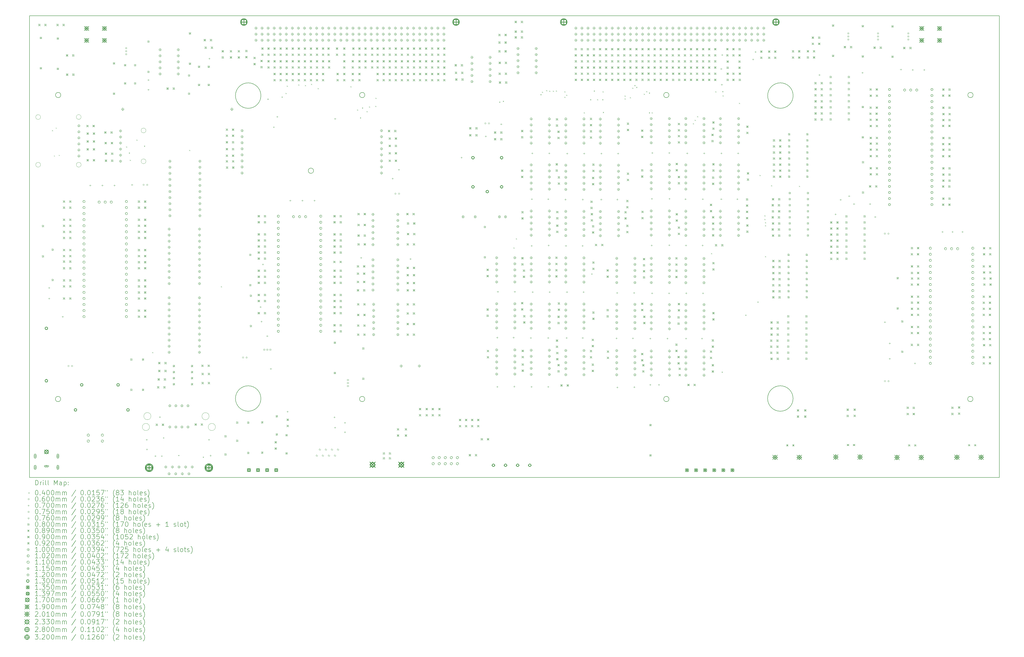
<source format=gbr>
%FSLAX45Y45*%
G04 Gerber Fmt 4.5, Leading zero omitted, Abs format (unit mm)*
G04 Created by KiCad (PCBNEW (6.0.1)) date 2023-03-17 20:57:28*
%MOMM*%
%LPD*%
G01*
G04 APERTURE LIST*
%TA.AperFunction,Profile*%
%ADD10C,0.100000*%
%TD*%
%TA.AperFunction,Profile*%
%ADD11C,0.160000*%
%TD*%
%ADD12C,0.200000*%
%ADD13C,0.040000*%
%ADD14C,0.060000*%
%ADD15C,0.070000*%
%ADD16C,0.075000*%
%ADD17C,0.076000*%
%ADD18C,0.080000*%
%ADD19C,0.089000*%
%ADD20C,0.090000*%
%ADD21C,0.092000*%
%ADD22C,0.100000*%
%ADD23C,0.102000*%
%ADD24C,0.110000*%
%ADD25C,0.115000*%
%ADD26C,0.120000*%
%ADD27C,0.130000*%
%ADD28C,0.135000*%
%ADD29C,0.139700*%
%ADD30C,0.170000*%
%ADD31C,0.190000*%
%ADD32C,0.201000*%
%ADD33C,0.233000*%
%ADD34C,0.280000*%
%ADD35C,0.320000*%
G04 APERTURE END LIST*
D10*
X6132500Y-7105826D02*
G75*
G03*
X6132500Y-7105826I-100000J0D01*
G01*
X6132500Y-8398394D02*
G75*
G03*
X6132500Y-8398394I-100000J0D01*
G01*
D11*
X33252335Y-5642700D02*
G75*
G03*
X33252335Y-5642700I-533400J0D01*
G01*
X1257300Y-21650000D02*
X41897300Y-21650000D01*
X41897300Y-2298914D02*
X1257300Y-2298914D01*
X15304573Y-5620000D02*
G75*
G03*
X15304573Y-5620000I-110000J0D01*
G01*
X1257300Y-2298914D02*
X1257300Y-21650000D01*
D10*
X8779000Y-19084000D02*
G75*
G03*
X8779000Y-19084000I-150000J0D01*
G01*
D11*
X28048702Y-5620000D02*
G75*
G03*
X28048702Y-5620000I-110000J0D01*
G01*
X28048916Y-18363435D02*
G75*
G03*
X28048916Y-18363435I-110000J0D01*
G01*
X13155300Y-8792914D02*
G75*
G03*
X13155300Y-8792914I-110000J0D01*
G01*
X10950352Y-18342320D02*
G75*
G03*
X10950352Y-18342320I-533400J0D01*
G01*
X10950720Y-5643270D02*
G75*
G03*
X10950720Y-5643270I-533400J0D01*
G01*
D10*
X3415575Y-6540713D02*
G75*
G03*
X3415575Y-6540713I-99968J0D01*
G01*
D11*
X41897300Y-21650000D02*
X41897300Y-2298914D01*
X40792215Y-5620000D02*
G75*
G03*
X40792215Y-5620000I-110000J0D01*
G01*
D10*
X1715408Y-6543253D02*
G75*
G03*
X1715408Y-6543253I-99968J0D01*
G01*
D11*
X2564386Y-5620000D02*
G75*
G03*
X2564386Y-5620000I-110000J0D01*
G01*
X40787018Y-18363435D02*
G75*
G03*
X40787018Y-18363435I-110000J0D01*
G01*
D10*
X9044300Y-19536300D02*
G75*
G03*
X9044300Y-19536300I-150000J0D01*
G01*
X6282300Y-19536300D02*
G75*
G03*
X6282300Y-19536300I-150000J0D01*
G01*
D11*
X15303727Y-18363435D02*
G75*
G03*
X15303727Y-18363435I-110000J0D01*
G01*
X2559925Y-18363435D02*
G75*
G03*
X2559925Y-18363435I-110000J0D01*
G01*
D10*
X3417208Y-8542234D02*
G75*
G03*
X3417208Y-8542234I-99968J0D01*
G01*
X1715408Y-8542234D02*
G75*
G03*
X1715408Y-8542234I-99968J0D01*
G01*
D11*
X33249548Y-18342320D02*
G75*
G03*
X33249548Y-18342320I-533400J0D01*
G01*
D10*
X6343000Y-19081000D02*
G75*
G03*
X6343000Y-19081000I-150000J0D01*
G01*
D12*
D13*
X2192885Y-7091509D02*
X2232885Y-7131509D01*
X2232885Y-7091509D02*
X2192885Y-7131509D01*
X2274740Y-8152653D02*
X2314740Y-8192653D01*
X2314740Y-8152653D02*
X2274740Y-8192653D01*
X2350940Y-6984253D02*
X2390940Y-7024253D01*
X2390940Y-6984253D02*
X2350940Y-7024253D01*
X2477940Y-8127253D02*
X2517940Y-8167253D01*
X2517940Y-8127253D02*
X2477940Y-8167253D01*
X5301300Y-7778013D02*
X5341300Y-7818013D01*
X5341300Y-7778013D02*
X5301300Y-7818013D01*
X5415600Y-8032013D02*
X5455600Y-8072013D01*
X5455600Y-8032013D02*
X5415600Y-8072013D01*
X5453700Y-8336813D02*
X5493700Y-8376813D01*
X5493700Y-8336813D02*
X5453700Y-8376813D01*
X5733100Y-7485913D02*
X5773100Y-7525913D01*
X5773100Y-7485913D02*
X5733100Y-7525913D01*
X6050600Y-7739913D02*
X6090600Y-7779913D01*
X6090600Y-7739913D02*
X6050600Y-7779913D01*
X6397000Y-16392000D02*
X6437000Y-16432000D01*
X6437000Y-16392000D02*
X6397000Y-16432000D01*
X6773200Y-20734800D02*
X6813200Y-20774800D01*
X6813200Y-20734800D02*
X6773200Y-20774800D01*
X6849400Y-19972800D02*
X6889400Y-20012800D01*
X6889400Y-19972800D02*
X6849400Y-20012800D01*
X7484400Y-20709400D02*
X7524400Y-20749400D01*
X7524400Y-20709400D02*
X7484400Y-20749400D01*
X7943000Y-7919000D02*
X7983000Y-7959000D01*
X7983000Y-7919000D02*
X7943000Y-7959000D01*
X8514348Y-20779800D02*
X8554348Y-20819800D01*
X8554348Y-20779800D02*
X8514348Y-20819800D01*
X9274300Y-13633913D02*
X9314300Y-13673913D01*
X9314300Y-13633913D02*
X9274300Y-13673913D01*
X11471000Y-6949000D02*
X11511000Y-6989000D01*
X11511000Y-6949000D02*
X11471000Y-6989000D01*
X11817000Y-5683000D02*
X11857000Y-5723000D01*
X11857000Y-5683000D02*
X11817000Y-5723000D01*
X11979882Y-5531732D02*
X12019882Y-5571732D01*
X12019882Y-5531732D02*
X11979882Y-5571732D01*
X12032300Y-5225314D02*
X12072300Y-5265314D01*
X12072300Y-5225314D02*
X12032300Y-5265314D01*
X12514900Y-5174514D02*
X12554900Y-5214514D01*
X12554900Y-5174514D02*
X12514900Y-5214514D01*
X12794300Y-5199914D02*
X12834300Y-5239914D01*
X12834300Y-5199914D02*
X12794300Y-5239914D01*
X13048300Y-5149114D02*
X13088300Y-5189114D01*
X13088300Y-5149114D02*
X13048300Y-5189114D01*
X13327700Y-5326914D02*
X13367700Y-5366914D01*
X13367700Y-5326914D02*
X13327700Y-5366914D01*
X14699300Y-5250714D02*
X14739300Y-5290714D01*
X14739300Y-5250714D02*
X14699300Y-5290714D01*
X14980000Y-6228000D02*
X15020000Y-6268000D01*
X15020000Y-6228000D02*
X14980000Y-6268000D01*
X15103000Y-6558000D02*
X15143000Y-6598000D01*
X15143000Y-6558000D02*
X15103000Y-6598000D01*
X15187000Y-6144000D02*
X15227000Y-6184000D01*
X15227000Y-6144000D02*
X15187000Y-6184000D01*
X15377000Y-6295000D02*
X15417000Y-6335000D01*
X15417000Y-6295000D02*
X15377000Y-6335000D01*
X15477000Y-6102000D02*
X15517000Y-6142000D01*
X15517000Y-6102000D02*
X15477000Y-6142000D01*
X15739000Y-6077000D02*
X15779000Y-6117000D01*
X15779000Y-6077000D02*
X15739000Y-6117000D01*
X15746950Y-5736000D02*
X15786950Y-5776000D01*
X15786950Y-5736000D02*
X15746950Y-5776000D01*
X20935000Y-5898413D02*
X20975000Y-5938413D01*
X20975000Y-5898413D02*
X20935000Y-5938413D01*
X21087400Y-5860313D02*
X21127400Y-5900313D01*
X21127400Y-5860313D02*
X21087400Y-5900313D01*
X21531900Y-12007113D02*
X21571900Y-12047113D01*
X21571900Y-12007113D02*
X21531900Y-12047113D01*
X21633500Y-11626113D02*
X21673500Y-11666113D01*
X21673500Y-11626113D02*
X21633500Y-11666113D01*
X22662200Y-5580914D02*
X22702200Y-5620913D01*
X22702200Y-5580914D02*
X22662200Y-5620913D01*
X22725700Y-5479314D02*
X22765700Y-5519314D01*
X22765700Y-5479314D02*
X22725700Y-5519314D01*
X22903500Y-5415814D02*
X22943500Y-5455814D01*
X22943500Y-5415814D02*
X22903500Y-5455814D01*
X23030500Y-5441214D02*
X23070500Y-5481214D01*
X23070500Y-5441214D02*
X23030500Y-5481214D01*
X23182900Y-5441214D02*
X23222900Y-5481214D01*
X23222900Y-5441214D02*
X23182900Y-5481214D01*
X23309900Y-5428514D02*
X23349900Y-5468514D01*
X23349900Y-5428514D02*
X23309900Y-5468514D01*
X23665500Y-5466614D02*
X23705500Y-5506614D01*
X23705500Y-5466614D02*
X23665500Y-5506614D01*
X23665500Y-5695213D02*
X23705500Y-5735213D01*
X23705500Y-5695213D02*
X23665500Y-5735213D01*
X23741700Y-5606313D02*
X23781700Y-5646313D01*
X23781700Y-5606313D02*
X23741700Y-5646313D01*
X24478300Y-6342913D02*
X24518300Y-6382913D01*
X24518300Y-6342913D02*
X24478300Y-6382913D01*
X24745000Y-5797015D02*
X24785000Y-5837015D01*
X24785000Y-5797015D02*
X24745000Y-5837015D01*
X24795800Y-13099313D02*
X24835800Y-13139313D01*
X24835800Y-13099313D02*
X24795800Y-13139313D01*
X24897400Y-5428514D02*
X24937400Y-5468514D01*
X24937400Y-5428514D02*
X24897400Y-5468514D01*
X25037100Y-5797015D02*
X25077100Y-5837015D01*
X25077100Y-5797015D02*
X25037100Y-5837015D01*
X25253000Y-5797015D02*
X25293000Y-5837015D01*
X25293000Y-5797015D02*
X25253000Y-5837015D01*
X25265700Y-5466614D02*
X25305700Y-5506614D01*
X25305700Y-5466614D02*
X25265700Y-5506614D01*
X25278400Y-6330213D02*
X25318400Y-6370213D01*
X25318400Y-6330213D02*
X25278400Y-6370213D01*
X26188847Y-5644413D02*
X26228847Y-5684413D01*
X26228847Y-5644413D02*
X26188847Y-5684413D01*
X26188847Y-5758713D02*
X26228847Y-5798713D01*
X26228847Y-5758713D02*
X26188847Y-5798713D01*
X26408700Y-5707913D02*
X26448700Y-5747913D01*
X26448700Y-5707913D02*
X26408700Y-5747913D01*
X26510300Y-5314214D02*
X26550300Y-5354214D01*
X26550300Y-5314214D02*
X26510300Y-5354214D01*
X26599200Y-5199914D02*
X26639200Y-5239914D01*
X26639200Y-5199914D02*
X26599200Y-5239914D01*
X26675400Y-5276114D02*
X26715400Y-5316114D01*
X26715400Y-5276114D02*
X26675400Y-5316114D01*
X26992900Y-5568214D02*
X27032900Y-5608213D01*
X27032900Y-5568214D02*
X26992900Y-5608213D01*
X27094500Y-5453914D02*
X27134500Y-5493914D01*
X27134500Y-5453914D02*
X27094500Y-5493914D01*
X27208800Y-5517414D02*
X27248800Y-5557414D01*
X27248800Y-5517414D02*
X27208800Y-5557414D01*
X27209998Y-6348112D02*
X27249998Y-6388112D01*
X27249998Y-6348112D02*
X27209998Y-6388112D01*
X27323100Y-6348112D02*
X27363100Y-6388112D01*
X27363100Y-6348112D02*
X27323100Y-6388112D01*
X29050300Y-6800113D02*
X29090300Y-6840113D01*
X29090300Y-6800113D02*
X29050300Y-6840113D01*
X29126500Y-6660413D02*
X29166500Y-6700413D01*
X29166500Y-6660413D02*
X29126500Y-6700413D01*
X29228100Y-6508013D02*
X29268100Y-6548013D01*
X29268100Y-6508013D02*
X29228100Y-6548013D01*
X29812300Y-12248413D02*
X29852300Y-12288413D01*
X29852300Y-12248413D02*
X29812300Y-12288413D01*
X29990100Y-5466614D02*
X30030100Y-5506614D01*
X30030100Y-5466614D02*
X29990100Y-5506614D01*
X30256800Y-17214114D02*
X30296800Y-17254114D01*
X30296800Y-17214114D02*
X30256800Y-17254114D01*
X30282200Y-5453914D02*
X30322200Y-5493914D01*
X30322200Y-5453914D02*
X30282200Y-5493914D01*
X30294900Y-5631713D02*
X30334900Y-5671713D01*
X30334900Y-5631713D02*
X30294900Y-5671713D01*
X30980700Y-5949213D02*
X31020700Y-5989213D01*
X31020700Y-5949213D02*
X30980700Y-5989213D01*
X31247400Y-14826513D02*
X31287400Y-14866513D01*
X31287400Y-14826513D02*
X31247400Y-14866513D01*
X31755400Y-14280413D02*
X31795400Y-14320413D01*
X31795400Y-14280413D02*
X31755400Y-14320413D01*
X31844300Y-8971814D02*
X31884300Y-9011814D01*
X31884300Y-8971814D02*
X31844300Y-9011814D01*
X32047500Y-10813314D02*
X32087500Y-10853314D01*
X32087500Y-10813314D02*
X32047500Y-10853314D01*
X32048117Y-10660297D02*
X32088117Y-10700297D01*
X32088117Y-10660297D02*
X32048117Y-10700297D01*
X32072900Y-10953014D02*
X32112900Y-10993014D01*
X32112900Y-10953014D02*
X32072900Y-10993014D01*
X32073102Y-11080014D02*
X32113102Y-11120014D01*
X32113102Y-11080014D02*
X32073102Y-11120014D01*
X32073102Y-12375413D02*
X32113102Y-12415413D01*
X32113102Y-12375413D02*
X32073102Y-12415413D01*
X32326900Y-9403614D02*
X32366900Y-9443614D01*
X32366900Y-9403614D02*
X32326900Y-9443614D01*
X33495502Y-9429014D02*
X33535502Y-9469014D01*
X33535502Y-9429014D02*
X33495502Y-9469014D01*
D14*
X2916840Y-16980114D02*
G75*
G03*
X2916840Y-16980114I-30000J0D01*
G01*
X3066840Y-16980114D02*
G75*
G03*
X3066840Y-16980114I-30000J0D01*
G01*
X6064900Y-9385514D02*
G75*
G03*
X6064900Y-9385514I-30000J0D01*
G01*
X6214900Y-9385514D02*
G75*
G03*
X6214900Y-9385514I-30000J0D01*
G01*
X10232040Y-16624513D02*
G75*
G03*
X10232040Y-16624513I-30000J0D01*
G01*
X10382040Y-16624513D02*
G75*
G03*
X10382040Y-16624513I-30000J0D01*
G01*
X16616740Y-9756000D02*
G75*
G03*
X16616740Y-9756000I-30000J0D01*
G01*
X16766740Y-9756000D02*
G75*
G03*
X16766740Y-9756000I-30000J0D01*
G01*
X20386560Y-6807413D02*
G75*
G03*
X20386560Y-6807413I-30000J0D01*
G01*
X20536560Y-6807413D02*
G75*
G03*
X20536560Y-6807413I-30000J0D01*
G01*
X37126700Y-11430000D02*
G75*
G03*
X37126700Y-11430000I-30000J0D01*
G01*
X37129100Y-17615114D02*
G75*
G03*
X37129100Y-17615114I-30000J0D01*
G01*
X37276700Y-11430000D02*
G75*
G03*
X37276700Y-11430000I-30000J0D01*
G01*
X37279100Y-17615114D02*
G75*
G03*
X37279100Y-17615114I-30000J0D01*
G01*
D15*
X2074720Y-13667613D02*
X2074720Y-13737613D01*
X2039720Y-13702613D02*
X2109720Y-13702613D01*
X2074720Y-14112113D02*
X2074720Y-14182113D01*
X2039720Y-14147113D02*
X2109720Y-14147113D01*
X2646220Y-14874113D02*
X2646220Y-14944113D01*
X2611220Y-14909113D02*
X2681220Y-14909113D01*
X3797300Y-9375914D02*
X3797300Y-9445914D01*
X3762300Y-9410914D02*
X3832300Y-9410914D01*
X4305300Y-9375914D02*
X4305300Y-9445914D01*
X4270300Y-9410914D02*
X4340300Y-9410914D01*
X4813300Y-9375914D02*
X4813300Y-9445914D01*
X4778300Y-9410914D02*
X4848300Y-9410914D01*
X5549900Y-9350514D02*
X5549900Y-9420514D01*
X5514900Y-9385514D02*
X5584900Y-9385514D01*
X6165000Y-20035000D02*
X6165000Y-20105000D01*
X6130000Y-20070000D02*
X6200000Y-20070000D01*
X6172900Y-20441167D02*
X6172900Y-20511167D01*
X6137900Y-20476167D02*
X6207900Y-20476167D01*
X6235700Y-4956314D02*
X6235700Y-5026314D01*
X6200700Y-4991314D02*
X6270700Y-4991314D01*
X6235700Y-5362714D02*
X6235700Y-5432714D01*
X6200700Y-5397714D02*
X6270700Y-5397714D01*
X6525348Y-20717800D02*
X6525348Y-20787800D01*
X6490348Y-20752800D02*
X6560348Y-20752800D01*
X6714000Y-19083000D02*
X6714000Y-19153000D01*
X6679000Y-19118000D02*
X6749000Y-19118000D01*
X8774400Y-20034000D02*
X8774400Y-20104000D01*
X8739400Y-20069000D02*
X8809400Y-20069000D01*
X8788400Y-4054400D02*
X8788400Y-4124400D01*
X8753400Y-4089400D02*
X8823400Y-4089400D01*
X8841348Y-20698800D02*
X8841348Y-20768800D01*
X8806348Y-20733800D02*
X8876348Y-20733800D01*
X10934700Y-14468613D02*
X10934700Y-14538613D01*
X10899700Y-14503613D02*
X10969700Y-14503613D01*
X10974374Y-15081188D02*
X10974374Y-15151188D01*
X10939374Y-15116188D02*
X11009374Y-15116188D01*
X11033300Y-12683913D02*
X11033300Y-12753913D01*
X10998300Y-12718913D02*
X11068300Y-12718913D01*
X11214100Y-15687813D02*
X11214100Y-15757813D01*
X11179100Y-15722813D02*
X11249100Y-15722813D01*
X11246000Y-5758000D02*
X11246000Y-5828000D01*
X11211000Y-5793000D02*
X11281000Y-5793000D01*
X11366300Y-17061914D02*
X11366300Y-17131914D01*
X11331300Y-17096914D02*
X11401300Y-17096914D01*
X11633200Y-6493013D02*
X11633200Y-6563013D01*
X11598200Y-6528013D02*
X11668200Y-6528013D01*
X12066000Y-18857000D02*
X12066000Y-18927000D01*
X12031000Y-18892000D02*
X12101000Y-18892000D01*
X12179300Y-10010914D02*
X12179300Y-10080914D01*
X12144300Y-10045914D02*
X12214300Y-10045914D01*
X12687300Y-10010914D02*
X12687300Y-10080914D01*
X12652300Y-10045914D02*
X12722300Y-10045914D01*
X13195300Y-10010914D02*
X13195300Y-10080914D01*
X13160300Y-10045914D02*
X13230300Y-10045914D01*
X14033000Y-19092000D02*
X14033000Y-19162000D01*
X13998000Y-19127000D02*
X14068000Y-19127000D01*
X14058400Y-19523800D02*
X14058400Y-19593800D01*
X14023400Y-19558800D02*
X14093400Y-19558800D01*
X14058900Y-6581913D02*
X14058900Y-6651913D01*
X14023900Y-6616913D02*
X14093900Y-6616913D01*
X14470600Y-19322900D02*
X14470600Y-19392900D01*
X14435600Y-19357900D02*
X14505600Y-19357900D01*
X14470600Y-19716600D02*
X14470600Y-19786600D01*
X14435600Y-19751600D02*
X14505600Y-19751600D01*
X15146728Y-12408288D02*
X15146728Y-12478288D01*
X15111728Y-12443288D02*
X15181728Y-12443288D01*
X16469000Y-9088000D02*
X16469000Y-9158000D01*
X16434000Y-9123000D02*
X16504000Y-9123000D01*
X16728000Y-8712000D02*
X16728000Y-8782000D01*
X16693000Y-8747000D02*
X16763000Y-8747000D01*
X17216828Y-12459088D02*
X17216828Y-12529088D01*
X17181828Y-12494088D02*
X17251828Y-12494088D01*
X19354800Y-8207513D02*
X19354800Y-8277513D01*
X19319800Y-8242513D02*
X19389800Y-8242513D01*
X20370800Y-7318513D02*
X20370800Y-7388513D01*
X20335800Y-7353513D02*
X20405800Y-7353513D01*
X20850860Y-15753305D02*
X20850860Y-15823305D01*
X20815860Y-15788305D02*
X20885860Y-15788305D01*
X20853400Y-17815642D02*
X20853400Y-17885642D01*
X20818400Y-17850642D02*
X20888400Y-17850642D01*
X20876260Y-13830525D02*
X20876260Y-13900525D01*
X20841260Y-13865525D02*
X20911260Y-13865525D01*
X21018500Y-6810513D02*
X21018500Y-6880513D01*
X20983500Y-6845513D02*
X21053500Y-6845513D01*
X21536660Y-15753305D02*
X21536660Y-15823305D01*
X21501660Y-15788305D02*
X21571660Y-15788305D01*
X21564600Y-17802942D02*
X21564600Y-17872942D01*
X21529600Y-17837942D02*
X21599600Y-17837942D01*
X21587460Y-13830525D02*
X21587460Y-13900525D01*
X21552460Y-13865525D02*
X21622460Y-13865525D01*
X22260560Y-15766553D02*
X22260560Y-15836553D01*
X22225560Y-15801553D02*
X22295560Y-15801553D01*
X22288500Y-17816190D02*
X22288500Y-17886190D01*
X22253500Y-17851190D02*
X22323500Y-17851190D01*
X22293580Y-11903841D02*
X22293580Y-11973841D01*
X22258580Y-11938841D02*
X22328580Y-11938841D01*
X22301200Y-9949406D02*
X22301200Y-10019406D01*
X22266200Y-9984406D02*
X22336200Y-9984406D01*
X22318980Y-8025769D02*
X22318980Y-8095769D01*
X22283980Y-8060769D02*
X22353980Y-8060769D01*
X22336760Y-13843773D02*
X22336760Y-13913773D01*
X22301760Y-13878773D02*
X22371760Y-13878773D01*
X22984460Y-15766553D02*
X22984460Y-15836553D01*
X22949460Y-15801553D02*
X23019460Y-15801553D01*
X22987000Y-9949406D02*
X22987000Y-10019406D01*
X22952000Y-9984406D02*
X23022000Y-9984406D01*
X22987000Y-17816190D02*
X22987000Y-17886190D01*
X22952000Y-17851190D02*
X23022000Y-17851190D01*
X23004780Y-11891141D02*
X23004780Y-11961141D01*
X22969780Y-11926141D02*
X23039780Y-11926141D01*
X23030180Y-8025769D02*
X23030180Y-8095769D01*
X22995180Y-8060769D02*
X23065180Y-8060769D01*
X23047960Y-13843773D02*
X23047960Y-13913773D01*
X23012960Y-13878773D02*
X23082960Y-13878773D01*
X23710900Y-9962654D02*
X23710900Y-10032654D01*
X23675900Y-9997654D02*
X23745900Y-9997654D01*
X23728680Y-11904389D02*
X23728680Y-11974389D01*
X23693680Y-11939389D02*
X23763680Y-11939389D01*
X23759160Y-15766553D02*
X23759160Y-15836553D01*
X23724160Y-15801553D02*
X23794160Y-15801553D01*
X23771860Y-13843265D02*
X23771860Y-13913265D01*
X23736860Y-13878265D02*
X23806860Y-13878265D01*
X23779480Y-8039017D02*
X23779480Y-8109017D01*
X23744480Y-8074017D02*
X23814480Y-8074017D01*
X24427180Y-11904389D02*
X24427180Y-11974389D01*
X24392180Y-11939389D02*
X24462180Y-11939389D01*
X24432260Y-15766553D02*
X24432260Y-15836553D01*
X24397260Y-15801553D02*
X24467260Y-15801553D01*
X24434800Y-9962654D02*
X24434800Y-10032654D01*
X24399800Y-9997654D02*
X24469800Y-9997654D01*
X24470360Y-13843773D02*
X24470360Y-13913773D01*
X24435360Y-13878773D02*
X24505360Y-13878773D01*
X24490680Y-8039017D02*
X24490680Y-8109017D01*
X24455680Y-8074017D02*
X24525680Y-8074017D01*
X25209500Y-9962654D02*
X25209500Y-10032654D01*
X25174500Y-9997654D02*
X25244500Y-9997654D01*
X25214580Y-8038509D02*
X25214580Y-8108509D01*
X25179580Y-8073509D02*
X25249580Y-8073509D01*
X25852120Y-15781245D02*
X25852120Y-15851245D01*
X25817120Y-15816245D02*
X25887120Y-15816245D01*
X25877520Y-13878785D02*
X25877520Y-13948785D01*
X25842520Y-13913785D02*
X25912520Y-13913785D01*
X25882600Y-9962654D02*
X25882600Y-10032654D01*
X25847600Y-9997654D02*
X25917600Y-9997654D01*
X25884100Y-17840542D02*
X25884100Y-17910542D01*
X25849100Y-17875542D02*
X25919100Y-17875542D01*
X25913080Y-8039017D02*
X25913080Y-8109017D01*
X25878080Y-8074017D02*
X25948080Y-8074017D01*
X26537920Y-15781245D02*
X26537920Y-15851245D01*
X26502920Y-15816245D02*
X26572920Y-15816245D01*
X26588720Y-13878785D02*
X26588720Y-13948785D01*
X26553720Y-13913785D02*
X26623720Y-13913785D01*
X26595300Y-17827842D02*
X26595300Y-17897842D01*
X26560300Y-17862842D02*
X26630300Y-17862842D01*
X27261820Y-15794493D02*
X27261820Y-15864493D01*
X27226820Y-15829493D02*
X27296820Y-15829493D01*
X27261820Y-17732514D02*
X27261820Y-17802514D01*
X27226820Y-17767514D02*
X27296820Y-17767514D01*
X27322780Y-11889965D02*
X27322780Y-11959965D01*
X27287780Y-11924965D02*
X27357780Y-11924965D01*
X27330400Y-9935530D02*
X27330400Y-10005530D01*
X27295400Y-9970530D02*
X27365400Y-9970530D01*
X27338020Y-13892033D02*
X27338020Y-13962033D01*
X27303020Y-13927033D02*
X27373020Y-13927033D01*
X27348180Y-8011893D02*
X27348180Y-8081893D01*
X27313180Y-8046893D02*
X27383180Y-8046893D01*
X27627580Y-17732514D02*
X27627580Y-17802514D01*
X27592580Y-17767514D02*
X27662580Y-17767514D01*
X27985720Y-15794493D02*
X27985720Y-15864493D01*
X27950720Y-15829493D02*
X28020720Y-15829493D01*
X28049220Y-13892033D02*
X28049220Y-13962033D01*
X28014220Y-13927033D02*
X28084220Y-13927033D01*
X28059380Y-8011893D02*
X28059380Y-8081893D01*
X28024380Y-8046893D02*
X28094380Y-8046893D01*
X28059380Y-11877265D02*
X28059380Y-11947265D01*
X28024380Y-11912265D02*
X28094380Y-11912265D01*
X28067000Y-9935530D02*
X28067000Y-10005530D01*
X28032000Y-9970530D02*
X28102000Y-9970530D01*
X28740100Y-9948778D02*
X28740100Y-10018778D01*
X28705100Y-9983778D02*
X28775100Y-9983778D01*
X28757880Y-11890513D02*
X28757880Y-11960513D01*
X28722880Y-11925513D02*
X28792880Y-11925513D01*
X28760420Y-15794493D02*
X28760420Y-15864493D01*
X28725420Y-15829493D02*
X28795420Y-15829493D01*
X28773120Y-13891525D02*
X28773120Y-13961525D01*
X28738120Y-13926525D02*
X28808120Y-13926525D01*
X28808680Y-8025141D02*
X28808680Y-8095141D01*
X28773680Y-8060141D02*
X28843680Y-8060141D01*
X29433520Y-15794493D02*
X29433520Y-15864493D01*
X29398520Y-15829493D02*
X29468520Y-15829493D01*
X29456380Y-11890513D02*
X29456380Y-11960513D01*
X29421380Y-11925513D02*
X29491380Y-11925513D01*
X29464000Y-9948778D02*
X29464000Y-10018778D01*
X29429000Y-9983778D02*
X29499000Y-9983778D01*
X29471620Y-13892033D02*
X29471620Y-13962033D01*
X29436620Y-13927033D02*
X29506620Y-13927033D01*
X29519880Y-8025141D02*
X29519880Y-8095141D01*
X29484880Y-8060141D02*
X29554880Y-8060141D01*
X30238700Y-4486414D02*
X30238700Y-4556414D01*
X30203700Y-4521414D02*
X30273700Y-4521414D01*
X30238700Y-9948778D02*
X30238700Y-10018778D01*
X30203700Y-9983778D02*
X30273700Y-9983778D01*
X30243780Y-8024633D02*
X30243780Y-8094633D01*
X30208780Y-8059633D02*
X30278780Y-8059633D01*
X30264100Y-5146814D02*
X30264100Y-5216814D01*
X30229100Y-5181814D02*
X30299100Y-5181814D01*
X30276800Y-3902213D02*
X30276800Y-3972213D01*
X30241800Y-3937213D02*
X30311800Y-3937213D01*
X30911800Y-9948778D02*
X30911800Y-10018778D01*
X30876800Y-9983778D02*
X30946800Y-9983778D01*
X30942280Y-8025141D02*
X30942280Y-8095141D01*
X30907280Y-8060141D02*
X30977280Y-8060141D01*
X31572200Y-4092713D02*
X31572200Y-4162713D01*
X31537200Y-4127713D02*
X31607200Y-4127713D01*
X31673800Y-3775213D02*
X31673800Y-3845213D01*
X31638800Y-3810213D02*
X31708800Y-3810213D01*
X34353500Y-4740414D02*
X34353500Y-4810414D01*
X34318500Y-4775414D02*
X34388500Y-4775414D01*
X35026600Y-10582414D02*
X35026600Y-10652414D01*
X34991600Y-10617414D02*
X35061600Y-10617414D01*
X35242500Y-9972814D02*
X35242500Y-10042814D01*
X35207500Y-10007814D02*
X35277500Y-10007814D01*
X35598100Y-9820200D02*
X35598100Y-9890200D01*
X35563100Y-9855200D02*
X35633100Y-9855200D01*
X35801300Y-10150400D02*
X35801300Y-10220400D01*
X35766300Y-10185400D02*
X35836300Y-10185400D01*
X36156900Y-4651300D02*
X36156900Y-4721300D01*
X36121900Y-4686300D02*
X36191900Y-4686300D01*
X36471860Y-10152940D02*
X36471860Y-10222940D01*
X36436860Y-10187940D02*
X36506860Y-10187940D01*
X36690300Y-10696714D02*
X36690300Y-10766714D01*
X36655300Y-10731714D02*
X36725300Y-10731714D01*
X37096700Y-15103400D02*
X37096700Y-15173400D01*
X37061700Y-15138400D02*
X37131700Y-15138400D01*
X37299900Y-15992400D02*
X37299900Y-16062400D01*
X37264900Y-16027400D02*
X37334900Y-16027400D01*
X37299900Y-16640100D02*
X37299900Y-16710100D01*
X37264900Y-16675100D02*
X37334900Y-16675100D01*
X37767260Y-4514140D02*
X37767260Y-4584140D01*
X37732260Y-4549140D02*
X37802260Y-4549140D01*
X38262560Y-4526840D02*
X38262560Y-4596840D01*
X38227560Y-4561840D02*
X38297560Y-4561840D01*
X38351920Y-16830600D02*
X38351920Y-16900600D01*
X38316920Y-16865600D02*
X38386920Y-16865600D01*
X38745160Y-4526840D02*
X38745160Y-4596840D01*
X38710160Y-4561840D02*
X38780160Y-4561840D01*
X39509700Y-11318800D02*
X39509700Y-11388800D01*
X39474700Y-11353800D02*
X39544700Y-11353800D01*
X39928800Y-11318800D02*
X39928800Y-11388800D01*
X39893800Y-11353800D02*
X39963800Y-11353800D01*
X40347900Y-11318800D02*
X40347900Y-11388800D01*
X40312900Y-11353800D02*
X40382900Y-11353800D01*
D16*
X5324517Y-3680517D02*
X5324517Y-3627483D01*
X5271483Y-3627483D01*
X5271483Y-3680517D01*
X5324517Y-3680517D01*
X5324517Y-3807517D02*
X5324517Y-3754483D01*
X5271483Y-3754483D01*
X5271483Y-3807517D01*
X5324517Y-3807517D01*
X5324517Y-3934517D02*
X5324517Y-3881483D01*
X5271483Y-3881483D01*
X5271483Y-3934517D01*
X5324517Y-3934517D01*
X11113617Y-16320830D02*
X11113617Y-16267797D01*
X11060583Y-16267797D01*
X11060583Y-16320830D01*
X11113617Y-16320830D01*
X11240617Y-16320830D02*
X11240617Y-16267797D01*
X11187583Y-16267797D01*
X11187583Y-16320830D01*
X11240617Y-16320830D01*
X11367617Y-16320830D02*
X11367617Y-16267797D01*
X11314583Y-16267797D01*
X11314583Y-16320830D01*
X11367617Y-16320830D01*
X14618817Y-17590830D02*
X14618817Y-17537797D01*
X14565783Y-17537797D01*
X14565783Y-17590830D01*
X14618817Y-17590830D01*
X14618817Y-17717830D02*
X14618817Y-17664797D01*
X14565783Y-17664797D01*
X14565783Y-17717830D01*
X14618817Y-17717830D01*
X14618817Y-17844830D02*
X14618817Y-17791797D01*
X14565783Y-17791797D01*
X14565783Y-17844830D01*
X14618817Y-17844830D01*
X35586517Y-3062030D02*
X35586517Y-3008997D01*
X35533483Y-3008997D01*
X35533483Y-3062030D01*
X35586517Y-3062030D01*
X35586517Y-3189030D02*
X35586517Y-3135997D01*
X35533483Y-3135997D01*
X35533483Y-3189030D01*
X35586517Y-3189030D01*
X35586517Y-3316030D02*
X35586517Y-3262997D01*
X35533483Y-3262997D01*
X35533483Y-3316030D01*
X35586517Y-3316030D01*
X36829017Y-3062030D02*
X36829017Y-3008997D01*
X36775983Y-3008997D01*
X36775983Y-3062030D01*
X36829017Y-3062030D01*
X36829017Y-3189030D02*
X36829017Y-3135997D01*
X36775983Y-3135997D01*
X36775983Y-3189030D01*
X36829017Y-3189030D01*
X36829017Y-3316030D02*
X36829017Y-3262997D01*
X36775983Y-3262997D01*
X36775983Y-3316030D01*
X36829017Y-3316030D01*
X38099017Y-3062030D02*
X38099017Y-3008997D01*
X38045983Y-3008997D01*
X38045983Y-3062030D01*
X38099017Y-3062030D01*
X38099017Y-3189030D02*
X38099017Y-3135997D01*
X38045983Y-3135997D01*
X38045983Y-3189030D01*
X38099017Y-3189030D01*
X38099017Y-3316030D02*
X38099017Y-3262997D01*
X38045983Y-3262997D01*
X38045983Y-3316030D01*
X38099017Y-3316030D01*
D17*
X13285750Y-20773000D02*
X13323750Y-20735000D01*
X13285750Y-20697000D01*
X13247750Y-20735000D01*
X13285750Y-20773000D01*
X13412750Y-20519000D02*
X13450750Y-20481000D01*
X13412750Y-20443000D01*
X13374750Y-20481000D01*
X13412750Y-20519000D01*
X13539750Y-20773000D02*
X13577750Y-20735000D01*
X13539750Y-20697000D01*
X13501750Y-20735000D01*
X13539750Y-20773000D01*
X13666750Y-20519000D02*
X13704750Y-20481000D01*
X13666750Y-20443000D01*
X13628750Y-20481000D01*
X13666750Y-20519000D01*
X13793750Y-20773000D02*
X13831750Y-20735000D01*
X13793750Y-20697000D01*
X13755750Y-20735000D01*
X13793750Y-20773000D01*
X13920750Y-20519000D02*
X13958750Y-20481000D01*
X13920750Y-20443000D01*
X13882750Y-20481000D01*
X13920750Y-20519000D01*
X14047750Y-20773000D02*
X14085750Y-20735000D01*
X14047750Y-20697000D01*
X14009750Y-20735000D01*
X14047750Y-20773000D01*
X14174750Y-20519000D02*
X14212750Y-20481000D01*
X14174750Y-20443000D01*
X14136750Y-20481000D01*
X14174750Y-20519000D01*
D18*
X1687200Y-3186013D02*
X1767200Y-3266013D01*
X1767200Y-3186013D02*
X1687200Y-3266013D01*
X1767200Y-3226013D02*
G75*
G03*
X1767200Y-3226013I-40000J0D01*
G01*
X1687200Y-4456014D02*
X1767200Y-4536014D01*
X1767200Y-4456014D02*
X1687200Y-4536014D01*
X1767200Y-4496014D02*
G75*
G03*
X1767200Y-4496014I-40000J0D01*
G01*
X1776100Y-11072714D02*
X1856100Y-11152714D01*
X1856100Y-11072714D02*
X1776100Y-11152714D01*
X1856100Y-11112714D02*
G75*
G03*
X1856100Y-11112714I-40000J0D01*
G01*
X1776100Y-12342713D02*
X1856100Y-12422713D01*
X1856100Y-12342713D02*
X1776100Y-12422713D01*
X1856100Y-12382713D02*
G75*
G03*
X1856100Y-12382713I-40000J0D01*
G01*
X1926000Y-21138000D02*
X2006000Y-21218000D01*
X2006000Y-21138000D02*
X1926000Y-21218000D01*
X2006000Y-21178000D02*
G75*
G03*
X2006000Y-21178000I-40000J0D01*
G01*
D12*
X1905722Y-21208000D02*
X2026278Y-21208000D01*
X1905722Y-21148000D02*
X2026278Y-21148000D01*
X2026278Y-21208000D02*
G75*
G03*
X2026278Y-21148000I0J30000D01*
G01*
X1905722Y-21148000D02*
G75*
G03*
X1905722Y-21208000I0J-30000D01*
G01*
D18*
X2182500Y-12063313D02*
X2262500Y-12143313D01*
X2262500Y-12063313D02*
X2182500Y-12143313D01*
X2262500Y-12103313D02*
G75*
G03*
X2262500Y-12103313I-40000J0D01*
G01*
X2182500Y-13333313D02*
X2262500Y-13413313D01*
X2262500Y-13333313D02*
X2182500Y-13413313D01*
X2262500Y-13373313D02*
G75*
G03*
X2262500Y-13373313I-40000J0D01*
G01*
X2398400Y-3211413D02*
X2478400Y-3291413D01*
X2478400Y-3211413D02*
X2398400Y-3291413D01*
X2478400Y-3251413D02*
G75*
G03*
X2478400Y-3251413I-40000J0D01*
G01*
X2398400Y-4481414D02*
X2478400Y-4561414D01*
X2478400Y-4481414D02*
X2398400Y-4561414D01*
X2478400Y-4521414D02*
G75*
G03*
X2478400Y-4521414I-40000J0D01*
G01*
X4753000Y-4252000D02*
X4833000Y-4332000D01*
X4833000Y-4252000D02*
X4753000Y-4332000D01*
X4833000Y-4292000D02*
G75*
G03*
X4833000Y-4292000I-40000J0D01*
G01*
X4753000Y-5522000D02*
X4833000Y-5602000D01*
X4833000Y-5522000D02*
X4753000Y-5602000D01*
X4833000Y-5562000D02*
G75*
G03*
X4833000Y-5562000I-40000J0D01*
G01*
X5217800Y-4329014D02*
X5297800Y-4409014D01*
X5297800Y-4329014D02*
X5217800Y-4409014D01*
X5297800Y-4369014D02*
G75*
G03*
X5297800Y-4369014I-40000J0D01*
G01*
X5217800Y-5091014D02*
X5297800Y-5171014D01*
X5297800Y-5091014D02*
X5217800Y-5171014D01*
X5297800Y-5131014D02*
G75*
G03*
X5297800Y-5131014I-40000J0D01*
G01*
X5480000Y-16666000D02*
X5560000Y-16746000D01*
X5560000Y-16666000D02*
X5480000Y-16746000D01*
X5560000Y-16706000D02*
G75*
G03*
X5560000Y-16706000I-40000J0D01*
G01*
X5480000Y-17936000D02*
X5560000Y-18016000D01*
X5560000Y-17936000D02*
X5480000Y-18016000D01*
X5560000Y-17976000D02*
G75*
G03*
X5560000Y-17976000I-40000J0D01*
G01*
X5636900Y-4329014D02*
X5716900Y-4409014D01*
X5716900Y-4329014D02*
X5636900Y-4409014D01*
X5716900Y-4369014D02*
G75*
G03*
X5716900Y-4369014I-40000J0D01*
G01*
X5636900Y-5091014D02*
X5716900Y-5171014D01*
X5716900Y-5091014D02*
X5636900Y-5171014D01*
X5716900Y-5131014D02*
G75*
G03*
X5716900Y-5131014I-40000J0D01*
G01*
X5970000Y-16666000D02*
X6050000Y-16746000D01*
X6050000Y-16666000D02*
X5970000Y-16746000D01*
X6050000Y-16706000D02*
G75*
G03*
X6050000Y-16706000I-40000J0D01*
G01*
X5970000Y-17936000D02*
X6050000Y-18016000D01*
X6050000Y-17936000D02*
X5970000Y-18016000D01*
X6050000Y-17976000D02*
G75*
G03*
X6050000Y-17976000I-40000J0D01*
G01*
X6195700Y-3338413D02*
X6275700Y-3418413D01*
X6275700Y-3338413D02*
X6195700Y-3418413D01*
X6275700Y-3378413D02*
G75*
G03*
X6275700Y-3378413I-40000J0D01*
G01*
X6195700Y-4608414D02*
X6275700Y-4688414D01*
X6275700Y-4608414D02*
X6195700Y-4688414D01*
X6275700Y-4648414D02*
G75*
G03*
X6275700Y-4648414I-40000J0D01*
G01*
X7261500Y-16939114D02*
X7341500Y-17019114D01*
X7341500Y-16939114D02*
X7261500Y-17019114D01*
X7341500Y-16979114D02*
G75*
G03*
X7341500Y-16979114I-40000J0D01*
G01*
X7261500Y-17193114D02*
X7341500Y-17273114D01*
X7341500Y-17193114D02*
X7261500Y-17273114D01*
X7341500Y-17233114D02*
G75*
G03*
X7341500Y-17233114I-40000J0D01*
G01*
X7261500Y-17447114D02*
X7341500Y-17527114D01*
X7341500Y-17447114D02*
X7261500Y-17527114D01*
X7341500Y-17487114D02*
G75*
G03*
X7341500Y-17487114I-40000J0D01*
G01*
X7261500Y-17701114D02*
X7341500Y-17781114D01*
X7341500Y-17701114D02*
X7261500Y-17781114D01*
X7341500Y-17741114D02*
G75*
G03*
X7341500Y-17741114I-40000J0D01*
G01*
X7897500Y-4760600D02*
X7977500Y-4840600D01*
X7977500Y-4760600D02*
X7897500Y-4840600D01*
X7977500Y-4800600D02*
G75*
G03*
X7977500Y-4800600I-40000J0D01*
G01*
X7897500Y-5522600D02*
X7977500Y-5602600D01*
X7977500Y-5522600D02*
X7897500Y-5602600D01*
X7977500Y-5562600D02*
G75*
G03*
X7977500Y-5562600I-40000J0D01*
G01*
X7935600Y-2995513D02*
X8015600Y-3075513D01*
X8015600Y-2995513D02*
X7935600Y-3075513D01*
X8015600Y-3035513D02*
G75*
G03*
X8015600Y-3035513I-40000J0D01*
G01*
X7935600Y-4265514D02*
X8015600Y-4345514D01*
X8015600Y-4265514D02*
X7935600Y-4345514D01*
X8015600Y-4305514D02*
G75*
G03*
X8015600Y-4305514I-40000J0D01*
G01*
X8023500Y-16939114D02*
X8103500Y-17019114D01*
X8103500Y-16939114D02*
X8023500Y-17019114D01*
X8103500Y-16979114D02*
G75*
G03*
X8103500Y-16979114I-40000J0D01*
G01*
X8023500Y-17193114D02*
X8103500Y-17273114D01*
X8103500Y-17193114D02*
X8023500Y-17273114D01*
X8103500Y-17233114D02*
G75*
G03*
X8103500Y-17233114I-40000J0D01*
G01*
X8023500Y-17447114D02*
X8103500Y-17527114D01*
X8103500Y-17447114D02*
X8023500Y-17527114D01*
X8103500Y-17487114D02*
G75*
G03*
X8103500Y-17487114I-40000J0D01*
G01*
X8023500Y-17701114D02*
X8103500Y-17781114D01*
X8103500Y-17701114D02*
X8023500Y-17781114D01*
X8103500Y-17741114D02*
G75*
G03*
X8103500Y-17741114I-40000J0D01*
G01*
X8316600Y-4392514D02*
X8396600Y-4472514D01*
X8396600Y-4392514D02*
X8316600Y-4472514D01*
X8396600Y-4432514D02*
G75*
G03*
X8396600Y-4432514I-40000J0D01*
G01*
X8316600Y-5154514D02*
X8396600Y-5234514D01*
X8396600Y-5154514D02*
X8316600Y-5234514D01*
X8396600Y-5194514D02*
G75*
G03*
X8396600Y-5194514I-40000J0D01*
G01*
X8723000Y-4392514D02*
X8803000Y-4472514D01*
X8803000Y-4392514D02*
X8723000Y-4472514D01*
X8803000Y-4432514D02*
G75*
G03*
X8803000Y-4432514I-40000J0D01*
G01*
X8723000Y-5154514D02*
X8803000Y-5234514D01*
X8803000Y-5154514D02*
X8723000Y-5234514D01*
X8803000Y-5194514D02*
G75*
G03*
X8803000Y-5194514I-40000J0D01*
G01*
X9426300Y-19885200D02*
X9506300Y-19965200D01*
X9506300Y-19885200D02*
X9426300Y-19965200D01*
X9506300Y-19925200D02*
G75*
G03*
X9506300Y-19925200I-40000J0D01*
G01*
X9426300Y-20647200D02*
X9506300Y-20727200D01*
X9506300Y-20647200D02*
X9426300Y-20727200D01*
X9506300Y-20687200D02*
G75*
G03*
X9506300Y-20687200I-40000J0D01*
G01*
X9916000Y-19310000D02*
X9996000Y-19390000D01*
X9996000Y-19310000D02*
X9916000Y-19390000D01*
X9996000Y-19350000D02*
G75*
G03*
X9996000Y-19350000I-40000J0D01*
G01*
X9916000Y-20072000D02*
X9996000Y-20152000D01*
X9996000Y-20072000D02*
X9916000Y-20152000D01*
X9996000Y-20112000D02*
G75*
G03*
X9996000Y-20112000I-40000J0D01*
G01*
X10378800Y-19313700D02*
X10458800Y-19393700D01*
X10458800Y-19313700D02*
X10378800Y-19393700D01*
X10458800Y-19353700D02*
G75*
G03*
X10458800Y-19353700I-40000J0D01*
G01*
X10378800Y-20583700D02*
X10458800Y-20663700D01*
X10458800Y-20583700D02*
X10378800Y-20663700D01*
X10458800Y-20623700D02*
G75*
G03*
X10458800Y-20623700I-40000J0D01*
G01*
X10462900Y-12279213D02*
X10542900Y-12359213D01*
X10542900Y-12279213D02*
X10462900Y-12359213D01*
X10542900Y-12319213D02*
G75*
G03*
X10542900Y-12319213I-40000J0D01*
G01*
X10462900Y-13549213D02*
X10542900Y-13629213D01*
X10542900Y-13549213D02*
X10462900Y-13629213D01*
X10542900Y-13589213D02*
G75*
G03*
X10542900Y-13589213I-40000J0D01*
G01*
X10488300Y-13993713D02*
X10568300Y-14073713D01*
X10568300Y-13993713D02*
X10488300Y-14073713D01*
X10568300Y-14033713D02*
G75*
G03*
X10568300Y-14033713I-40000J0D01*
G01*
X10488300Y-15263713D02*
X10568300Y-15343713D01*
X10568300Y-15263713D02*
X10488300Y-15343713D01*
X10568300Y-15303713D02*
G75*
G03*
X10568300Y-15303713I-40000J0D01*
G01*
X10963000Y-19301000D02*
X11043000Y-19381000D01*
X11043000Y-19301000D02*
X10963000Y-19381000D01*
X11043000Y-19341000D02*
G75*
G03*
X11043000Y-19341000I-40000J0D01*
G01*
X10963000Y-20571000D02*
X11043000Y-20651000D01*
X11043000Y-20571000D02*
X10963000Y-20651000D01*
X11043000Y-20611000D02*
G75*
G03*
X11043000Y-20611000I-40000J0D01*
G01*
X11572600Y-19047000D02*
X11652600Y-19127000D01*
X11652600Y-19047000D02*
X11572600Y-19127000D01*
X11652600Y-19087000D02*
G75*
G03*
X11652600Y-19087000I-40000J0D01*
G01*
X11572600Y-19809000D02*
X11652600Y-19889000D01*
X11652600Y-19809000D02*
X11572600Y-19889000D01*
X11652600Y-19849000D02*
G75*
G03*
X11652600Y-19849000I-40000J0D01*
G01*
X11985000Y-19840000D02*
X12065000Y-19920000D01*
X12065000Y-19840000D02*
X11985000Y-19920000D01*
X12065000Y-19880000D02*
G75*
G03*
X12065000Y-19880000I-40000J0D01*
G01*
X11985000Y-20602000D02*
X12065000Y-20682000D01*
X12065000Y-20602000D02*
X11985000Y-20682000D01*
X12065000Y-20642000D02*
G75*
G03*
X12065000Y-20642000I-40000J0D01*
G01*
X14006200Y-15962000D02*
X14086200Y-16042000D01*
X14086200Y-15962000D02*
X14006200Y-16042000D01*
X14086200Y-16002000D02*
G75*
G03*
X14086200Y-16002000I-40000J0D01*
G01*
X14006200Y-17232000D02*
X14086200Y-17312000D01*
X14086200Y-17232000D02*
X14006200Y-17312000D01*
X14086200Y-17272000D02*
G75*
G03*
X14086200Y-17272000I-40000J0D01*
G01*
X15200000Y-16203300D02*
X15280000Y-16283300D01*
X15280000Y-16203300D02*
X15200000Y-16283300D01*
X15280000Y-16243300D02*
G75*
G03*
X15280000Y-16243300I-40000J0D01*
G01*
X15200000Y-17473300D02*
X15280000Y-17553300D01*
X15280000Y-17473300D02*
X15200000Y-17553300D01*
X15280000Y-17513300D02*
G75*
G03*
X15280000Y-17513300I-40000J0D01*
G01*
X20292700Y-11110600D02*
X20372700Y-11190600D01*
X20372700Y-11110600D02*
X20292700Y-11190600D01*
X20372700Y-11150600D02*
G75*
G03*
X20372700Y-11150600I-40000J0D01*
G01*
X20292700Y-12380600D02*
X20372700Y-12460600D01*
X20372700Y-12380600D02*
X20292700Y-12460600D01*
X20372700Y-12420600D02*
G75*
G03*
X20372700Y-12420600I-40000J0D01*
G01*
X27233300Y-19414914D02*
X27313300Y-19494914D01*
X27313300Y-19414914D02*
X27233300Y-19494914D01*
X27313300Y-19454914D02*
G75*
G03*
X27313300Y-19454914I-40000J0D01*
G01*
X27233300Y-20684914D02*
X27313300Y-20764914D01*
X27313300Y-20684914D02*
X27233300Y-20764914D01*
X27313300Y-20724914D02*
G75*
G03*
X27313300Y-20724914I-40000J0D01*
G01*
X33006900Y-14855813D02*
X33086900Y-14935813D01*
X33086900Y-14855813D02*
X33006900Y-14935813D01*
X33086900Y-14895813D02*
G75*
G03*
X33086900Y-14895813I-40000J0D01*
G01*
X33006900Y-15109813D02*
X33086900Y-15189813D01*
X33086900Y-15109813D02*
X33006900Y-15189813D01*
X33086900Y-15149813D02*
G75*
G03*
X33086900Y-15149813I-40000J0D01*
G01*
X33006900Y-15363813D02*
X33086900Y-15443813D01*
X33086900Y-15363813D02*
X33006900Y-15443813D01*
X33086900Y-15403813D02*
G75*
G03*
X33086900Y-15403813I-40000J0D01*
G01*
X33006900Y-15617813D02*
X33086900Y-15697813D01*
X33086900Y-15617813D02*
X33006900Y-15697813D01*
X33086900Y-15657813D02*
G75*
G03*
X33086900Y-15657813I-40000J0D01*
G01*
X33006900Y-15871813D02*
X33086900Y-15951813D01*
X33086900Y-15871813D02*
X33006900Y-15951813D01*
X33086900Y-15911813D02*
G75*
G03*
X33086900Y-15911813I-40000J0D01*
G01*
X33006900Y-16125813D02*
X33086900Y-16205813D01*
X33086900Y-16125813D02*
X33006900Y-16205813D01*
X33086900Y-16165813D02*
G75*
G03*
X33086900Y-16165813I-40000J0D01*
G01*
X33006900Y-16379813D02*
X33086900Y-16459813D01*
X33086900Y-16379813D02*
X33006900Y-16459813D01*
X33086900Y-16419813D02*
G75*
G03*
X33086900Y-16419813I-40000J0D01*
G01*
X33006900Y-16633813D02*
X33086900Y-16713813D01*
X33086900Y-16633813D02*
X33006900Y-16713813D01*
X33086900Y-16673813D02*
G75*
G03*
X33086900Y-16673813I-40000J0D01*
G01*
X33019600Y-12277713D02*
X33099600Y-12357713D01*
X33099600Y-12277713D02*
X33019600Y-12357713D01*
X33099600Y-12317713D02*
G75*
G03*
X33099600Y-12317713I-40000J0D01*
G01*
X33019600Y-12531713D02*
X33099600Y-12611713D01*
X33099600Y-12531713D02*
X33019600Y-12611713D01*
X33099600Y-12571713D02*
G75*
G03*
X33099600Y-12571713I-40000J0D01*
G01*
X33019600Y-12785713D02*
X33099600Y-12865713D01*
X33099600Y-12785713D02*
X33019600Y-12865713D01*
X33099600Y-12825713D02*
G75*
G03*
X33099600Y-12825713I-40000J0D01*
G01*
X33019600Y-13039713D02*
X33099600Y-13119713D01*
X33099600Y-13039713D02*
X33019600Y-13119713D01*
X33099600Y-13079713D02*
G75*
G03*
X33099600Y-13079713I-40000J0D01*
G01*
X33019600Y-13293713D02*
X33099600Y-13373713D01*
X33099600Y-13293713D02*
X33019600Y-13373713D01*
X33099600Y-13333713D02*
G75*
G03*
X33099600Y-13333713I-40000J0D01*
G01*
X33019600Y-13547713D02*
X33099600Y-13627713D01*
X33099600Y-13547713D02*
X33019600Y-13627713D01*
X33099600Y-13587713D02*
G75*
G03*
X33099600Y-13587713I-40000J0D01*
G01*
X33019600Y-13801713D02*
X33099600Y-13881713D01*
X33099600Y-13801713D02*
X33019600Y-13881713D01*
X33099600Y-13841713D02*
G75*
G03*
X33099600Y-13841713I-40000J0D01*
G01*
X33019600Y-14055713D02*
X33099600Y-14135713D01*
X33099600Y-14055713D02*
X33019600Y-14135713D01*
X33099600Y-14095713D02*
G75*
G03*
X33099600Y-14095713I-40000J0D01*
G01*
X33045000Y-7223113D02*
X33125000Y-7303113D01*
X33125000Y-7223113D02*
X33045000Y-7303113D01*
X33125000Y-7263113D02*
G75*
G03*
X33125000Y-7263113I-40000J0D01*
G01*
X33045000Y-7477113D02*
X33125000Y-7557113D01*
X33125000Y-7477113D02*
X33045000Y-7557113D01*
X33125000Y-7517113D02*
G75*
G03*
X33125000Y-7517113I-40000J0D01*
G01*
X33045000Y-7731113D02*
X33125000Y-7811113D01*
X33125000Y-7731113D02*
X33045000Y-7811113D01*
X33125000Y-7771113D02*
G75*
G03*
X33125000Y-7771113I-40000J0D01*
G01*
X33045000Y-7985113D02*
X33125000Y-8065113D01*
X33125000Y-7985113D02*
X33045000Y-8065113D01*
X33125000Y-8025113D02*
G75*
G03*
X33125000Y-8025113I-40000J0D01*
G01*
X33045000Y-8239113D02*
X33125000Y-8319113D01*
X33125000Y-8239113D02*
X33045000Y-8319113D01*
X33125000Y-8279113D02*
G75*
G03*
X33125000Y-8279113I-40000J0D01*
G01*
X33045000Y-8493114D02*
X33125000Y-8573114D01*
X33125000Y-8493114D02*
X33045000Y-8573114D01*
X33125000Y-8533114D02*
G75*
G03*
X33125000Y-8533114I-40000J0D01*
G01*
X33045000Y-8747114D02*
X33125000Y-8827114D01*
X33125000Y-8747114D02*
X33045000Y-8827114D01*
X33125000Y-8787114D02*
G75*
G03*
X33125000Y-8787114I-40000J0D01*
G01*
X33045000Y-9001114D02*
X33125000Y-9081114D01*
X33125000Y-9001114D02*
X33045000Y-9081114D01*
X33125000Y-9041114D02*
G75*
G03*
X33125000Y-9041114I-40000J0D01*
G01*
X33068900Y-9688414D02*
X33148900Y-9768414D01*
X33148900Y-9688414D02*
X33068900Y-9768414D01*
X33148900Y-9728414D02*
G75*
G03*
X33148900Y-9728414I-40000J0D01*
G01*
X33068900Y-9942414D02*
X33148900Y-10022414D01*
X33148900Y-9942414D02*
X33068900Y-10022414D01*
X33148900Y-9982414D02*
G75*
G03*
X33148900Y-9982414I-40000J0D01*
G01*
X33068900Y-10196414D02*
X33148900Y-10276414D01*
X33148900Y-10196414D02*
X33068900Y-10276414D01*
X33148900Y-10236414D02*
G75*
G03*
X33148900Y-10236414I-40000J0D01*
G01*
X33068900Y-10450414D02*
X33148900Y-10530414D01*
X33148900Y-10450414D02*
X33068900Y-10530414D01*
X33148900Y-10490414D02*
G75*
G03*
X33148900Y-10490414I-40000J0D01*
G01*
X33068900Y-10704414D02*
X33148900Y-10784414D01*
X33148900Y-10704414D02*
X33068900Y-10784414D01*
X33148900Y-10744414D02*
G75*
G03*
X33148900Y-10744414I-40000J0D01*
G01*
X33068900Y-10958414D02*
X33148900Y-11038414D01*
X33148900Y-10958414D02*
X33068900Y-11038414D01*
X33148900Y-10998414D02*
G75*
G03*
X33148900Y-10998414I-40000J0D01*
G01*
X33068900Y-11212413D02*
X33148900Y-11292413D01*
X33148900Y-11212413D02*
X33068900Y-11292413D01*
X33148900Y-11252413D02*
G75*
G03*
X33148900Y-11252413I-40000J0D01*
G01*
X33068900Y-11466413D02*
X33148900Y-11546413D01*
X33148900Y-11466413D02*
X33068900Y-11546413D01*
X33148900Y-11506413D02*
G75*
G03*
X33148900Y-11506413I-40000J0D01*
G01*
X33768900Y-14855813D02*
X33848900Y-14935813D01*
X33848900Y-14855813D02*
X33768900Y-14935813D01*
X33848900Y-14895813D02*
G75*
G03*
X33848900Y-14895813I-40000J0D01*
G01*
X33768900Y-15109813D02*
X33848900Y-15189813D01*
X33848900Y-15109813D02*
X33768900Y-15189813D01*
X33848900Y-15149813D02*
G75*
G03*
X33848900Y-15149813I-40000J0D01*
G01*
X33768900Y-15363813D02*
X33848900Y-15443813D01*
X33848900Y-15363813D02*
X33768900Y-15443813D01*
X33848900Y-15403813D02*
G75*
G03*
X33848900Y-15403813I-40000J0D01*
G01*
X33768900Y-15617813D02*
X33848900Y-15697813D01*
X33848900Y-15617813D02*
X33768900Y-15697813D01*
X33848900Y-15657813D02*
G75*
G03*
X33848900Y-15657813I-40000J0D01*
G01*
X33768900Y-15871813D02*
X33848900Y-15951813D01*
X33848900Y-15871813D02*
X33768900Y-15951813D01*
X33848900Y-15911813D02*
G75*
G03*
X33848900Y-15911813I-40000J0D01*
G01*
X33768900Y-16125813D02*
X33848900Y-16205813D01*
X33848900Y-16125813D02*
X33768900Y-16205813D01*
X33848900Y-16165813D02*
G75*
G03*
X33848900Y-16165813I-40000J0D01*
G01*
X33768900Y-16379813D02*
X33848900Y-16459813D01*
X33848900Y-16379813D02*
X33768900Y-16459813D01*
X33848900Y-16419813D02*
G75*
G03*
X33848900Y-16419813I-40000J0D01*
G01*
X33768900Y-16633813D02*
X33848900Y-16713813D01*
X33848900Y-16633813D02*
X33768900Y-16713813D01*
X33848900Y-16673813D02*
G75*
G03*
X33848900Y-16673813I-40000J0D01*
G01*
X33781600Y-12277713D02*
X33861600Y-12357713D01*
X33861600Y-12277713D02*
X33781600Y-12357713D01*
X33861600Y-12317713D02*
G75*
G03*
X33861600Y-12317713I-40000J0D01*
G01*
X33781600Y-12531713D02*
X33861600Y-12611713D01*
X33861600Y-12531713D02*
X33781600Y-12611713D01*
X33861600Y-12571713D02*
G75*
G03*
X33861600Y-12571713I-40000J0D01*
G01*
X33781600Y-12785713D02*
X33861600Y-12865713D01*
X33861600Y-12785713D02*
X33781600Y-12865713D01*
X33861600Y-12825713D02*
G75*
G03*
X33861600Y-12825713I-40000J0D01*
G01*
X33781600Y-13039713D02*
X33861600Y-13119713D01*
X33861600Y-13039713D02*
X33781600Y-13119713D01*
X33861600Y-13079713D02*
G75*
G03*
X33861600Y-13079713I-40000J0D01*
G01*
X33781600Y-13293713D02*
X33861600Y-13373713D01*
X33861600Y-13293713D02*
X33781600Y-13373713D01*
X33861600Y-13333713D02*
G75*
G03*
X33861600Y-13333713I-40000J0D01*
G01*
X33781600Y-13547713D02*
X33861600Y-13627713D01*
X33861600Y-13547713D02*
X33781600Y-13627713D01*
X33861600Y-13587713D02*
G75*
G03*
X33861600Y-13587713I-40000J0D01*
G01*
X33781600Y-13801713D02*
X33861600Y-13881713D01*
X33861600Y-13801713D02*
X33781600Y-13881713D01*
X33861600Y-13841713D02*
G75*
G03*
X33861600Y-13841713I-40000J0D01*
G01*
X33781600Y-14055713D02*
X33861600Y-14135713D01*
X33861600Y-14055713D02*
X33781600Y-14135713D01*
X33861600Y-14095713D02*
G75*
G03*
X33861600Y-14095713I-40000J0D01*
G01*
X33807000Y-7223113D02*
X33887000Y-7303113D01*
X33887000Y-7223113D02*
X33807000Y-7303113D01*
X33887000Y-7263113D02*
G75*
G03*
X33887000Y-7263113I-40000J0D01*
G01*
X33807000Y-7477113D02*
X33887000Y-7557113D01*
X33887000Y-7477113D02*
X33807000Y-7557113D01*
X33887000Y-7517113D02*
G75*
G03*
X33887000Y-7517113I-40000J0D01*
G01*
X33807000Y-7731113D02*
X33887000Y-7811113D01*
X33887000Y-7731113D02*
X33807000Y-7811113D01*
X33887000Y-7771113D02*
G75*
G03*
X33887000Y-7771113I-40000J0D01*
G01*
X33807000Y-7985113D02*
X33887000Y-8065113D01*
X33887000Y-7985113D02*
X33807000Y-8065113D01*
X33887000Y-8025113D02*
G75*
G03*
X33887000Y-8025113I-40000J0D01*
G01*
X33807000Y-8239113D02*
X33887000Y-8319113D01*
X33887000Y-8239113D02*
X33807000Y-8319113D01*
X33887000Y-8279113D02*
G75*
G03*
X33887000Y-8279113I-40000J0D01*
G01*
X33807000Y-8493114D02*
X33887000Y-8573114D01*
X33887000Y-8493114D02*
X33807000Y-8573114D01*
X33887000Y-8533114D02*
G75*
G03*
X33887000Y-8533114I-40000J0D01*
G01*
X33807000Y-8747114D02*
X33887000Y-8827114D01*
X33887000Y-8747114D02*
X33807000Y-8827114D01*
X33887000Y-8787114D02*
G75*
G03*
X33887000Y-8787114I-40000J0D01*
G01*
X33807000Y-9001114D02*
X33887000Y-9081114D01*
X33887000Y-9001114D02*
X33807000Y-9081114D01*
X33887000Y-9041114D02*
G75*
G03*
X33887000Y-9041114I-40000J0D01*
G01*
X33830900Y-9688414D02*
X33910900Y-9768414D01*
X33910900Y-9688414D02*
X33830900Y-9768414D01*
X33910900Y-9728414D02*
G75*
G03*
X33910900Y-9728414I-40000J0D01*
G01*
X33830900Y-9942414D02*
X33910900Y-10022414D01*
X33910900Y-9942414D02*
X33830900Y-10022414D01*
X33910900Y-9982414D02*
G75*
G03*
X33910900Y-9982414I-40000J0D01*
G01*
X33830900Y-10196414D02*
X33910900Y-10276414D01*
X33910900Y-10196414D02*
X33830900Y-10276414D01*
X33910900Y-10236414D02*
G75*
G03*
X33910900Y-10236414I-40000J0D01*
G01*
X33830900Y-10450414D02*
X33910900Y-10530414D01*
X33910900Y-10450414D02*
X33830900Y-10530414D01*
X33910900Y-10490414D02*
G75*
G03*
X33910900Y-10490414I-40000J0D01*
G01*
X33830900Y-10704414D02*
X33910900Y-10784414D01*
X33910900Y-10704414D02*
X33830900Y-10784414D01*
X33910900Y-10744414D02*
G75*
G03*
X33910900Y-10744414I-40000J0D01*
G01*
X33830900Y-10958414D02*
X33910900Y-11038414D01*
X33910900Y-10958414D02*
X33830900Y-11038414D01*
X33910900Y-10998414D02*
G75*
G03*
X33910900Y-10998414I-40000J0D01*
G01*
X33830900Y-11212413D02*
X33910900Y-11292413D01*
X33910900Y-11212413D02*
X33830900Y-11292413D01*
X33910900Y-11252413D02*
G75*
G03*
X33910900Y-11252413I-40000J0D01*
G01*
X33830900Y-11466413D02*
X33910900Y-11546413D01*
X33910900Y-11466413D02*
X33830900Y-11546413D01*
X33910900Y-11506413D02*
G75*
G03*
X33910900Y-11506413I-40000J0D01*
G01*
X34784900Y-4822814D02*
X34864900Y-4902814D01*
X34864900Y-4822814D02*
X34784900Y-4902814D01*
X34864900Y-4862814D02*
G75*
G03*
X34864900Y-4862814I-40000J0D01*
G01*
X34784900Y-5076814D02*
X34864900Y-5156814D01*
X34864900Y-5076814D02*
X34784900Y-5156814D01*
X34864900Y-5116814D02*
G75*
G03*
X34864900Y-5116814I-40000J0D01*
G01*
X34784900Y-5330814D02*
X34864900Y-5410814D01*
X34864900Y-5330814D02*
X34784900Y-5410814D01*
X34864900Y-5370814D02*
G75*
G03*
X34864900Y-5370814I-40000J0D01*
G01*
X34784900Y-5584814D02*
X34864900Y-5664813D01*
X34864900Y-5584814D02*
X34784900Y-5664813D01*
X34864900Y-5624813D02*
G75*
G03*
X34864900Y-5624813I-40000J0D01*
G01*
X34784900Y-5838813D02*
X34864900Y-5918813D01*
X34864900Y-5838813D02*
X34784900Y-5918813D01*
X34864900Y-5878813D02*
G75*
G03*
X34864900Y-5878813I-40000J0D01*
G01*
X34784900Y-6092813D02*
X34864900Y-6172813D01*
X34864900Y-6092813D02*
X34784900Y-6172813D01*
X34864900Y-6132813D02*
G75*
G03*
X34864900Y-6132813I-40000J0D01*
G01*
X34784900Y-6346813D02*
X34864900Y-6426813D01*
X34864900Y-6346813D02*
X34784900Y-6426813D01*
X34864900Y-6386813D02*
G75*
G03*
X34864900Y-6386813I-40000J0D01*
G01*
X34784900Y-6600813D02*
X34864900Y-6680813D01*
X34864900Y-6600813D02*
X34784900Y-6680813D01*
X34864900Y-6640813D02*
G75*
G03*
X34864900Y-6640813I-40000J0D01*
G01*
X34885000Y-2665314D02*
X34965000Y-2745314D01*
X34965000Y-2665314D02*
X34885000Y-2745314D01*
X34965000Y-2705314D02*
G75*
G03*
X34965000Y-2705314I-40000J0D01*
G01*
X34885000Y-3935313D02*
X34965000Y-4015313D01*
X34965000Y-3935313D02*
X34885000Y-4015313D01*
X34965000Y-3975313D02*
G75*
G03*
X34965000Y-3975313I-40000J0D01*
G01*
X35445300Y-10664814D02*
X35525300Y-10744814D01*
X35525300Y-10664814D02*
X35445300Y-10744814D01*
X35525300Y-10704814D02*
G75*
G03*
X35525300Y-10704814I-40000J0D01*
G01*
X35445300Y-10918814D02*
X35525300Y-10998814D01*
X35525300Y-10918814D02*
X35445300Y-10998814D01*
X35525300Y-10958814D02*
G75*
G03*
X35525300Y-10958814I-40000J0D01*
G01*
X35445300Y-11172814D02*
X35525300Y-11252813D01*
X35525300Y-11172814D02*
X35445300Y-11252813D01*
X35525300Y-11212813D02*
G75*
G03*
X35525300Y-11212813I-40000J0D01*
G01*
X35445300Y-11426813D02*
X35525300Y-11506813D01*
X35525300Y-11426813D02*
X35445300Y-11506813D01*
X35525300Y-11466813D02*
G75*
G03*
X35525300Y-11466813I-40000J0D01*
G01*
X35445300Y-11680813D02*
X35525300Y-11760813D01*
X35525300Y-11680813D02*
X35445300Y-11760813D01*
X35525300Y-11720813D02*
G75*
G03*
X35525300Y-11720813I-40000J0D01*
G01*
X35445300Y-11934813D02*
X35525300Y-12014813D01*
X35525300Y-11934813D02*
X35445300Y-12014813D01*
X35525300Y-11974813D02*
G75*
G03*
X35525300Y-11974813I-40000J0D01*
G01*
X35445300Y-12188813D02*
X35525300Y-12268813D01*
X35525300Y-12188813D02*
X35445300Y-12268813D01*
X35525300Y-12228813D02*
G75*
G03*
X35525300Y-12228813I-40000J0D01*
G01*
X35445300Y-12442813D02*
X35525300Y-12522813D01*
X35525300Y-12442813D02*
X35445300Y-12522813D01*
X35525300Y-12482813D02*
G75*
G03*
X35525300Y-12482813I-40000J0D01*
G01*
X35546900Y-4822814D02*
X35626900Y-4902814D01*
X35626900Y-4822814D02*
X35546900Y-4902814D01*
X35626900Y-4862814D02*
G75*
G03*
X35626900Y-4862814I-40000J0D01*
G01*
X35546900Y-5076814D02*
X35626900Y-5156814D01*
X35626900Y-5076814D02*
X35546900Y-5156814D01*
X35626900Y-5116814D02*
G75*
G03*
X35626900Y-5116814I-40000J0D01*
G01*
X35546900Y-5330814D02*
X35626900Y-5410814D01*
X35626900Y-5330814D02*
X35546900Y-5410814D01*
X35626900Y-5370814D02*
G75*
G03*
X35626900Y-5370814I-40000J0D01*
G01*
X35546900Y-5584814D02*
X35626900Y-5664813D01*
X35626900Y-5584814D02*
X35546900Y-5664813D01*
X35626900Y-5624813D02*
G75*
G03*
X35626900Y-5624813I-40000J0D01*
G01*
X35546900Y-5838813D02*
X35626900Y-5918813D01*
X35626900Y-5838813D02*
X35546900Y-5918813D01*
X35626900Y-5878813D02*
G75*
G03*
X35626900Y-5878813I-40000J0D01*
G01*
X35546900Y-6092813D02*
X35626900Y-6172813D01*
X35626900Y-6092813D02*
X35546900Y-6172813D01*
X35626900Y-6132813D02*
G75*
G03*
X35626900Y-6132813I-40000J0D01*
G01*
X35546900Y-6346813D02*
X35626900Y-6426813D01*
X35626900Y-6346813D02*
X35546900Y-6426813D01*
X35626900Y-6386813D02*
G75*
G03*
X35626900Y-6386813I-40000J0D01*
G01*
X35546900Y-6600813D02*
X35626900Y-6680813D01*
X35626900Y-6600813D02*
X35546900Y-6680813D01*
X35626900Y-6640813D02*
G75*
G03*
X35626900Y-6640813I-40000J0D01*
G01*
X36129600Y-2690714D02*
X36209600Y-2770714D01*
X36209600Y-2690714D02*
X36129600Y-2770714D01*
X36209600Y-2730714D02*
G75*
G03*
X36209600Y-2730714I-40000J0D01*
G01*
X36129600Y-3960713D02*
X36209600Y-4040713D01*
X36209600Y-3960713D02*
X36129600Y-4040713D01*
X36209600Y-4000713D02*
G75*
G03*
X36209600Y-4000713I-40000J0D01*
G01*
X36129600Y-6081400D02*
X36209600Y-6161400D01*
X36209600Y-6081400D02*
X36129600Y-6161400D01*
X36209600Y-6121400D02*
G75*
G03*
X36209600Y-6121400I-40000J0D01*
G01*
X36129600Y-7351400D02*
X36209600Y-7431400D01*
X36209600Y-7351400D02*
X36129600Y-7431400D01*
X36209600Y-7391400D02*
G75*
G03*
X36209600Y-7391400I-40000J0D01*
G01*
X36139760Y-8395340D02*
X36219760Y-8475340D01*
X36219760Y-8395340D02*
X36139760Y-8475340D01*
X36219760Y-8435340D02*
G75*
G03*
X36219760Y-8435340I-40000J0D01*
G01*
X36139760Y-9665340D02*
X36219760Y-9745340D01*
X36219760Y-9665340D02*
X36139760Y-9745340D01*
X36219760Y-9705340D02*
G75*
G03*
X36219760Y-9705340I-40000J0D01*
G01*
X36207300Y-10664814D02*
X36287300Y-10744814D01*
X36287300Y-10664814D02*
X36207300Y-10744814D01*
X36287300Y-10704814D02*
G75*
G03*
X36287300Y-10704814I-40000J0D01*
G01*
X36207300Y-10918814D02*
X36287300Y-10998814D01*
X36287300Y-10918814D02*
X36207300Y-10998814D01*
X36287300Y-10958814D02*
G75*
G03*
X36287300Y-10958814I-40000J0D01*
G01*
X36207300Y-11172814D02*
X36287300Y-11252813D01*
X36287300Y-11172814D02*
X36207300Y-11252813D01*
X36287300Y-11212813D02*
G75*
G03*
X36287300Y-11212813I-40000J0D01*
G01*
X36207300Y-11426813D02*
X36287300Y-11506813D01*
X36287300Y-11426813D02*
X36207300Y-11506813D01*
X36287300Y-11466813D02*
G75*
G03*
X36287300Y-11466813I-40000J0D01*
G01*
X36207300Y-11680813D02*
X36287300Y-11760813D01*
X36287300Y-11680813D02*
X36207300Y-11760813D01*
X36287300Y-11720813D02*
G75*
G03*
X36287300Y-11720813I-40000J0D01*
G01*
X36207300Y-11934813D02*
X36287300Y-12014813D01*
X36287300Y-11934813D02*
X36207300Y-12014813D01*
X36287300Y-11974813D02*
G75*
G03*
X36287300Y-11974813I-40000J0D01*
G01*
X36207300Y-12188813D02*
X36287300Y-12268813D01*
X36287300Y-12188813D02*
X36207300Y-12268813D01*
X36287300Y-12228813D02*
G75*
G03*
X36287300Y-12228813I-40000J0D01*
G01*
X36207300Y-12442813D02*
X36287300Y-12522813D01*
X36287300Y-12442813D02*
X36207300Y-12522813D01*
X36287300Y-12482813D02*
G75*
G03*
X36287300Y-12482813I-40000J0D01*
G01*
X37374200Y-2703414D02*
X37454200Y-2783414D01*
X37454200Y-2703414D02*
X37374200Y-2783414D01*
X37454200Y-2743414D02*
G75*
G03*
X37454200Y-2743414I-40000J0D01*
G01*
X37374200Y-3973413D02*
X37454200Y-4053413D01*
X37454200Y-3973413D02*
X37374200Y-4053413D01*
X37454200Y-4013413D02*
G75*
G03*
X37454200Y-4013413I-40000J0D01*
G01*
X37590100Y-13256900D02*
X37670100Y-13336900D01*
X37670100Y-13256900D02*
X37590100Y-13336900D01*
X37670100Y-13296900D02*
G75*
G03*
X37670100Y-13296900I-40000J0D01*
G01*
X37590100Y-14526900D02*
X37670100Y-14606900D01*
X37670100Y-14526900D02*
X37590100Y-14606900D01*
X37670100Y-14566900D02*
G75*
G03*
X37670100Y-14566900I-40000J0D01*
G01*
X37783600Y-15073000D02*
X37863600Y-15153000D01*
X37863600Y-15073000D02*
X37783600Y-15153000D01*
X37863600Y-15113000D02*
G75*
G03*
X37863600Y-15113000I-40000J0D01*
G01*
X37783600Y-16343000D02*
X37863600Y-16423000D01*
X37863600Y-16343000D02*
X37783600Y-16423000D01*
X37863600Y-16383000D02*
G75*
G03*
X37863600Y-16383000I-40000J0D01*
G01*
D19*
X32959500Y-20257500D02*
X33048500Y-20346500D01*
X33048500Y-20257500D02*
X32959500Y-20346500D01*
X33004000Y-20257500D02*
X33004000Y-20346500D01*
X32959500Y-20302000D02*
X33048500Y-20302000D01*
X33213500Y-20257500D02*
X33302500Y-20346500D01*
X33302500Y-20257500D02*
X33213500Y-20346500D01*
X33258000Y-20257500D02*
X33258000Y-20346500D01*
X33213500Y-20302000D02*
X33302500Y-20302000D01*
X35502500Y-20243500D02*
X35591500Y-20332500D01*
X35591500Y-20243500D02*
X35502500Y-20332500D01*
X35547000Y-20243500D02*
X35547000Y-20332500D01*
X35502500Y-20288000D02*
X35591500Y-20288000D01*
X35756500Y-20243500D02*
X35845500Y-20332500D01*
X35845500Y-20243500D02*
X35756500Y-20332500D01*
X35801000Y-20243500D02*
X35801000Y-20332500D01*
X35756500Y-20288000D02*
X35845500Y-20288000D01*
X38068500Y-20258500D02*
X38157500Y-20347500D01*
X38157500Y-20258500D02*
X38068500Y-20347500D01*
X38113000Y-20258500D02*
X38113000Y-20347500D01*
X38068500Y-20303000D02*
X38157500Y-20303000D01*
X38322500Y-20258500D02*
X38411500Y-20347500D01*
X38411500Y-20258500D02*
X38322500Y-20347500D01*
X38367000Y-20258500D02*
X38367000Y-20347500D01*
X38322500Y-20303000D02*
X38411500Y-20303000D01*
X40577500Y-20252500D02*
X40666500Y-20341500D01*
X40666500Y-20252500D02*
X40577500Y-20341500D01*
X40622000Y-20252500D02*
X40622000Y-20341500D01*
X40577500Y-20297000D02*
X40666500Y-20297000D01*
X40831500Y-20252500D02*
X40920500Y-20341500D01*
X40920500Y-20252500D02*
X40831500Y-20341500D01*
X40876000Y-20252500D02*
X40876000Y-20341500D01*
X40831500Y-20297000D02*
X40920500Y-20297000D01*
D20*
X1618200Y-2634914D02*
X1708200Y-2724914D01*
X1708200Y-2634914D02*
X1618200Y-2724914D01*
X1695020Y-2711734D02*
X1695020Y-2648093D01*
X1631380Y-2648093D01*
X1631380Y-2711734D01*
X1695020Y-2711734D01*
X1872200Y-2634914D02*
X1962200Y-2724914D01*
X1962200Y-2634914D02*
X1872200Y-2724914D01*
X1949020Y-2711734D02*
X1949020Y-2648093D01*
X1885380Y-2648093D01*
X1885380Y-2711734D01*
X1949020Y-2711734D01*
X2380200Y-2634914D02*
X2470200Y-2724914D01*
X2470200Y-2634914D02*
X2380200Y-2724914D01*
X2457020Y-2711734D02*
X2457020Y-2648093D01*
X2393380Y-2648093D01*
X2393380Y-2711734D01*
X2457020Y-2711734D01*
X2634200Y-2634914D02*
X2724200Y-2724914D01*
X2724200Y-2634914D02*
X2634200Y-2724914D01*
X2711020Y-2711734D02*
X2711020Y-2648093D01*
X2647380Y-2648093D01*
X2647380Y-2711734D01*
X2711020Y-2711734D01*
X2654100Y-10038114D02*
X2744100Y-10128114D01*
X2744100Y-10038114D02*
X2654100Y-10128114D01*
X2730920Y-10114934D02*
X2730920Y-10051293D01*
X2667280Y-10051293D01*
X2667280Y-10114934D01*
X2730920Y-10114934D01*
X2654100Y-10293014D02*
X2744100Y-10383014D01*
X2744100Y-10293014D02*
X2654100Y-10383014D01*
X2730920Y-10369834D02*
X2730920Y-10306193D01*
X2667280Y-10306193D01*
X2667280Y-10369834D01*
X2730920Y-10369834D01*
X2654100Y-10800114D02*
X2744100Y-10890114D01*
X2744100Y-10800114D02*
X2654100Y-10890114D01*
X2730920Y-10876934D02*
X2730920Y-10813293D01*
X2667280Y-10813293D01*
X2667280Y-10876934D01*
X2730920Y-10876934D01*
X2654100Y-11054114D02*
X2744100Y-11144114D01*
X2744100Y-11054114D02*
X2654100Y-11144114D01*
X2730920Y-11130934D02*
X2730920Y-11067293D01*
X2667280Y-11067293D01*
X2667280Y-11130934D01*
X2730920Y-11130934D01*
X2654100Y-11309013D02*
X2744100Y-11399013D01*
X2744100Y-11309013D02*
X2654100Y-11399013D01*
X2730920Y-11385834D02*
X2730920Y-11322193D01*
X2667280Y-11322193D01*
X2667280Y-11385834D01*
X2730920Y-11385834D01*
X2654100Y-11563013D02*
X2744100Y-11653013D01*
X2744100Y-11563013D02*
X2654100Y-11653013D01*
X2730920Y-11639834D02*
X2730920Y-11576193D01*
X2667280Y-11576193D01*
X2667280Y-11639834D01*
X2730920Y-11639834D01*
X2654100Y-12070113D02*
X2744100Y-12160113D01*
X2744100Y-12070113D02*
X2654100Y-12160113D01*
X2730920Y-12146934D02*
X2730920Y-12083293D01*
X2667280Y-12083293D01*
X2667280Y-12146934D01*
X2730920Y-12146934D01*
X2654100Y-12324113D02*
X2744100Y-12414113D01*
X2744100Y-12324113D02*
X2654100Y-12414113D01*
X2730920Y-12400934D02*
X2730920Y-12337293D01*
X2667280Y-12337293D01*
X2667280Y-12400934D01*
X2730920Y-12400934D01*
X2654100Y-12553613D02*
X2744100Y-12643613D01*
X2744100Y-12553613D02*
X2654100Y-12643613D01*
X2730920Y-12630434D02*
X2730920Y-12566793D01*
X2667280Y-12566793D01*
X2667280Y-12630434D01*
X2730920Y-12630434D01*
X2654100Y-12833013D02*
X2744100Y-12923013D01*
X2744100Y-12833013D02*
X2654100Y-12923013D01*
X2730920Y-12909834D02*
X2730920Y-12846193D01*
X2667280Y-12846193D01*
X2667280Y-12909834D01*
X2730920Y-12909834D01*
X2654100Y-13341013D02*
X2744100Y-13431013D01*
X2744100Y-13341013D02*
X2654100Y-13431013D01*
X2730920Y-13417834D02*
X2730920Y-13354193D01*
X2667280Y-13354193D01*
X2667280Y-13417834D01*
X2730920Y-13417834D01*
X2654100Y-13594113D02*
X2744100Y-13684113D01*
X2744100Y-13594113D02*
X2654100Y-13684113D01*
X2730920Y-13670934D02*
X2730920Y-13607293D01*
X2667280Y-13607293D01*
X2667280Y-13670934D01*
X2730920Y-13670934D01*
X2654100Y-14102113D02*
X2744100Y-14192113D01*
X2744100Y-14102113D02*
X2654100Y-14192113D01*
X2730920Y-14178934D02*
X2730920Y-14115293D01*
X2667280Y-14115293D01*
X2667280Y-14178934D01*
X2730920Y-14178934D01*
X2778000Y-3910000D02*
X2868000Y-4000000D01*
X2868000Y-3910000D02*
X2778000Y-4000000D01*
X2854820Y-3986820D02*
X2854820Y-3923180D01*
X2791180Y-3923180D01*
X2791180Y-3986820D01*
X2854820Y-3986820D01*
X2784100Y-4717714D02*
X2874100Y-4807714D01*
X2874100Y-4717714D02*
X2784100Y-4807714D01*
X2860920Y-4794534D02*
X2860920Y-4730893D01*
X2797280Y-4730893D01*
X2797280Y-4794534D01*
X2860920Y-4794534D01*
X2914100Y-10038114D02*
X3004100Y-10128114D01*
X3004100Y-10038114D02*
X2914100Y-10128114D01*
X2990920Y-10114934D02*
X2990920Y-10051293D01*
X2927280Y-10051293D01*
X2927280Y-10114934D01*
X2990920Y-10114934D01*
X2914100Y-10293014D02*
X3004100Y-10383014D01*
X3004100Y-10293014D02*
X2914100Y-10383014D01*
X2990920Y-10369834D02*
X2990920Y-10306193D01*
X2927280Y-10306193D01*
X2927280Y-10369834D01*
X2990920Y-10369834D01*
X2914100Y-10800114D02*
X3004100Y-10890114D01*
X3004100Y-10800114D02*
X2914100Y-10890114D01*
X2990920Y-10876934D02*
X2990920Y-10813293D01*
X2927280Y-10813293D01*
X2927280Y-10876934D01*
X2990920Y-10876934D01*
X2914100Y-11054114D02*
X3004100Y-11144114D01*
X3004100Y-11054114D02*
X2914100Y-11144114D01*
X2990920Y-11130934D02*
X2990920Y-11067293D01*
X2927280Y-11067293D01*
X2927280Y-11130934D01*
X2990920Y-11130934D01*
X2914100Y-11309013D02*
X3004100Y-11399013D01*
X3004100Y-11309013D02*
X2914100Y-11399013D01*
X2990920Y-11385834D02*
X2990920Y-11322193D01*
X2927280Y-11322193D01*
X2927280Y-11385834D01*
X2990920Y-11385834D01*
X2914100Y-11563013D02*
X3004100Y-11653013D01*
X3004100Y-11563013D02*
X2914100Y-11653013D01*
X2990920Y-11639834D02*
X2990920Y-11576193D01*
X2927280Y-11576193D01*
X2927280Y-11639834D01*
X2990920Y-11639834D01*
X2914100Y-12070113D02*
X3004100Y-12160113D01*
X3004100Y-12070113D02*
X2914100Y-12160113D01*
X2990920Y-12146934D02*
X2990920Y-12083293D01*
X2927280Y-12083293D01*
X2927280Y-12146934D01*
X2990920Y-12146934D01*
X2914100Y-12324113D02*
X3004100Y-12414113D01*
X3004100Y-12324113D02*
X2914100Y-12414113D01*
X2990920Y-12400934D02*
X2990920Y-12337293D01*
X2927280Y-12337293D01*
X2927280Y-12400934D01*
X2990920Y-12400934D01*
X2914100Y-12553613D02*
X3004100Y-12643613D01*
X3004100Y-12553613D02*
X2914100Y-12643613D01*
X2990920Y-12630434D02*
X2990920Y-12566793D01*
X2927280Y-12566793D01*
X2927280Y-12630434D01*
X2990920Y-12630434D01*
X2914100Y-12833013D02*
X3004100Y-12923013D01*
X3004100Y-12833013D02*
X2914100Y-12923013D01*
X2990920Y-12909834D02*
X2990920Y-12846193D01*
X2927280Y-12846193D01*
X2927280Y-12909834D01*
X2990920Y-12909834D01*
X2914100Y-13341013D02*
X3004100Y-13431013D01*
X3004100Y-13341013D02*
X2914100Y-13431013D01*
X2990920Y-13417834D02*
X2990920Y-13354193D01*
X2927280Y-13354193D01*
X2927280Y-13417834D01*
X2990920Y-13417834D01*
X2914100Y-13594113D02*
X3004100Y-13684113D01*
X3004100Y-13594113D02*
X2914100Y-13684113D01*
X2990920Y-13670934D02*
X2990920Y-13607293D01*
X2927280Y-13607293D01*
X2927280Y-13670934D01*
X2990920Y-13670934D01*
X2914100Y-14102113D02*
X3004100Y-14192113D01*
X3004100Y-14102113D02*
X2914100Y-14192113D01*
X2990920Y-14178934D02*
X2990920Y-14115293D01*
X2927280Y-14115293D01*
X2927280Y-14178934D01*
X2990920Y-14178934D01*
X3038000Y-3910000D02*
X3128000Y-4000000D01*
X3128000Y-3910000D02*
X3038000Y-4000000D01*
X3114820Y-3986820D02*
X3114820Y-3923180D01*
X3051180Y-3923180D01*
X3051180Y-3986820D01*
X3114820Y-3986820D01*
X3044100Y-4717714D02*
X3134100Y-4807714D01*
X3134100Y-4717714D02*
X3044100Y-4807714D01*
X3120920Y-4794534D02*
X3120920Y-4730893D01*
X3057280Y-4730893D01*
X3057280Y-4794534D01*
X3120920Y-4794534D01*
X3634040Y-6870353D02*
X3724040Y-6960353D01*
X3724040Y-6870353D02*
X3634040Y-6960353D01*
X3710860Y-6947174D02*
X3710860Y-6883533D01*
X3647220Y-6883533D01*
X3647220Y-6947174D01*
X3710860Y-6947174D01*
X3643740Y-7187853D02*
X3733740Y-7277853D01*
X3733740Y-7187853D02*
X3643740Y-7277853D01*
X3720560Y-7264674D02*
X3720560Y-7201033D01*
X3656920Y-7201033D01*
X3656920Y-7264674D01*
X3720560Y-7264674D01*
X3643740Y-7518053D02*
X3733740Y-7608053D01*
X3733740Y-7518053D02*
X3643740Y-7608053D01*
X3720560Y-7594874D02*
X3720560Y-7531233D01*
X3656920Y-7531233D01*
X3656920Y-7594874D01*
X3720560Y-7594874D01*
X3643740Y-7848253D02*
X3733740Y-7938253D01*
X3733740Y-7848253D02*
X3643740Y-7938253D01*
X3720560Y-7925074D02*
X3720560Y-7861433D01*
X3656920Y-7861433D01*
X3656920Y-7925074D01*
X3720560Y-7925074D01*
X3643740Y-8305453D02*
X3733740Y-8395454D01*
X3733740Y-8305453D02*
X3643740Y-8395454D01*
X3720560Y-8382274D02*
X3720560Y-8318633D01*
X3656920Y-8318633D01*
X3656920Y-8382274D01*
X3720560Y-8382274D01*
X3894040Y-6870353D02*
X3984040Y-6960353D01*
X3984040Y-6870353D02*
X3894040Y-6960353D01*
X3970860Y-6947174D02*
X3970860Y-6883533D01*
X3907220Y-6883533D01*
X3907220Y-6947174D01*
X3970860Y-6947174D01*
X3903740Y-7187853D02*
X3993740Y-7277853D01*
X3993740Y-7187853D02*
X3903740Y-7277853D01*
X3980560Y-7264674D02*
X3980560Y-7201033D01*
X3916920Y-7201033D01*
X3916920Y-7264674D01*
X3980560Y-7264674D01*
X3903740Y-7518053D02*
X3993740Y-7608053D01*
X3993740Y-7518053D02*
X3903740Y-7608053D01*
X3980560Y-7594874D02*
X3980560Y-7531233D01*
X3916920Y-7531233D01*
X3916920Y-7594874D01*
X3980560Y-7594874D01*
X3903740Y-7848253D02*
X3993740Y-7938253D01*
X3993740Y-7848253D02*
X3903740Y-7938253D01*
X3980560Y-7925074D02*
X3980560Y-7861433D01*
X3916920Y-7861433D01*
X3916920Y-7925074D01*
X3980560Y-7925074D01*
X3903740Y-8305453D02*
X3993740Y-8395454D01*
X3993740Y-8305453D02*
X3903740Y-8395454D01*
X3980560Y-8382274D02*
X3980560Y-8318633D01*
X3916920Y-8318633D01*
X3916920Y-8382274D01*
X3980560Y-8382274D01*
X4384300Y-7141813D02*
X4474300Y-7231813D01*
X4474300Y-7141813D02*
X4384300Y-7231813D01*
X4461120Y-7218634D02*
X4461120Y-7154993D01*
X4397480Y-7154993D01*
X4397480Y-7218634D01*
X4461120Y-7218634D01*
X4397000Y-7586313D02*
X4487000Y-7676313D01*
X4487000Y-7586313D02*
X4397000Y-7676313D01*
X4473820Y-7663134D02*
X4473820Y-7599493D01*
X4410180Y-7599493D01*
X4410180Y-7663134D01*
X4473820Y-7663134D01*
X4409700Y-8030813D02*
X4499700Y-8120813D01*
X4499700Y-8030813D02*
X4409700Y-8120813D01*
X4486520Y-8107634D02*
X4486520Y-8043993D01*
X4422880Y-8043993D01*
X4422880Y-8107634D01*
X4486520Y-8107634D01*
X4409700Y-8324513D02*
X4499700Y-8414514D01*
X4499700Y-8324513D02*
X4409700Y-8414514D01*
X4486520Y-8401334D02*
X4486520Y-8337693D01*
X4422880Y-8337693D01*
X4422880Y-8401334D01*
X4486520Y-8401334D01*
X4644300Y-7141813D02*
X4734300Y-7231813D01*
X4734300Y-7141813D02*
X4644300Y-7231813D01*
X4721120Y-7218634D02*
X4721120Y-7154993D01*
X4657480Y-7154993D01*
X4657480Y-7218634D01*
X4721120Y-7218634D01*
X4657000Y-7586313D02*
X4747000Y-7676313D01*
X4747000Y-7586313D02*
X4657000Y-7676313D01*
X4733820Y-7663134D02*
X4733820Y-7599493D01*
X4670180Y-7599493D01*
X4670180Y-7663134D01*
X4733820Y-7663134D01*
X4669700Y-8030813D02*
X4759700Y-8120813D01*
X4759700Y-8030813D02*
X4669700Y-8120813D01*
X4746520Y-8107634D02*
X4746520Y-8043993D01*
X4682880Y-8043993D01*
X4682880Y-8107634D01*
X4746520Y-8107634D01*
X4669700Y-8324513D02*
X4759700Y-8414514D01*
X4759700Y-8324513D02*
X4669700Y-8414514D01*
X4746520Y-8401334D02*
X4746520Y-8337693D01*
X4682880Y-8337693D01*
X4682880Y-8401334D01*
X4746520Y-8401334D01*
X5791000Y-10039014D02*
X5881000Y-10129014D01*
X5881000Y-10039014D02*
X5791000Y-10129014D01*
X5867820Y-10115834D02*
X5867820Y-10052193D01*
X5804180Y-10052193D01*
X5804180Y-10115834D01*
X5867820Y-10115834D01*
X5791000Y-10293014D02*
X5881000Y-10383014D01*
X5881000Y-10293014D02*
X5791000Y-10383014D01*
X5867820Y-10369834D02*
X5867820Y-10306193D01*
X5804180Y-10306193D01*
X5804180Y-10369834D01*
X5867820Y-10369834D01*
X5791000Y-10801014D02*
X5881000Y-10891014D01*
X5881000Y-10801014D02*
X5791000Y-10891014D01*
X5867820Y-10877834D02*
X5867820Y-10814193D01*
X5804180Y-10814193D01*
X5804180Y-10877834D01*
X5867820Y-10877834D01*
X5791000Y-11054114D02*
X5881000Y-11144114D01*
X5881000Y-11054114D02*
X5791000Y-11144114D01*
X5867820Y-11130934D02*
X5867820Y-11067293D01*
X5804180Y-11067293D01*
X5804180Y-11130934D01*
X5867820Y-11130934D01*
X5791000Y-11308113D02*
X5881000Y-11398113D01*
X5881000Y-11308113D02*
X5791000Y-11398113D01*
X5867820Y-11384934D02*
X5867820Y-11321293D01*
X5804180Y-11321293D01*
X5804180Y-11384934D01*
X5867820Y-11384934D01*
X5791000Y-11563013D02*
X5881000Y-11653013D01*
X5881000Y-11563013D02*
X5791000Y-11653013D01*
X5867820Y-11639834D02*
X5867820Y-11576193D01*
X5804180Y-11576193D01*
X5804180Y-11639834D01*
X5867820Y-11639834D01*
X5791000Y-12071013D02*
X5881000Y-12161013D01*
X5881000Y-12071013D02*
X5791000Y-12161013D01*
X5867820Y-12147834D02*
X5867820Y-12084193D01*
X5804180Y-12084193D01*
X5804180Y-12147834D01*
X5867820Y-12147834D01*
X5791000Y-12324113D02*
X5881000Y-12414113D01*
X5881000Y-12324113D02*
X5791000Y-12414113D01*
X5867820Y-12400934D02*
X5867820Y-12337293D01*
X5804180Y-12337293D01*
X5804180Y-12400934D01*
X5867820Y-12400934D01*
X5791000Y-12579013D02*
X5881000Y-12669013D01*
X5881000Y-12579013D02*
X5791000Y-12669013D01*
X5867820Y-12655834D02*
X5867820Y-12592193D01*
X5804180Y-12592193D01*
X5804180Y-12655834D01*
X5867820Y-12655834D01*
X5791000Y-12832113D02*
X5881000Y-12922113D01*
X5881000Y-12832113D02*
X5791000Y-12922113D01*
X5867820Y-12908934D02*
X5867820Y-12845293D01*
X5804180Y-12845293D01*
X5804180Y-12908934D01*
X5867820Y-12908934D01*
X5791000Y-13341013D02*
X5881000Y-13431013D01*
X5881000Y-13341013D02*
X5791000Y-13431013D01*
X5867820Y-13417834D02*
X5867820Y-13354193D01*
X5804180Y-13354193D01*
X5804180Y-13417834D01*
X5867820Y-13417834D01*
X5791000Y-13595013D02*
X5881000Y-13685013D01*
X5881000Y-13595013D02*
X5791000Y-13685013D01*
X5867820Y-13671834D02*
X5867820Y-13608193D01*
X5804180Y-13608193D01*
X5804180Y-13671834D01*
X5867820Y-13671834D01*
X5791000Y-13849013D02*
X5881000Y-13939013D01*
X5881000Y-13849013D02*
X5791000Y-13939013D01*
X5867820Y-13925834D02*
X5867820Y-13862193D01*
X5804180Y-13862193D01*
X5804180Y-13925834D01*
X5867820Y-13925834D01*
X5791000Y-14102113D02*
X5881000Y-14192113D01*
X5881000Y-14102113D02*
X5791000Y-14192113D01*
X5867820Y-14178934D02*
X5867820Y-14115293D01*
X5804180Y-14115293D01*
X5804180Y-14178934D01*
X5867820Y-14178934D01*
X5791000Y-14610113D02*
X5881000Y-14700113D01*
X5881000Y-14610113D02*
X5791000Y-14700113D01*
X5867820Y-14686934D02*
X5867820Y-14623293D01*
X5804180Y-14623293D01*
X5804180Y-14686934D01*
X5867820Y-14686934D01*
X5791000Y-14864113D02*
X5881000Y-14954113D01*
X5881000Y-14864113D02*
X5791000Y-14954113D01*
X5867820Y-14940934D02*
X5867820Y-14877293D01*
X5804180Y-14877293D01*
X5804180Y-14940934D01*
X5867820Y-14940934D01*
X6051000Y-10039014D02*
X6141000Y-10129014D01*
X6141000Y-10039014D02*
X6051000Y-10129014D01*
X6127820Y-10115834D02*
X6127820Y-10052193D01*
X6064180Y-10052193D01*
X6064180Y-10115834D01*
X6127820Y-10115834D01*
X6051000Y-10293014D02*
X6141000Y-10383014D01*
X6141000Y-10293014D02*
X6051000Y-10383014D01*
X6127820Y-10369834D02*
X6127820Y-10306193D01*
X6064180Y-10306193D01*
X6064180Y-10369834D01*
X6127820Y-10369834D01*
X6051000Y-10801014D02*
X6141000Y-10891014D01*
X6141000Y-10801014D02*
X6051000Y-10891014D01*
X6127820Y-10877834D02*
X6127820Y-10814193D01*
X6064180Y-10814193D01*
X6064180Y-10877834D01*
X6127820Y-10877834D01*
X6051000Y-11054114D02*
X6141000Y-11144114D01*
X6141000Y-11054114D02*
X6051000Y-11144114D01*
X6127820Y-11130934D02*
X6127820Y-11067293D01*
X6064180Y-11067293D01*
X6064180Y-11130934D01*
X6127820Y-11130934D01*
X6051000Y-11308113D02*
X6141000Y-11398113D01*
X6141000Y-11308113D02*
X6051000Y-11398113D01*
X6127820Y-11384934D02*
X6127820Y-11321293D01*
X6064180Y-11321293D01*
X6064180Y-11384934D01*
X6127820Y-11384934D01*
X6051000Y-11563013D02*
X6141000Y-11653013D01*
X6141000Y-11563013D02*
X6051000Y-11653013D01*
X6127820Y-11639834D02*
X6127820Y-11576193D01*
X6064180Y-11576193D01*
X6064180Y-11639834D01*
X6127820Y-11639834D01*
X6051000Y-12071013D02*
X6141000Y-12161013D01*
X6141000Y-12071013D02*
X6051000Y-12161013D01*
X6127820Y-12147834D02*
X6127820Y-12084193D01*
X6064180Y-12084193D01*
X6064180Y-12147834D01*
X6127820Y-12147834D01*
X6051000Y-12324113D02*
X6141000Y-12414113D01*
X6141000Y-12324113D02*
X6051000Y-12414113D01*
X6127820Y-12400934D02*
X6127820Y-12337293D01*
X6064180Y-12337293D01*
X6064180Y-12400934D01*
X6127820Y-12400934D01*
X6051000Y-12579013D02*
X6141000Y-12669013D01*
X6141000Y-12579013D02*
X6051000Y-12669013D01*
X6127820Y-12655834D02*
X6127820Y-12592193D01*
X6064180Y-12592193D01*
X6064180Y-12655834D01*
X6127820Y-12655834D01*
X6051000Y-12832113D02*
X6141000Y-12922113D01*
X6141000Y-12832113D02*
X6051000Y-12922113D01*
X6127820Y-12908934D02*
X6127820Y-12845293D01*
X6064180Y-12845293D01*
X6064180Y-12908934D01*
X6127820Y-12908934D01*
X6051000Y-13341013D02*
X6141000Y-13431013D01*
X6141000Y-13341013D02*
X6051000Y-13431013D01*
X6127820Y-13417834D02*
X6127820Y-13354193D01*
X6064180Y-13354193D01*
X6064180Y-13417834D01*
X6127820Y-13417834D01*
X6051000Y-13595013D02*
X6141000Y-13685013D01*
X6141000Y-13595013D02*
X6051000Y-13685013D01*
X6127820Y-13671834D02*
X6127820Y-13608193D01*
X6064180Y-13608193D01*
X6064180Y-13671834D01*
X6127820Y-13671834D01*
X6051000Y-13849013D02*
X6141000Y-13939013D01*
X6141000Y-13849013D02*
X6051000Y-13939013D01*
X6127820Y-13925834D02*
X6127820Y-13862193D01*
X6064180Y-13862193D01*
X6064180Y-13925834D01*
X6127820Y-13925834D01*
X6051000Y-14102113D02*
X6141000Y-14192113D01*
X6141000Y-14102113D02*
X6051000Y-14192113D01*
X6127820Y-14178934D02*
X6127820Y-14115293D01*
X6064180Y-14115293D01*
X6064180Y-14178934D01*
X6127820Y-14178934D01*
X6051000Y-14610113D02*
X6141000Y-14700113D01*
X6141000Y-14610113D02*
X6051000Y-14700113D01*
X6127820Y-14686934D02*
X6127820Y-14623293D01*
X6064180Y-14623293D01*
X6064180Y-14686934D01*
X6127820Y-14686934D01*
X6051000Y-14864113D02*
X6141000Y-14954113D01*
X6141000Y-14864113D02*
X6051000Y-14954113D01*
X6127820Y-14940934D02*
X6127820Y-14877293D01*
X6064180Y-14877293D01*
X6064180Y-14940934D01*
X6127820Y-14940934D01*
X6537000Y-19395000D02*
X6627000Y-19485000D01*
X6627000Y-19395000D02*
X6537000Y-19485000D01*
X6613820Y-19471820D02*
X6613820Y-19408180D01*
X6550180Y-19408180D01*
X6550180Y-19471820D01*
X6613820Y-19471820D01*
X6598600Y-17824114D02*
X6688600Y-17914114D01*
X6688600Y-17824114D02*
X6598600Y-17914114D01*
X6675420Y-17900934D02*
X6675420Y-17837293D01*
X6611780Y-17837293D01*
X6611780Y-17900934D01*
X6675420Y-17900934D01*
X6619500Y-17493914D02*
X6709500Y-17583914D01*
X6709500Y-17493914D02*
X6619500Y-17583914D01*
X6696320Y-17570734D02*
X6696320Y-17507093D01*
X6632680Y-17507093D01*
X6632680Y-17570734D01*
X6696320Y-17570734D01*
X6644900Y-16808114D02*
X6734900Y-16898114D01*
X6734900Y-16808114D02*
X6644900Y-16898114D01*
X6721720Y-16884934D02*
X6721720Y-16821293D01*
X6658080Y-16821293D01*
X6658080Y-16884934D01*
X6721720Y-16884934D01*
X6644900Y-17138314D02*
X6734900Y-17228314D01*
X6734900Y-17138314D02*
X6644900Y-17228314D01*
X6721720Y-17215134D02*
X6721720Y-17151493D01*
X6658080Y-17151493D01*
X6658080Y-17215134D01*
X6721720Y-17215134D01*
X6797000Y-19395000D02*
X6887000Y-19485000D01*
X6887000Y-19395000D02*
X6797000Y-19485000D01*
X6873820Y-19471820D02*
X6873820Y-19408180D01*
X6810180Y-19408180D01*
X6810180Y-19471820D01*
X6873820Y-19471820D01*
X6858600Y-17824114D02*
X6948600Y-17914114D01*
X6948600Y-17824114D02*
X6858600Y-17914114D01*
X6935420Y-17900934D02*
X6935420Y-17837293D01*
X6871780Y-17837293D01*
X6871780Y-17900934D01*
X6935420Y-17900934D01*
X6879500Y-17493914D02*
X6969500Y-17583914D01*
X6969500Y-17493914D02*
X6879500Y-17583914D01*
X6956320Y-17570734D02*
X6956320Y-17507093D01*
X6892680Y-17507093D01*
X6892680Y-17570734D01*
X6956320Y-17570734D01*
X6904900Y-16808114D02*
X6994900Y-16898114D01*
X6994900Y-16808114D02*
X6904900Y-16898114D01*
X6981720Y-16884934D02*
X6981720Y-16821293D01*
X6918080Y-16821293D01*
X6918080Y-16884934D01*
X6981720Y-16884934D01*
X6904900Y-17138314D02*
X6994900Y-17228314D01*
X6994900Y-17138314D02*
X6904900Y-17228314D01*
X6981720Y-17215134D02*
X6981720Y-17151493D01*
X6918080Y-17151493D01*
X6918080Y-17215134D01*
X6981720Y-17215134D01*
X6990800Y-5301700D02*
X7080800Y-5391700D01*
X7080800Y-5301700D02*
X6990800Y-5391700D01*
X7067620Y-5378520D02*
X7067620Y-5314880D01*
X7003980Y-5314880D01*
X7003980Y-5378520D01*
X7067620Y-5378520D01*
X7250800Y-5301700D02*
X7340800Y-5391700D01*
X7340800Y-5301700D02*
X7250800Y-5391700D01*
X7327620Y-5378520D02*
X7327620Y-5314880D01*
X7263980Y-5314880D01*
X7263980Y-5378520D01*
X7327620Y-5378520D01*
X8167000Y-19384000D02*
X8257000Y-19474000D01*
X8257000Y-19384000D02*
X8167000Y-19474000D01*
X8243820Y-19460820D02*
X8243820Y-19397180D01*
X8180180Y-19397180D01*
X8180180Y-19460820D01*
X8243820Y-19460820D01*
X8427000Y-19384000D02*
X8517000Y-19474000D01*
X8517000Y-19384000D02*
X8427000Y-19474000D01*
X8503820Y-19460820D02*
X8503820Y-19397180D01*
X8440180Y-19397180D01*
X8440180Y-19460820D01*
X8503820Y-19460820D01*
X8452800Y-16920014D02*
X8542800Y-17010014D01*
X8542800Y-16920014D02*
X8452800Y-17010014D01*
X8529620Y-16996834D02*
X8529620Y-16933193D01*
X8465980Y-16933193D01*
X8465980Y-16996834D01*
X8529620Y-16996834D01*
X8461000Y-17265314D02*
X8551000Y-17355314D01*
X8551000Y-17265314D02*
X8461000Y-17355314D01*
X8537820Y-17342134D02*
X8537820Y-17278493D01*
X8474180Y-17278493D01*
X8474180Y-17342134D01*
X8537820Y-17342134D01*
X8461000Y-17646314D02*
X8551000Y-17736314D01*
X8551000Y-17646314D02*
X8461000Y-17736314D01*
X8537820Y-17723134D02*
X8537820Y-17659493D01*
X8474180Y-17659493D01*
X8474180Y-17723134D01*
X8537820Y-17723134D01*
X8549900Y-3269913D02*
X8639900Y-3359913D01*
X8639900Y-3269913D02*
X8549900Y-3359913D01*
X8626720Y-3346734D02*
X8626720Y-3283093D01*
X8563080Y-3283093D01*
X8563080Y-3346734D01*
X8626720Y-3346734D01*
X8588000Y-3587413D02*
X8678000Y-3677413D01*
X8678000Y-3587413D02*
X8588000Y-3677413D01*
X8664820Y-3664234D02*
X8664820Y-3600593D01*
X8601180Y-3600593D01*
X8601180Y-3664234D01*
X8664820Y-3664234D01*
X8712800Y-16920014D02*
X8802800Y-17010014D01*
X8802800Y-16920014D02*
X8712800Y-17010014D01*
X8789620Y-16996834D02*
X8789620Y-16933193D01*
X8725980Y-16933193D01*
X8725980Y-16996834D01*
X8789620Y-16996834D01*
X8721000Y-17265314D02*
X8811000Y-17355314D01*
X8811000Y-17265314D02*
X8721000Y-17355314D01*
X8797820Y-17342134D02*
X8797820Y-17278493D01*
X8734180Y-17278493D01*
X8734180Y-17342134D01*
X8797820Y-17342134D01*
X8721000Y-17646314D02*
X8811000Y-17736314D01*
X8811000Y-17646314D02*
X8721000Y-17736314D01*
X8797820Y-17723134D02*
X8797820Y-17659493D01*
X8734180Y-17659493D01*
X8734180Y-17723134D01*
X8797820Y-17723134D01*
X8809900Y-3269913D02*
X8899900Y-3359913D01*
X8899900Y-3269913D02*
X8809900Y-3359913D01*
X8886720Y-3346734D02*
X8886720Y-3283093D01*
X8823080Y-3283093D01*
X8823080Y-3346734D01*
X8886720Y-3346734D01*
X8848000Y-3587413D02*
X8938000Y-3677413D01*
X8938000Y-3587413D02*
X8848000Y-3677413D01*
X8924820Y-3664234D02*
X8924820Y-3600593D01*
X8861180Y-3600593D01*
X8861180Y-3664234D01*
X8924820Y-3664234D01*
X9302200Y-3736813D02*
X9392200Y-3826813D01*
X9392200Y-3736813D02*
X9302200Y-3826813D01*
X9379020Y-3813634D02*
X9379020Y-3749993D01*
X9315380Y-3749993D01*
X9315380Y-3813634D01*
X9379020Y-3813634D01*
X9302200Y-3996813D02*
X9392200Y-4086813D01*
X9392200Y-3996813D02*
X9302200Y-4086813D01*
X9379020Y-4073634D02*
X9379020Y-4009993D01*
X9315380Y-4009993D01*
X9315380Y-4073634D01*
X9379020Y-4073634D01*
X9476000Y-7022000D02*
X9566000Y-7112000D01*
X9566000Y-7022000D02*
X9476000Y-7112000D01*
X9552820Y-7098820D02*
X9552820Y-7035180D01*
X9489180Y-7035180D01*
X9489180Y-7098820D01*
X9552820Y-7098820D01*
X9476000Y-7278000D02*
X9566000Y-7368000D01*
X9566000Y-7278000D02*
X9476000Y-7368000D01*
X9552820Y-7354820D02*
X9552820Y-7291180D01*
X9489180Y-7291180D01*
X9489180Y-7354820D01*
X9552820Y-7354820D01*
X9476000Y-7552000D02*
X9566000Y-7642000D01*
X9566000Y-7552000D02*
X9476000Y-7642000D01*
X9552820Y-7628820D02*
X9552820Y-7565180D01*
X9489180Y-7565180D01*
X9489180Y-7628820D01*
X9552820Y-7628820D01*
X9476000Y-7841000D02*
X9566000Y-7931000D01*
X9566000Y-7841000D02*
X9476000Y-7931000D01*
X9552820Y-7917820D02*
X9552820Y-7854180D01*
X9489180Y-7854180D01*
X9489180Y-7917820D01*
X9552820Y-7917820D01*
X9476000Y-8114000D02*
X9566000Y-8204000D01*
X9566000Y-8114000D02*
X9476000Y-8204000D01*
X9552820Y-8190820D02*
X9552820Y-8127180D01*
X9489180Y-8127180D01*
X9489180Y-8190820D01*
X9552820Y-8190820D01*
X9477000Y-8351000D02*
X9567000Y-8441000D01*
X9567000Y-8351000D02*
X9477000Y-8441000D01*
X9553820Y-8427820D02*
X9553820Y-8364180D01*
X9490180Y-8364180D01*
X9490180Y-8427820D01*
X9553820Y-8427820D01*
X9484000Y-8612000D02*
X9574000Y-8702000D01*
X9574000Y-8612000D02*
X9484000Y-8702000D01*
X9560820Y-8688820D02*
X9560820Y-8625180D01*
X9497180Y-8625180D01*
X9497180Y-8688820D01*
X9560820Y-8688820D01*
X9645100Y-3736813D02*
X9735100Y-3826813D01*
X9735100Y-3736813D02*
X9645100Y-3826813D01*
X9721920Y-3813634D02*
X9721920Y-3749993D01*
X9658280Y-3749993D01*
X9658280Y-3813634D01*
X9721920Y-3813634D01*
X9645100Y-3996813D02*
X9735100Y-4086813D01*
X9735100Y-3996813D02*
X9645100Y-4086813D01*
X9721920Y-4073634D02*
X9721920Y-4009993D01*
X9658280Y-4009993D01*
X9658280Y-4073634D01*
X9721920Y-4073634D01*
X9736000Y-7022000D02*
X9826000Y-7112000D01*
X9826000Y-7022000D02*
X9736000Y-7112000D01*
X9812820Y-7098820D02*
X9812820Y-7035180D01*
X9749180Y-7035180D01*
X9749180Y-7098820D01*
X9812820Y-7098820D01*
X9736000Y-7278000D02*
X9826000Y-7368000D01*
X9826000Y-7278000D02*
X9736000Y-7368000D01*
X9812820Y-7354820D02*
X9812820Y-7291180D01*
X9749180Y-7291180D01*
X9749180Y-7354820D01*
X9812820Y-7354820D01*
X9736000Y-7552000D02*
X9826000Y-7642000D01*
X9826000Y-7552000D02*
X9736000Y-7642000D01*
X9812820Y-7628820D02*
X9812820Y-7565180D01*
X9749180Y-7565180D01*
X9749180Y-7628820D01*
X9812820Y-7628820D01*
X9736000Y-7841000D02*
X9826000Y-7931000D01*
X9826000Y-7841000D02*
X9736000Y-7931000D01*
X9812820Y-7917820D02*
X9812820Y-7854180D01*
X9749180Y-7854180D01*
X9749180Y-7917820D01*
X9812820Y-7917820D01*
X9736000Y-8114000D02*
X9826000Y-8204000D01*
X9826000Y-8114000D02*
X9736000Y-8204000D01*
X9812820Y-8190820D02*
X9812820Y-8127180D01*
X9749180Y-8127180D01*
X9749180Y-8190820D01*
X9812820Y-8190820D01*
X9737000Y-8351000D02*
X9827000Y-8441000D01*
X9827000Y-8351000D02*
X9737000Y-8441000D01*
X9813820Y-8427820D02*
X9813820Y-8364180D01*
X9750180Y-8364180D01*
X9750180Y-8427820D01*
X9813820Y-8427820D01*
X9744000Y-8612000D02*
X9834000Y-8702000D01*
X9834000Y-8612000D02*
X9744000Y-8702000D01*
X9820820Y-8688820D02*
X9820820Y-8625180D01*
X9757180Y-8625180D01*
X9757180Y-8688820D01*
X9820820Y-8688820D01*
X9975300Y-3736813D02*
X10065300Y-3826813D01*
X10065300Y-3736813D02*
X9975300Y-3826813D01*
X10052120Y-3813634D02*
X10052120Y-3749993D01*
X9988480Y-3749993D01*
X9988480Y-3813634D01*
X10052120Y-3813634D01*
X9975300Y-3996813D02*
X10065300Y-4086813D01*
X10065300Y-3996813D02*
X9975300Y-4086813D01*
X10052120Y-4073634D02*
X10052120Y-4009993D01*
X9988480Y-4009993D01*
X9988480Y-4073634D01*
X10052120Y-4073634D01*
X10292800Y-3724113D02*
X10382800Y-3814113D01*
X10382800Y-3724113D02*
X10292800Y-3814113D01*
X10369620Y-3800934D02*
X10369620Y-3737293D01*
X10305980Y-3737293D01*
X10305980Y-3800934D01*
X10369620Y-3800934D01*
X10292800Y-3984113D02*
X10382800Y-4074113D01*
X10382800Y-3984113D02*
X10292800Y-4074113D01*
X10369620Y-4060934D02*
X10369620Y-3997293D01*
X10305980Y-3997293D01*
X10305980Y-4060934D01*
X10369620Y-4060934D01*
X10635700Y-4016213D02*
X10725700Y-4106213D01*
X10725700Y-4016213D02*
X10635700Y-4106213D01*
X10712520Y-4093034D02*
X10712520Y-4029393D01*
X10648880Y-4029393D01*
X10648880Y-4093034D01*
X10712520Y-4093034D01*
X10635700Y-4276214D02*
X10725700Y-4366214D01*
X10725700Y-4276214D02*
X10635700Y-4366214D01*
X10712520Y-4353034D02*
X10712520Y-4289393D01*
X10648880Y-4289393D01*
X10648880Y-4353034D01*
X10712520Y-4353034D01*
X10812074Y-10651588D02*
X10902074Y-10741588D01*
X10902074Y-10651588D02*
X10812074Y-10741588D01*
X10888895Y-10728408D02*
X10888895Y-10664768D01*
X10825254Y-10664768D01*
X10825254Y-10728408D01*
X10888895Y-10728408D01*
X10812074Y-10905588D02*
X10902074Y-10995588D01*
X10902074Y-10905588D02*
X10812074Y-10995588D01*
X10888895Y-10982408D02*
X10888895Y-10918768D01*
X10825254Y-10918768D01*
X10825254Y-10982408D01*
X10888895Y-10982408D01*
X10812074Y-11413588D02*
X10902074Y-11503588D01*
X10902074Y-11413588D02*
X10812074Y-11503588D01*
X10888895Y-11490408D02*
X10888895Y-11426768D01*
X10825254Y-11426768D01*
X10825254Y-11490408D01*
X10888895Y-11490408D01*
X10812074Y-11667588D02*
X10902074Y-11757588D01*
X10902074Y-11667588D02*
X10812074Y-11757588D01*
X10888895Y-11744408D02*
X10888895Y-11680768D01*
X10825254Y-11680768D01*
X10825254Y-11744408D01*
X10888895Y-11744408D01*
X10812074Y-11921588D02*
X10902074Y-12011588D01*
X10902074Y-11921588D02*
X10812074Y-12011588D01*
X10888895Y-11998408D02*
X10888895Y-11934768D01*
X10825254Y-11934768D01*
X10825254Y-11998408D01*
X10888895Y-11998408D01*
X10812074Y-12175588D02*
X10902074Y-12265588D01*
X10902074Y-12175588D02*
X10812074Y-12265588D01*
X10888895Y-12252408D02*
X10888895Y-12188768D01*
X10825254Y-12188768D01*
X10825254Y-12252408D01*
X10888895Y-12252408D01*
X10812074Y-12429588D02*
X10902074Y-12519588D01*
X10902074Y-12429588D02*
X10812074Y-12519588D01*
X10888895Y-12506408D02*
X10888895Y-12442768D01*
X10825254Y-12442768D01*
X10825254Y-12506408D01*
X10888895Y-12506408D01*
X10812074Y-12937588D02*
X10902074Y-13027588D01*
X10902074Y-12937588D02*
X10812074Y-13027588D01*
X10888895Y-13014408D02*
X10888895Y-12950768D01*
X10825254Y-12950768D01*
X10825254Y-13014408D01*
X10888895Y-13014408D01*
X10812074Y-13191588D02*
X10902074Y-13281588D01*
X10902074Y-13191588D02*
X10812074Y-13281588D01*
X10888895Y-13268408D02*
X10888895Y-13204768D01*
X10825254Y-13204768D01*
X10825254Y-13268408D01*
X10888895Y-13268408D01*
X10812074Y-13445588D02*
X10902074Y-13535588D01*
X10902074Y-13445588D02*
X10812074Y-13535588D01*
X10888895Y-13522408D02*
X10888895Y-13458768D01*
X10825254Y-13458768D01*
X10825254Y-13522408D01*
X10888895Y-13522408D01*
X10812074Y-13953588D02*
X10902074Y-14043588D01*
X10902074Y-13953588D02*
X10812074Y-14043588D01*
X10888895Y-14030408D02*
X10888895Y-13966768D01*
X10825254Y-13966768D01*
X10825254Y-14030408D01*
X10888895Y-14030408D01*
X10812074Y-14207588D02*
X10902074Y-14297588D01*
X10902074Y-14207588D02*
X10812074Y-14297588D01*
X10888895Y-14284408D02*
X10888895Y-14220768D01*
X10825254Y-14220768D01*
X10825254Y-14284408D01*
X10888895Y-14284408D01*
X10812074Y-14715588D02*
X10902074Y-14805588D01*
X10902074Y-14715588D02*
X10812074Y-14805588D01*
X10888895Y-14792408D02*
X10888895Y-14728768D01*
X10825254Y-14728768D01*
X10825254Y-14792408D01*
X10888895Y-14792408D01*
X10927800Y-4143213D02*
X11017800Y-4233214D01*
X11017800Y-4143213D02*
X10927800Y-4233214D01*
X11004620Y-4220034D02*
X11004620Y-4156393D01*
X10940980Y-4156393D01*
X10940980Y-4220034D01*
X11004620Y-4220034D01*
X10927800Y-4403214D02*
X11017800Y-4493214D01*
X11017800Y-4403214D02*
X10927800Y-4493214D01*
X11004620Y-4480034D02*
X11004620Y-4416393D01*
X10940980Y-4416393D01*
X10940980Y-4480034D01*
X11004620Y-4480034D01*
X10965900Y-3622513D02*
X11055900Y-3712513D01*
X11055900Y-3622513D02*
X10965900Y-3712513D01*
X11042720Y-3699334D02*
X11042720Y-3635693D01*
X10979080Y-3635693D01*
X10979080Y-3699334D01*
X11042720Y-3699334D01*
X10965900Y-3882513D02*
X11055900Y-3972513D01*
X11055900Y-3882513D02*
X10965900Y-3972513D01*
X11042720Y-3959334D02*
X11042720Y-3895693D01*
X10979080Y-3895693D01*
X10979080Y-3959334D01*
X11042720Y-3959334D01*
X11072074Y-10651588D02*
X11162074Y-10741588D01*
X11162074Y-10651588D02*
X11072074Y-10741588D01*
X11148895Y-10728408D02*
X11148895Y-10664768D01*
X11085254Y-10664768D01*
X11085254Y-10728408D01*
X11148895Y-10728408D01*
X11072074Y-10905588D02*
X11162074Y-10995588D01*
X11162074Y-10905588D02*
X11072074Y-10995588D01*
X11148895Y-10982408D02*
X11148895Y-10918768D01*
X11085254Y-10918768D01*
X11085254Y-10982408D01*
X11148895Y-10982408D01*
X11072074Y-11413588D02*
X11162074Y-11503588D01*
X11162074Y-11413588D02*
X11072074Y-11503588D01*
X11148895Y-11490408D02*
X11148895Y-11426768D01*
X11085254Y-11426768D01*
X11085254Y-11490408D01*
X11148895Y-11490408D01*
X11072074Y-11667588D02*
X11162074Y-11757588D01*
X11162074Y-11667588D02*
X11072074Y-11757588D01*
X11148895Y-11744408D02*
X11148895Y-11680768D01*
X11085254Y-11680768D01*
X11085254Y-11744408D01*
X11148895Y-11744408D01*
X11072074Y-11921588D02*
X11162074Y-12011588D01*
X11162074Y-11921588D02*
X11072074Y-12011588D01*
X11148895Y-11998408D02*
X11148895Y-11934768D01*
X11085254Y-11934768D01*
X11085254Y-11998408D01*
X11148895Y-11998408D01*
X11072074Y-12175588D02*
X11162074Y-12265588D01*
X11162074Y-12175588D02*
X11072074Y-12265588D01*
X11148895Y-12252408D02*
X11148895Y-12188768D01*
X11085254Y-12188768D01*
X11085254Y-12252408D01*
X11148895Y-12252408D01*
X11072074Y-12429588D02*
X11162074Y-12519588D01*
X11162074Y-12429588D02*
X11072074Y-12519588D01*
X11148895Y-12506408D02*
X11148895Y-12442768D01*
X11085254Y-12442768D01*
X11085254Y-12506408D01*
X11148895Y-12506408D01*
X11072074Y-12937588D02*
X11162074Y-13027588D01*
X11162074Y-12937588D02*
X11072074Y-13027588D01*
X11148895Y-13014408D02*
X11148895Y-12950768D01*
X11085254Y-12950768D01*
X11085254Y-13014408D01*
X11148895Y-13014408D01*
X11072074Y-13191588D02*
X11162074Y-13281588D01*
X11162074Y-13191588D02*
X11072074Y-13281588D01*
X11148895Y-13268408D02*
X11148895Y-13204768D01*
X11085254Y-13204768D01*
X11085254Y-13268408D01*
X11148895Y-13268408D01*
X11072074Y-13445588D02*
X11162074Y-13535588D01*
X11162074Y-13445588D02*
X11072074Y-13535588D01*
X11148895Y-13522408D02*
X11148895Y-13458768D01*
X11085254Y-13458768D01*
X11085254Y-13522408D01*
X11148895Y-13522408D01*
X11072074Y-13953588D02*
X11162074Y-14043588D01*
X11162074Y-13953588D02*
X11072074Y-14043588D01*
X11148895Y-14030408D02*
X11148895Y-13966768D01*
X11085254Y-13966768D01*
X11085254Y-14030408D01*
X11148895Y-14030408D01*
X11072074Y-14207588D02*
X11162074Y-14297588D01*
X11162074Y-14207588D02*
X11072074Y-14297588D01*
X11148895Y-14284408D02*
X11148895Y-14220768D01*
X11085254Y-14220768D01*
X11085254Y-14284408D01*
X11148895Y-14284408D01*
X11072074Y-14715588D02*
X11162074Y-14805588D01*
X11162074Y-14715588D02*
X11072074Y-14805588D01*
X11148895Y-14792408D02*
X11148895Y-14728768D01*
X11085254Y-14728768D01*
X11085254Y-14792408D01*
X11148895Y-14792408D01*
X11219900Y-3622513D02*
X11309900Y-3712513D01*
X11309900Y-3622513D02*
X11219900Y-3712513D01*
X11296720Y-3699334D02*
X11296720Y-3635693D01*
X11233080Y-3635693D01*
X11233080Y-3699334D01*
X11296720Y-3699334D01*
X11219900Y-3882513D02*
X11309900Y-3972513D01*
X11309900Y-3882513D02*
X11219900Y-3972513D01*
X11296720Y-3959334D02*
X11296720Y-3895693D01*
X11233080Y-3895693D01*
X11233080Y-3959334D01*
X11296720Y-3959334D01*
X11219900Y-4155913D02*
X11309900Y-4245914D01*
X11309900Y-4155913D02*
X11219900Y-4245914D01*
X11296720Y-4232734D02*
X11296720Y-4169093D01*
X11233080Y-4169093D01*
X11233080Y-4232734D01*
X11296720Y-4232734D01*
X11219900Y-4415914D02*
X11309900Y-4505914D01*
X11309900Y-4415914D02*
X11219900Y-4505914D01*
X11296720Y-4492734D02*
X11296720Y-4429093D01*
X11233080Y-4429093D01*
X11233080Y-4492734D01*
X11296720Y-4492734D01*
X11473900Y-3622513D02*
X11563900Y-3712513D01*
X11563900Y-3622513D02*
X11473900Y-3712513D01*
X11550720Y-3699334D02*
X11550720Y-3635693D01*
X11487080Y-3635693D01*
X11487080Y-3699334D01*
X11550720Y-3699334D01*
X11473900Y-3882513D02*
X11563900Y-3972513D01*
X11563900Y-3882513D02*
X11473900Y-3972513D01*
X11550720Y-3959334D02*
X11550720Y-3895693D01*
X11487080Y-3895693D01*
X11487080Y-3959334D01*
X11550720Y-3959334D01*
X11473900Y-4155913D02*
X11563900Y-4245914D01*
X11563900Y-4155913D02*
X11473900Y-4245914D01*
X11550720Y-4232734D02*
X11550720Y-4169093D01*
X11487080Y-4169093D01*
X11487080Y-4232734D01*
X11550720Y-4232734D01*
X11473900Y-4415914D02*
X11563900Y-4505914D01*
X11563900Y-4415914D02*
X11473900Y-4505914D01*
X11550720Y-4492734D02*
X11550720Y-4429093D01*
X11487080Y-4429093D01*
X11487080Y-4492734D01*
X11550720Y-4492734D01*
X11473900Y-4689314D02*
X11563900Y-4779314D01*
X11563900Y-4689314D02*
X11473900Y-4779314D01*
X11550720Y-4766134D02*
X11550720Y-4702493D01*
X11487080Y-4702493D01*
X11487080Y-4766134D01*
X11550720Y-4766134D01*
X11473900Y-4949314D02*
X11563900Y-5039314D01*
X11563900Y-4949314D02*
X11473900Y-5039314D01*
X11550720Y-5026134D02*
X11550720Y-4962493D01*
X11487080Y-4962493D01*
X11487080Y-5026134D01*
X11550720Y-5026134D01*
X11521600Y-20130800D02*
X11611600Y-20220800D01*
X11611600Y-20130800D02*
X11521600Y-20220800D01*
X11598420Y-20207620D02*
X11598420Y-20143980D01*
X11534780Y-20143980D01*
X11534780Y-20207620D01*
X11598420Y-20207620D01*
X11521600Y-20390800D02*
X11611600Y-20480800D01*
X11611600Y-20390800D02*
X11521600Y-20480800D01*
X11598420Y-20467620D02*
X11598420Y-20403980D01*
X11534780Y-20403980D01*
X11534780Y-20467620D01*
X11598420Y-20467620D01*
X11727900Y-3622513D02*
X11817900Y-3712513D01*
X11817900Y-3622513D02*
X11727900Y-3712513D01*
X11804720Y-3699334D02*
X11804720Y-3635693D01*
X11741080Y-3635693D01*
X11741080Y-3699334D01*
X11804720Y-3699334D01*
X11727900Y-3882513D02*
X11817900Y-3972513D01*
X11817900Y-3882513D02*
X11727900Y-3972513D01*
X11804720Y-3959334D02*
X11804720Y-3895693D01*
X11741080Y-3895693D01*
X11741080Y-3959334D01*
X11804720Y-3959334D01*
X11727900Y-4155913D02*
X11817900Y-4245914D01*
X11817900Y-4155913D02*
X11727900Y-4245914D01*
X11804720Y-4232734D02*
X11804720Y-4169093D01*
X11741080Y-4169093D01*
X11741080Y-4232734D01*
X11804720Y-4232734D01*
X11727900Y-4415914D02*
X11817900Y-4505914D01*
X11817900Y-4415914D02*
X11727900Y-4505914D01*
X11804720Y-4492734D02*
X11804720Y-4429093D01*
X11741080Y-4429093D01*
X11741080Y-4492734D01*
X11804720Y-4492734D01*
X11727900Y-4689314D02*
X11817900Y-4779314D01*
X11817900Y-4689314D02*
X11727900Y-4779314D01*
X11804720Y-4766134D02*
X11804720Y-4702493D01*
X11741080Y-4702493D01*
X11741080Y-4766134D01*
X11804720Y-4766134D01*
X11727900Y-4949314D02*
X11817900Y-5039314D01*
X11817900Y-4949314D02*
X11727900Y-5039314D01*
X11804720Y-5026134D02*
X11804720Y-4962493D01*
X11741080Y-4962493D01*
X11741080Y-5026134D01*
X11804720Y-5026134D01*
X11981900Y-3622513D02*
X12071900Y-3712513D01*
X12071900Y-3622513D02*
X11981900Y-3712513D01*
X12058720Y-3699334D02*
X12058720Y-3635693D01*
X11995080Y-3635693D01*
X11995080Y-3699334D01*
X12058720Y-3699334D01*
X11981900Y-3882513D02*
X12071900Y-3972513D01*
X12071900Y-3882513D02*
X11981900Y-3972513D01*
X12058720Y-3959334D02*
X12058720Y-3895693D01*
X11995080Y-3895693D01*
X11995080Y-3959334D01*
X12058720Y-3959334D01*
X11981900Y-4155913D02*
X12071900Y-4245914D01*
X12071900Y-4155913D02*
X11981900Y-4245914D01*
X12058720Y-4232734D02*
X12058720Y-4169093D01*
X11995080Y-4169093D01*
X11995080Y-4232734D01*
X12058720Y-4232734D01*
X11981900Y-4415914D02*
X12071900Y-4505914D01*
X12071900Y-4415914D02*
X11981900Y-4505914D01*
X12058720Y-4492734D02*
X12058720Y-4429093D01*
X11995080Y-4429093D01*
X11995080Y-4492734D01*
X12058720Y-4492734D01*
X11981900Y-4689314D02*
X12071900Y-4779314D01*
X12071900Y-4689314D02*
X11981900Y-4779314D01*
X12058720Y-4766134D02*
X12058720Y-4702493D01*
X11995080Y-4702493D01*
X11995080Y-4766134D01*
X12058720Y-4766134D01*
X11981900Y-4949314D02*
X12071900Y-5039314D01*
X12071900Y-4949314D02*
X11981900Y-5039314D01*
X12058720Y-5026134D02*
X12058720Y-4962493D01*
X11995080Y-4962493D01*
X11995080Y-5026134D01*
X12058720Y-5026134D01*
X12026000Y-19184000D02*
X12116000Y-19274000D01*
X12116000Y-19184000D02*
X12026000Y-19274000D01*
X12102820Y-19260820D02*
X12102820Y-19197180D01*
X12039180Y-19197180D01*
X12039180Y-19260820D01*
X12102820Y-19260820D01*
X12026000Y-19444000D02*
X12116000Y-19534000D01*
X12116000Y-19444000D02*
X12026000Y-19534000D01*
X12102820Y-19520820D02*
X12102820Y-19457180D01*
X12039180Y-19457180D01*
X12039180Y-19520820D01*
X12102820Y-19520820D01*
X12235900Y-3622513D02*
X12325900Y-3712513D01*
X12325900Y-3622513D02*
X12235900Y-3712513D01*
X12312720Y-3699334D02*
X12312720Y-3635693D01*
X12249080Y-3635693D01*
X12249080Y-3699334D01*
X12312720Y-3699334D01*
X12235900Y-3882513D02*
X12325900Y-3972513D01*
X12325900Y-3882513D02*
X12235900Y-3972513D01*
X12312720Y-3959334D02*
X12312720Y-3895693D01*
X12249080Y-3895693D01*
X12249080Y-3959334D01*
X12312720Y-3959334D01*
X12235900Y-4155913D02*
X12325900Y-4245914D01*
X12325900Y-4155913D02*
X12235900Y-4245914D01*
X12312720Y-4232734D02*
X12312720Y-4169093D01*
X12249080Y-4169093D01*
X12249080Y-4232734D01*
X12312720Y-4232734D01*
X12235900Y-4415914D02*
X12325900Y-4505914D01*
X12325900Y-4415914D02*
X12235900Y-4505914D01*
X12312720Y-4492734D02*
X12312720Y-4429093D01*
X12249080Y-4429093D01*
X12249080Y-4492734D01*
X12312720Y-4492734D01*
X12235900Y-4689314D02*
X12325900Y-4779314D01*
X12325900Y-4689314D02*
X12235900Y-4779314D01*
X12312720Y-4766134D02*
X12312720Y-4702493D01*
X12249080Y-4702493D01*
X12249080Y-4766134D01*
X12312720Y-4766134D01*
X12235900Y-4949314D02*
X12325900Y-5039314D01*
X12325900Y-4949314D02*
X12235900Y-5039314D01*
X12312720Y-5026134D02*
X12312720Y-4962493D01*
X12249080Y-4962493D01*
X12249080Y-5026134D01*
X12312720Y-5026134D01*
X12489900Y-3622513D02*
X12579900Y-3712513D01*
X12579900Y-3622513D02*
X12489900Y-3712513D01*
X12566720Y-3699334D02*
X12566720Y-3635693D01*
X12503080Y-3635693D01*
X12503080Y-3699334D01*
X12566720Y-3699334D01*
X12489900Y-3882513D02*
X12579900Y-3972513D01*
X12579900Y-3882513D02*
X12489900Y-3972513D01*
X12566720Y-3959334D02*
X12566720Y-3895693D01*
X12503080Y-3895693D01*
X12503080Y-3959334D01*
X12566720Y-3959334D01*
X12489900Y-4155913D02*
X12579900Y-4245914D01*
X12579900Y-4155913D02*
X12489900Y-4245914D01*
X12566720Y-4232734D02*
X12566720Y-4169093D01*
X12503080Y-4169093D01*
X12503080Y-4232734D01*
X12566720Y-4232734D01*
X12489900Y-4415914D02*
X12579900Y-4505914D01*
X12579900Y-4415914D02*
X12489900Y-4505914D01*
X12566720Y-4492734D02*
X12566720Y-4429093D01*
X12503080Y-4429093D01*
X12503080Y-4492734D01*
X12566720Y-4492734D01*
X12489900Y-4689314D02*
X12579900Y-4779314D01*
X12579900Y-4689314D02*
X12489900Y-4779314D01*
X12566720Y-4766134D02*
X12566720Y-4702493D01*
X12503080Y-4702493D01*
X12503080Y-4766134D01*
X12566720Y-4766134D01*
X12489900Y-4949314D02*
X12579900Y-5039314D01*
X12579900Y-4949314D02*
X12489900Y-5039314D01*
X12566720Y-5026134D02*
X12566720Y-4962493D01*
X12503080Y-4962493D01*
X12503080Y-5026134D01*
X12566720Y-5026134D01*
X12743900Y-3622513D02*
X12833900Y-3712513D01*
X12833900Y-3622513D02*
X12743900Y-3712513D01*
X12820720Y-3699334D02*
X12820720Y-3635693D01*
X12757080Y-3635693D01*
X12757080Y-3699334D01*
X12820720Y-3699334D01*
X12743900Y-3882513D02*
X12833900Y-3972513D01*
X12833900Y-3882513D02*
X12743900Y-3972513D01*
X12820720Y-3959334D02*
X12820720Y-3895693D01*
X12757080Y-3895693D01*
X12757080Y-3959334D01*
X12820720Y-3959334D01*
X12743900Y-4155913D02*
X12833900Y-4245914D01*
X12833900Y-4155913D02*
X12743900Y-4245914D01*
X12820720Y-4232734D02*
X12820720Y-4169093D01*
X12757080Y-4169093D01*
X12757080Y-4232734D01*
X12820720Y-4232734D01*
X12743900Y-4415914D02*
X12833900Y-4505914D01*
X12833900Y-4415914D02*
X12743900Y-4505914D01*
X12820720Y-4492734D02*
X12820720Y-4429093D01*
X12757080Y-4429093D01*
X12757080Y-4492734D01*
X12820720Y-4492734D01*
X12743900Y-4689314D02*
X12833900Y-4779314D01*
X12833900Y-4689314D02*
X12743900Y-4779314D01*
X12820720Y-4766134D02*
X12820720Y-4702493D01*
X12757080Y-4702493D01*
X12757080Y-4766134D01*
X12820720Y-4766134D01*
X12743900Y-4949314D02*
X12833900Y-5039314D01*
X12833900Y-4949314D02*
X12743900Y-5039314D01*
X12820720Y-5026134D02*
X12820720Y-4962493D01*
X12757080Y-4962493D01*
X12757080Y-5026134D01*
X12820720Y-5026134D01*
X12997900Y-3622513D02*
X13087900Y-3712513D01*
X13087900Y-3622513D02*
X12997900Y-3712513D01*
X13074720Y-3699334D02*
X13074720Y-3635693D01*
X13011080Y-3635693D01*
X13011080Y-3699334D01*
X13074720Y-3699334D01*
X12997900Y-3882513D02*
X13087900Y-3972513D01*
X13087900Y-3882513D02*
X12997900Y-3972513D01*
X13074720Y-3959334D02*
X13074720Y-3895693D01*
X13011080Y-3895693D01*
X13011080Y-3959334D01*
X13074720Y-3959334D01*
X12997900Y-4155913D02*
X13087900Y-4245914D01*
X13087900Y-4155913D02*
X12997900Y-4245914D01*
X13074720Y-4232734D02*
X13074720Y-4169093D01*
X13011080Y-4169093D01*
X13011080Y-4232734D01*
X13074720Y-4232734D01*
X12997900Y-4415914D02*
X13087900Y-4505914D01*
X13087900Y-4415914D02*
X12997900Y-4505914D01*
X13074720Y-4492734D02*
X13074720Y-4429093D01*
X13011080Y-4429093D01*
X13011080Y-4492734D01*
X13074720Y-4492734D01*
X12997900Y-4689314D02*
X13087900Y-4779314D01*
X13087900Y-4689314D02*
X12997900Y-4779314D01*
X13074720Y-4766134D02*
X13074720Y-4702493D01*
X13011080Y-4702493D01*
X13011080Y-4766134D01*
X13074720Y-4766134D01*
X12997900Y-4949314D02*
X13087900Y-5039314D01*
X13087900Y-4949314D02*
X12997900Y-5039314D01*
X13074720Y-5026134D02*
X13074720Y-4962493D01*
X13011080Y-4962493D01*
X13011080Y-5026134D01*
X13074720Y-5026134D01*
X13251900Y-3622513D02*
X13341900Y-3712513D01*
X13341900Y-3622513D02*
X13251900Y-3712513D01*
X13328720Y-3699334D02*
X13328720Y-3635693D01*
X13265080Y-3635693D01*
X13265080Y-3699334D01*
X13328720Y-3699334D01*
X13251900Y-3882513D02*
X13341900Y-3972513D01*
X13341900Y-3882513D02*
X13251900Y-3972513D01*
X13328720Y-3959334D02*
X13328720Y-3895693D01*
X13265080Y-3895693D01*
X13265080Y-3959334D01*
X13328720Y-3959334D01*
X13251900Y-4155913D02*
X13341900Y-4245914D01*
X13341900Y-4155913D02*
X13251900Y-4245914D01*
X13328720Y-4232734D02*
X13328720Y-4169093D01*
X13265080Y-4169093D01*
X13265080Y-4232734D01*
X13328720Y-4232734D01*
X13251900Y-4415914D02*
X13341900Y-4505914D01*
X13341900Y-4415914D02*
X13251900Y-4505914D01*
X13328720Y-4492734D02*
X13328720Y-4429093D01*
X13265080Y-4429093D01*
X13265080Y-4492734D01*
X13328720Y-4492734D01*
X13251900Y-4689314D02*
X13341900Y-4779314D01*
X13341900Y-4689314D02*
X13251900Y-4779314D01*
X13328720Y-4766134D02*
X13328720Y-4702493D01*
X13265080Y-4702493D01*
X13265080Y-4766134D01*
X13328720Y-4766134D01*
X13251900Y-4949314D02*
X13341900Y-5039314D01*
X13341900Y-4949314D02*
X13251900Y-5039314D01*
X13328720Y-5026134D02*
X13328720Y-4962493D01*
X13265080Y-4962493D01*
X13265080Y-5026134D01*
X13328720Y-5026134D01*
X13505900Y-3622513D02*
X13595900Y-3712513D01*
X13595900Y-3622513D02*
X13505900Y-3712513D01*
X13582720Y-3699334D02*
X13582720Y-3635693D01*
X13519080Y-3635693D01*
X13519080Y-3699334D01*
X13582720Y-3699334D01*
X13505900Y-3882513D02*
X13595900Y-3972513D01*
X13595900Y-3882513D02*
X13505900Y-3972513D01*
X13582720Y-3959334D02*
X13582720Y-3895693D01*
X13519080Y-3895693D01*
X13519080Y-3959334D01*
X13582720Y-3959334D01*
X13505900Y-4155913D02*
X13595900Y-4245914D01*
X13595900Y-4155913D02*
X13505900Y-4245914D01*
X13582720Y-4232734D02*
X13582720Y-4169093D01*
X13519080Y-4169093D01*
X13519080Y-4232734D01*
X13582720Y-4232734D01*
X13505900Y-4415914D02*
X13595900Y-4505914D01*
X13595900Y-4415914D02*
X13505900Y-4505914D01*
X13582720Y-4492734D02*
X13582720Y-4429093D01*
X13519080Y-4429093D01*
X13519080Y-4492734D01*
X13582720Y-4492734D01*
X13505900Y-4689314D02*
X13595900Y-4779314D01*
X13595900Y-4689314D02*
X13505900Y-4779314D01*
X13582720Y-4766134D02*
X13582720Y-4702493D01*
X13519080Y-4702493D01*
X13519080Y-4766134D01*
X13582720Y-4766134D01*
X13505900Y-4949314D02*
X13595900Y-5039314D01*
X13595900Y-4949314D02*
X13505900Y-5039314D01*
X13582720Y-5026134D02*
X13582720Y-4962493D01*
X13519080Y-4962493D01*
X13519080Y-5026134D01*
X13582720Y-5026134D01*
X13734500Y-3622513D02*
X13824500Y-3712513D01*
X13824500Y-3622513D02*
X13734500Y-3712513D01*
X13811320Y-3699334D02*
X13811320Y-3635693D01*
X13747680Y-3635693D01*
X13747680Y-3699334D01*
X13811320Y-3699334D01*
X13734500Y-3882513D02*
X13824500Y-3972513D01*
X13824500Y-3882513D02*
X13734500Y-3972513D01*
X13811320Y-3959334D02*
X13811320Y-3895693D01*
X13747680Y-3895693D01*
X13747680Y-3959334D01*
X13811320Y-3959334D01*
X13759900Y-4155913D02*
X13849900Y-4245914D01*
X13849900Y-4155913D02*
X13759900Y-4245914D01*
X13836720Y-4232734D02*
X13836720Y-4169093D01*
X13773080Y-4169093D01*
X13773080Y-4232734D01*
X13836720Y-4232734D01*
X13759900Y-4415914D02*
X13849900Y-4505914D01*
X13849900Y-4415914D02*
X13759900Y-4505914D01*
X13836720Y-4492734D02*
X13836720Y-4429093D01*
X13773080Y-4429093D01*
X13773080Y-4492734D01*
X13836720Y-4492734D01*
X13982300Y-12566913D02*
X14072300Y-12656913D01*
X14072300Y-12566913D02*
X13982300Y-12656913D01*
X14059120Y-12643734D02*
X14059120Y-12580093D01*
X13995480Y-12580093D01*
X13995480Y-12643734D01*
X14059120Y-12643734D01*
X13987074Y-10651588D02*
X14077074Y-10741588D01*
X14077074Y-10651588D02*
X13987074Y-10741588D01*
X14063894Y-10728408D02*
X14063894Y-10664768D01*
X14000254Y-10664768D01*
X14000254Y-10728408D01*
X14063894Y-10728408D01*
X13987074Y-10905588D02*
X14077074Y-10995588D01*
X14077074Y-10905588D02*
X13987074Y-10995588D01*
X14063894Y-10982408D02*
X14063894Y-10918768D01*
X14000254Y-10918768D01*
X14000254Y-10982408D01*
X14063894Y-10982408D01*
X13987074Y-11413588D02*
X14077074Y-11503588D01*
X14077074Y-11413588D02*
X13987074Y-11503588D01*
X14063894Y-11490408D02*
X14063894Y-11426768D01*
X14000254Y-11426768D01*
X14000254Y-11490408D01*
X14063894Y-11490408D01*
X13987074Y-11667588D02*
X14077074Y-11757588D01*
X14077074Y-11667588D02*
X13987074Y-11757588D01*
X14063894Y-11744408D02*
X14063894Y-11680768D01*
X14000254Y-11680768D01*
X14000254Y-11744408D01*
X14063894Y-11744408D01*
X13987074Y-11921588D02*
X14077074Y-12011588D01*
X14077074Y-11921588D02*
X13987074Y-12011588D01*
X14063894Y-11998408D02*
X14063894Y-11934768D01*
X14000254Y-11934768D01*
X14000254Y-11998408D01*
X14063894Y-11998408D01*
X13987074Y-12175588D02*
X14077074Y-12265588D01*
X14077074Y-12175588D02*
X13987074Y-12265588D01*
X14063894Y-12252408D02*
X14063894Y-12188768D01*
X14000254Y-12188768D01*
X14000254Y-12252408D01*
X14063894Y-12252408D01*
X13987074Y-12937588D02*
X14077074Y-13027588D01*
X14077074Y-12937588D02*
X13987074Y-13027588D01*
X14063894Y-13014408D02*
X14063894Y-12950768D01*
X14000254Y-12950768D01*
X14000254Y-13014408D01*
X14063894Y-13014408D01*
X13987074Y-13191588D02*
X14077074Y-13281588D01*
X14077074Y-13191588D02*
X13987074Y-13281588D01*
X14063894Y-13268408D02*
X14063894Y-13204768D01*
X14000254Y-13204768D01*
X14000254Y-13268408D01*
X14063894Y-13268408D01*
X13987074Y-13445588D02*
X14077074Y-13535588D01*
X14077074Y-13445588D02*
X13987074Y-13535588D01*
X14063894Y-13522408D02*
X14063894Y-13458768D01*
X14000254Y-13458768D01*
X14000254Y-13522408D01*
X14063894Y-13522408D01*
X13987074Y-13953588D02*
X14077074Y-14043588D01*
X14077074Y-13953588D02*
X13987074Y-14043588D01*
X14063894Y-14030408D02*
X14063894Y-13966768D01*
X14000254Y-13966768D01*
X14000254Y-14030408D01*
X14063894Y-14030408D01*
X13987074Y-14207588D02*
X14077074Y-14297588D01*
X14077074Y-14207588D02*
X13987074Y-14297588D01*
X14063894Y-14284408D02*
X14063894Y-14220768D01*
X14000254Y-14220768D01*
X14000254Y-14284408D01*
X14063894Y-14284408D01*
X13987074Y-14461588D02*
X14077074Y-14551588D01*
X14077074Y-14461588D02*
X13987074Y-14551588D01*
X14063894Y-14538408D02*
X14063894Y-14474768D01*
X14000254Y-14474768D01*
X14000254Y-14538408D01*
X14063894Y-14538408D01*
X13987074Y-14715588D02*
X14077074Y-14805588D01*
X14077074Y-14715588D02*
X13987074Y-14805588D01*
X14063894Y-14792408D02*
X14063894Y-14728768D01*
X14000254Y-14728768D01*
X14000254Y-14792408D01*
X14063894Y-14792408D01*
X13987074Y-15223588D02*
X14077074Y-15313588D01*
X14077074Y-15223588D02*
X13987074Y-15313588D01*
X14063894Y-15300408D02*
X14063894Y-15236768D01*
X14000254Y-15236768D01*
X14000254Y-15300408D01*
X14063894Y-15300408D01*
X13987074Y-15477588D02*
X14077074Y-15567588D01*
X14077074Y-15477588D02*
X13987074Y-15567588D01*
X14063894Y-15554408D02*
X14063894Y-15490768D01*
X14000254Y-15490768D01*
X14000254Y-15554408D01*
X14063894Y-15554408D01*
X14090100Y-3622513D02*
X14180100Y-3712513D01*
X14180100Y-3622513D02*
X14090100Y-3712513D01*
X14166920Y-3699334D02*
X14166920Y-3635693D01*
X14103280Y-3635693D01*
X14103280Y-3699334D01*
X14166920Y-3699334D01*
X14090100Y-3882513D02*
X14180100Y-3972513D01*
X14180100Y-3882513D02*
X14090100Y-3972513D01*
X14166920Y-3959334D02*
X14166920Y-3895693D01*
X14103280Y-3895693D01*
X14103280Y-3959334D01*
X14166920Y-3959334D01*
X14115500Y-4689314D02*
X14205500Y-4779314D01*
X14205500Y-4689314D02*
X14115500Y-4779314D01*
X14192320Y-4766134D02*
X14192320Y-4702493D01*
X14128680Y-4702493D01*
X14128680Y-4766134D01*
X14192320Y-4766134D01*
X14115500Y-4949314D02*
X14205500Y-5039314D01*
X14205500Y-4949314D02*
X14115500Y-5039314D01*
X14192320Y-5026134D02*
X14192320Y-4962493D01*
X14128680Y-4962493D01*
X14128680Y-5026134D01*
X14192320Y-5026134D01*
X14242300Y-12566913D02*
X14332300Y-12656913D01*
X14332300Y-12566913D02*
X14242300Y-12656913D01*
X14319120Y-12643734D02*
X14319120Y-12580093D01*
X14255480Y-12580093D01*
X14255480Y-12643734D01*
X14319120Y-12643734D01*
X14247074Y-10651588D02*
X14337074Y-10741588D01*
X14337074Y-10651588D02*
X14247074Y-10741588D01*
X14323894Y-10728408D02*
X14323894Y-10664768D01*
X14260254Y-10664768D01*
X14260254Y-10728408D01*
X14323894Y-10728408D01*
X14247074Y-10905588D02*
X14337074Y-10995588D01*
X14337074Y-10905588D02*
X14247074Y-10995588D01*
X14323894Y-10982408D02*
X14323894Y-10918768D01*
X14260254Y-10918768D01*
X14260254Y-10982408D01*
X14323894Y-10982408D01*
X14247074Y-11413588D02*
X14337074Y-11503588D01*
X14337074Y-11413588D02*
X14247074Y-11503588D01*
X14323894Y-11490408D02*
X14323894Y-11426768D01*
X14260254Y-11426768D01*
X14260254Y-11490408D01*
X14323894Y-11490408D01*
X14247074Y-11667588D02*
X14337074Y-11757588D01*
X14337074Y-11667588D02*
X14247074Y-11757588D01*
X14323894Y-11744408D02*
X14323894Y-11680768D01*
X14260254Y-11680768D01*
X14260254Y-11744408D01*
X14323894Y-11744408D01*
X14247074Y-11921588D02*
X14337074Y-12011588D01*
X14337074Y-11921588D02*
X14247074Y-12011588D01*
X14323894Y-11998408D02*
X14323894Y-11934768D01*
X14260254Y-11934768D01*
X14260254Y-11998408D01*
X14323894Y-11998408D01*
X14247074Y-12175588D02*
X14337074Y-12265588D01*
X14337074Y-12175588D02*
X14247074Y-12265588D01*
X14323894Y-12252408D02*
X14323894Y-12188768D01*
X14260254Y-12188768D01*
X14260254Y-12252408D01*
X14323894Y-12252408D01*
X14247074Y-12937588D02*
X14337074Y-13027588D01*
X14337074Y-12937588D02*
X14247074Y-13027588D01*
X14323894Y-13014408D02*
X14323894Y-12950768D01*
X14260254Y-12950768D01*
X14260254Y-13014408D01*
X14323894Y-13014408D01*
X14247074Y-13191588D02*
X14337074Y-13281588D01*
X14337074Y-13191588D02*
X14247074Y-13281588D01*
X14323894Y-13268408D02*
X14323894Y-13204768D01*
X14260254Y-13204768D01*
X14260254Y-13268408D01*
X14323894Y-13268408D01*
X14247074Y-13445588D02*
X14337074Y-13535588D01*
X14337074Y-13445588D02*
X14247074Y-13535588D01*
X14323894Y-13522408D02*
X14323894Y-13458768D01*
X14260254Y-13458768D01*
X14260254Y-13522408D01*
X14323894Y-13522408D01*
X14247074Y-13953588D02*
X14337074Y-14043588D01*
X14337074Y-13953588D02*
X14247074Y-14043588D01*
X14323894Y-14030408D02*
X14323894Y-13966768D01*
X14260254Y-13966768D01*
X14260254Y-14030408D01*
X14323894Y-14030408D01*
X14247074Y-14207588D02*
X14337074Y-14297588D01*
X14337074Y-14207588D02*
X14247074Y-14297588D01*
X14323894Y-14284408D02*
X14323894Y-14220768D01*
X14260254Y-14220768D01*
X14260254Y-14284408D01*
X14323894Y-14284408D01*
X14247074Y-14461588D02*
X14337074Y-14551588D01*
X14337074Y-14461588D02*
X14247074Y-14551588D01*
X14323894Y-14538408D02*
X14323894Y-14474768D01*
X14260254Y-14474768D01*
X14260254Y-14538408D01*
X14323894Y-14538408D01*
X14247074Y-14715588D02*
X14337074Y-14805588D01*
X14337074Y-14715588D02*
X14247074Y-14805588D01*
X14323894Y-14792408D02*
X14323894Y-14728768D01*
X14260254Y-14728768D01*
X14260254Y-14792408D01*
X14323894Y-14792408D01*
X14247074Y-15223588D02*
X14337074Y-15313588D01*
X14337074Y-15223588D02*
X14247074Y-15313588D01*
X14323894Y-15300408D02*
X14323894Y-15236768D01*
X14260254Y-15236768D01*
X14260254Y-15300408D01*
X14323894Y-15300408D01*
X14247074Y-15477588D02*
X14337074Y-15567588D01*
X14337074Y-15477588D02*
X14247074Y-15567588D01*
X14323894Y-15554408D02*
X14323894Y-15490768D01*
X14260254Y-15490768D01*
X14260254Y-15554408D01*
X14323894Y-15554408D01*
X14394900Y-3622513D02*
X14484900Y-3712513D01*
X14484900Y-3622513D02*
X14394900Y-3712513D01*
X14471720Y-3699334D02*
X14471720Y-3635693D01*
X14408080Y-3635693D01*
X14408080Y-3699334D01*
X14471720Y-3699334D01*
X14394900Y-3882513D02*
X14484900Y-3972513D01*
X14484900Y-3882513D02*
X14394900Y-3972513D01*
X14471720Y-3959334D02*
X14471720Y-3895693D01*
X14408080Y-3895693D01*
X14408080Y-3959334D01*
X14471720Y-3959334D01*
X14394900Y-4155913D02*
X14484900Y-4245914D01*
X14484900Y-4155913D02*
X14394900Y-4245914D01*
X14471720Y-4232734D02*
X14471720Y-4169093D01*
X14408080Y-4169093D01*
X14408080Y-4232734D01*
X14471720Y-4232734D01*
X14394900Y-4415914D02*
X14484900Y-4505914D01*
X14484900Y-4415914D02*
X14394900Y-4505914D01*
X14471720Y-4492734D02*
X14471720Y-4429093D01*
X14408080Y-4429093D01*
X14408080Y-4492734D01*
X14471720Y-4492734D01*
X14394900Y-4689314D02*
X14484900Y-4779314D01*
X14484900Y-4689314D02*
X14394900Y-4779314D01*
X14471720Y-4766134D02*
X14471720Y-4702493D01*
X14408080Y-4702493D01*
X14408080Y-4766134D01*
X14471720Y-4766134D01*
X14394900Y-4949314D02*
X14484900Y-5039314D01*
X14484900Y-4949314D02*
X14394900Y-5039314D01*
X14471720Y-5026134D02*
X14471720Y-4962493D01*
X14408080Y-4962493D01*
X14408080Y-5026134D01*
X14471720Y-5026134D01*
X14750500Y-4155913D02*
X14840500Y-4245914D01*
X14840500Y-4155913D02*
X14750500Y-4245914D01*
X14827320Y-4232734D02*
X14827320Y-4169093D01*
X14763680Y-4169093D01*
X14763680Y-4232734D01*
X14827320Y-4232734D01*
X14750500Y-4415914D02*
X14840500Y-4505914D01*
X14840500Y-4415914D02*
X14750500Y-4505914D01*
X14827320Y-4492734D02*
X14827320Y-4429093D01*
X14763680Y-4429093D01*
X14763680Y-4492734D01*
X14827320Y-4492734D01*
X14750500Y-4689314D02*
X14840500Y-4779314D01*
X14840500Y-4689314D02*
X14750500Y-4779314D01*
X14827320Y-4766134D02*
X14827320Y-4702493D01*
X14763680Y-4702493D01*
X14763680Y-4766134D01*
X14827320Y-4766134D01*
X14750500Y-4949314D02*
X14840500Y-5039314D01*
X14840500Y-4949314D02*
X14750500Y-5039314D01*
X14827320Y-5026134D02*
X14827320Y-4962493D01*
X14763680Y-4962493D01*
X14763680Y-5026134D01*
X14827320Y-5026134D01*
X14775900Y-3622513D02*
X14865900Y-3712513D01*
X14865900Y-3622513D02*
X14775900Y-3712513D01*
X14852720Y-3699334D02*
X14852720Y-3635693D01*
X14789080Y-3635693D01*
X14789080Y-3699334D01*
X14852720Y-3699334D01*
X14775900Y-3882513D02*
X14865900Y-3972513D01*
X14865900Y-3882513D02*
X14775900Y-3972513D01*
X14852720Y-3959334D02*
X14852720Y-3895693D01*
X14789080Y-3895693D01*
X14789080Y-3959334D01*
X14852720Y-3959334D01*
X14968728Y-12753888D02*
X15058728Y-12843888D01*
X15058728Y-12753888D02*
X14968728Y-12843888D01*
X15045548Y-12830708D02*
X15045548Y-12767068D01*
X14981908Y-12767068D01*
X14981908Y-12830708D01*
X15045548Y-12830708D01*
X14968728Y-13058688D02*
X15058728Y-13148688D01*
X15058728Y-13058688D02*
X14968728Y-13148688D01*
X15045548Y-13135508D02*
X15045548Y-13071868D01*
X14981908Y-13071868D01*
X14981908Y-13135508D01*
X15045548Y-13135508D01*
X14968728Y-13407988D02*
X15058728Y-13497988D01*
X15058728Y-13407988D02*
X14968728Y-13497988D01*
X15045548Y-13484808D02*
X15045548Y-13421168D01*
X14981908Y-13421168D01*
X14981908Y-13484808D01*
X15045548Y-13484808D01*
X14968728Y-13757188D02*
X15058728Y-13847188D01*
X15058728Y-13757188D02*
X14968728Y-13847188D01*
X15045548Y-13834008D02*
X15045548Y-13770368D01*
X14981908Y-13770368D01*
X14981908Y-13834008D01*
X15045548Y-13834008D01*
X14981128Y-14347788D02*
X15071128Y-14437788D01*
X15071128Y-14347788D02*
X14981128Y-14437788D01*
X15057948Y-14424608D02*
X15057948Y-14360968D01*
X14994308Y-14360968D01*
X14994308Y-14424608D01*
X15057948Y-14424608D01*
X14981128Y-14792288D02*
X15071128Y-14882288D01*
X15071128Y-14792288D02*
X14981128Y-14882288D01*
X15057948Y-14869108D02*
X15057948Y-14805468D01*
X14994308Y-14805468D01*
X14994308Y-14869108D01*
X15057948Y-14869108D01*
X14981128Y-15236788D02*
X15071128Y-15326788D01*
X15071128Y-15236788D02*
X14981128Y-15326788D01*
X15057948Y-15313608D02*
X15057948Y-15249968D01*
X14994308Y-15249968D01*
X14994308Y-15313608D01*
X15057948Y-15313608D01*
X14981128Y-15617788D02*
X15071128Y-15707788D01*
X15071128Y-15617788D02*
X14981128Y-15707788D01*
X15057948Y-15694608D02*
X15057948Y-15630968D01*
X14994308Y-15630968D01*
X14994308Y-15694608D01*
X15057948Y-15694608D01*
X14994128Y-10563039D02*
X15084128Y-10653039D01*
X15084128Y-10563039D02*
X14994128Y-10653039D01*
X15070948Y-10639859D02*
X15070948Y-10576219D01*
X15007308Y-10576219D01*
X15007308Y-10639859D01*
X15070948Y-10639859D01*
X14994128Y-11020239D02*
X15084128Y-11110239D01*
X15084128Y-11020239D02*
X14994128Y-11110239D01*
X15070948Y-11097059D02*
X15070948Y-11033419D01*
X15007308Y-11033419D01*
X15007308Y-11097059D01*
X15070948Y-11097059D01*
X14994128Y-11464739D02*
X15084128Y-11554739D01*
X15084128Y-11464739D02*
X14994128Y-11554739D01*
X15070948Y-11541559D02*
X15070948Y-11477919D01*
X15007308Y-11477919D01*
X15007308Y-11541559D01*
X15070948Y-11541559D01*
X14994128Y-11833039D02*
X15084128Y-11923039D01*
X15084128Y-11833039D02*
X14994128Y-11923039D01*
X15070948Y-11909859D02*
X15070948Y-11846219D01*
X15007308Y-11846219D01*
X15007308Y-11909859D01*
X15070948Y-11909859D01*
X15029900Y-3622513D02*
X15119900Y-3712513D01*
X15119900Y-3622513D02*
X15029900Y-3712513D01*
X15106720Y-3699334D02*
X15106720Y-3635693D01*
X15043080Y-3635693D01*
X15043080Y-3699334D01*
X15106720Y-3699334D01*
X15029900Y-3882513D02*
X15119900Y-3972513D01*
X15119900Y-3882513D02*
X15029900Y-3972513D01*
X15106720Y-3959334D02*
X15106720Y-3895693D01*
X15043080Y-3895693D01*
X15043080Y-3959334D01*
X15106720Y-3959334D01*
X15029900Y-4155913D02*
X15119900Y-4245914D01*
X15119900Y-4155913D02*
X15029900Y-4245914D01*
X15106720Y-4232734D02*
X15106720Y-4169093D01*
X15043080Y-4169093D01*
X15043080Y-4232734D01*
X15106720Y-4232734D01*
X15029900Y-4415914D02*
X15119900Y-4505914D01*
X15119900Y-4415914D02*
X15029900Y-4505914D01*
X15106720Y-4492734D02*
X15106720Y-4429093D01*
X15043080Y-4429093D01*
X15043080Y-4492734D01*
X15106720Y-4492734D01*
X15029900Y-4689314D02*
X15119900Y-4779314D01*
X15119900Y-4689314D02*
X15029900Y-4779314D01*
X15106720Y-4766134D02*
X15106720Y-4702493D01*
X15043080Y-4702493D01*
X15043080Y-4766134D01*
X15106720Y-4766134D01*
X15029900Y-4949314D02*
X15119900Y-5039314D01*
X15119900Y-4949314D02*
X15029900Y-5039314D01*
X15106720Y-5026134D02*
X15106720Y-4962493D01*
X15043080Y-4962493D01*
X15043080Y-5026134D01*
X15106720Y-5026134D01*
X15228728Y-12753888D02*
X15318728Y-12843888D01*
X15318728Y-12753888D02*
X15228728Y-12843888D01*
X15305548Y-12830708D02*
X15305548Y-12767068D01*
X15241908Y-12767068D01*
X15241908Y-12830708D01*
X15305548Y-12830708D01*
X15228728Y-13058688D02*
X15318728Y-13148688D01*
X15318728Y-13058688D02*
X15228728Y-13148688D01*
X15305548Y-13135508D02*
X15305548Y-13071868D01*
X15241908Y-13071868D01*
X15241908Y-13135508D01*
X15305548Y-13135508D01*
X15228728Y-13407988D02*
X15318728Y-13497988D01*
X15318728Y-13407988D02*
X15228728Y-13497988D01*
X15305548Y-13484808D02*
X15305548Y-13421168D01*
X15241908Y-13421168D01*
X15241908Y-13484808D01*
X15305548Y-13484808D01*
X15228728Y-13757188D02*
X15318728Y-13847188D01*
X15318728Y-13757188D02*
X15228728Y-13847188D01*
X15305548Y-13834008D02*
X15305548Y-13770368D01*
X15241908Y-13770368D01*
X15241908Y-13834008D01*
X15305548Y-13834008D01*
X15241128Y-14347788D02*
X15331128Y-14437788D01*
X15331128Y-14347788D02*
X15241128Y-14437788D01*
X15317948Y-14424608D02*
X15317948Y-14360968D01*
X15254308Y-14360968D01*
X15254308Y-14424608D01*
X15317948Y-14424608D01*
X15241128Y-14792288D02*
X15331128Y-14882288D01*
X15331128Y-14792288D02*
X15241128Y-14882288D01*
X15317948Y-14869108D02*
X15317948Y-14805468D01*
X15254308Y-14805468D01*
X15254308Y-14869108D01*
X15317948Y-14869108D01*
X15241128Y-15236788D02*
X15331128Y-15326788D01*
X15331128Y-15236788D02*
X15241128Y-15326788D01*
X15317948Y-15313608D02*
X15317948Y-15249968D01*
X15254308Y-15249968D01*
X15254308Y-15313608D01*
X15317948Y-15313608D01*
X15241128Y-15617788D02*
X15331128Y-15707788D01*
X15331128Y-15617788D02*
X15241128Y-15707788D01*
X15317948Y-15694608D02*
X15317948Y-15630968D01*
X15254308Y-15630968D01*
X15254308Y-15694608D01*
X15317948Y-15694608D01*
X15254128Y-10563039D02*
X15344128Y-10653039D01*
X15344128Y-10563039D02*
X15254128Y-10653039D01*
X15330948Y-10639859D02*
X15330948Y-10576219D01*
X15267308Y-10576219D01*
X15267308Y-10639859D01*
X15330948Y-10639859D01*
X15254128Y-11020239D02*
X15344128Y-11110239D01*
X15344128Y-11020239D02*
X15254128Y-11110239D01*
X15330948Y-11097059D02*
X15330948Y-11033419D01*
X15267308Y-11033419D01*
X15267308Y-11097059D01*
X15330948Y-11097059D01*
X15254128Y-11464739D02*
X15344128Y-11554739D01*
X15344128Y-11464739D02*
X15254128Y-11554739D01*
X15330948Y-11541559D02*
X15330948Y-11477919D01*
X15267308Y-11477919D01*
X15267308Y-11541559D01*
X15330948Y-11541559D01*
X15254128Y-11833039D02*
X15344128Y-11923039D01*
X15344128Y-11833039D02*
X15254128Y-11923039D01*
X15330948Y-11909859D02*
X15330948Y-11846219D01*
X15267308Y-11846219D01*
X15267308Y-11909859D01*
X15330948Y-11909859D01*
X15283900Y-3622513D02*
X15373900Y-3712513D01*
X15373900Y-3622513D02*
X15283900Y-3712513D01*
X15360720Y-3699334D02*
X15360720Y-3635693D01*
X15297080Y-3635693D01*
X15297080Y-3699334D01*
X15360720Y-3699334D01*
X15283900Y-3882513D02*
X15373900Y-3972513D01*
X15373900Y-3882513D02*
X15283900Y-3972513D01*
X15360720Y-3959334D02*
X15360720Y-3895693D01*
X15297080Y-3895693D01*
X15297080Y-3959334D01*
X15360720Y-3959334D01*
X15283900Y-4155913D02*
X15373900Y-4245914D01*
X15373900Y-4155913D02*
X15283900Y-4245914D01*
X15360720Y-4232734D02*
X15360720Y-4169093D01*
X15297080Y-4169093D01*
X15297080Y-4232734D01*
X15360720Y-4232734D01*
X15283900Y-4415914D02*
X15373900Y-4505914D01*
X15373900Y-4415914D02*
X15283900Y-4505914D01*
X15360720Y-4492734D02*
X15360720Y-4429093D01*
X15297080Y-4429093D01*
X15297080Y-4492734D01*
X15360720Y-4492734D01*
X15563300Y-3622513D02*
X15653300Y-3712513D01*
X15653300Y-3622513D02*
X15563300Y-3712513D01*
X15640120Y-3699334D02*
X15640120Y-3635693D01*
X15576480Y-3635693D01*
X15576480Y-3699334D01*
X15640120Y-3699334D01*
X15563300Y-3882513D02*
X15653300Y-3972513D01*
X15653300Y-3882513D02*
X15563300Y-3972513D01*
X15640120Y-3959334D02*
X15640120Y-3895693D01*
X15576480Y-3895693D01*
X15576480Y-3959334D01*
X15640120Y-3959334D01*
X15563300Y-4155913D02*
X15653300Y-4245914D01*
X15653300Y-4155913D02*
X15563300Y-4245914D01*
X15640120Y-4232734D02*
X15640120Y-4169093D01*
X15576480Y-4169093D01*
X15576480Y-4232734D01*
X15640120Y-4232734D01*
X15563300Y-4415914D02*
X15653300Y-4505914D01*
X15653300Y-4415914D02*
X15563300Y-4505914D01*
X15640120Y-4492734D02*
X15640120Y-4429093D01*
X15576480Y-4429093D01*
X15576480Y-4492734D01*
X15640120Y-4492734D01*
X15791900Y-3622513D02*
X15881900Y-3712513D01*
X15881900Y-3622513D02*
X15791900Y-3712513D01*
X15868720Y-3699334D02*
X15868720Y-3635693D01*
X15805080Y-3635693D01*
X15805080Y-3699334D01*
X15868720Y-3699334D01*
X15791900Y-3882513D02*
X15881900Y-3972513D01*
X15881900Y-3882513D02*
X15791900Y-3972513D01*
X15868720Y-3959334D02*
X15868720Y-3895693D01*
X15805080Y-3895693D01*
X15805080Y-3959334D01*
X15868720Y-3959334D01*
X15791900Y-4155913D02*
X15881900Y-4245914D01*
X15881900Y-4155913D02*
X15791900Y-4245914D01*
X15868720Y-4232734D02*
X15868720Y-4169093D01*
X15805080Y-4169093D01*
X15805080Y-4232734D01*
X15868720Y-4232734D01*
X15791900Y-4415914D02*
X15881900Y-4505914D01*
X15881900Y-4415914D02*
X15791900Y-4505914D01*
X15868720Y-4492734D02*
X15868720Y-4429093D01*
X15805080Y-4429093D01*
X15805080Y-4492734D01*
X15868720Y-4492734D01*
X15791900Y-4689314D02*
X15881900Y-4779314D01*
X15881900Y-4689314D02*
X15791900Y-4779314D01*
X15868720Y-4766134D02*
X15868720Y-4702493D01*
X15805080Y-4702493D01*
X15805080Y-4766134D01*
X15868720Y-4766134D01*
X15791900Y-4949314D02*
X15881900Y-5039314D01*
X15881900Y-4949314D02*
X15791900Y-5039314D01*
X15868720Y-5026134D02*
X15868720Y-4962493D01*
X15805080Y-4962493D01*
X15805080Y-5026134D01*
X15868720Y-5026134D01*
X16045900Y-3622513D02*
X16135900Y-3712513D01*
X16135900Y-3622513D02*
X16045900Y-3712513D01*
X16122720Y-3699334D02*
X16122720Y-3635693D01*
X16059080Y-3635693D01*
X16059080Y-3699334D01*
X16122720Y-3699334D01*
X16045900Y-3882513D02*
X16135900Y-3972513D01*
X16135900Y-3882513D02*
X16045900Y-3972513D01*
X16122720Y-3959334D02*
X16122720Y-3895693D01*
X16059080Y-3895693D01*
X16059080Y-3959334D01*
X16122720Y-3959334D01*
X16045900Y-4155913D02*
X16135900Y-4245914D01*
X16135900Y-4155913D02*
X16045900Y-4245914D01*
X16122720Y-4232734D02*
X16122720Y-4169093D01*
X16059080Y-4169093D01*
X16059080Y-4232734D01*
X16122720Y-4232734D01*
X16045900Y-4415914D02*
X16135900Y-4505914D01*
X16135900Y-4415914D02*
X16045900Y-4505914D01*
X16122720Y-4492734D02*
X16122720Y-4429093D01*
X16059080Y-4429093D01*
X16059080Y-4492734D01*
X16122720Y-4492734D01*
X16045900Y-4689314D02*
X16135900Y-4779314D01*
X16135900Y-4689314D02*
X16045900Y-4779314D01*
X16122720Y-4766134D02*
X16122720Y-4702493D01*
X16059080Y-4702493D01*
X16059080Y-4766134D01*
X16122720Y-4766134D01*
X16045900Y-4949314D02*
X16135900Y-5039314D01*
X16135900Y-4949314D02*
X16045900Y-5039314D01*
X16122720Y-5026134D02*
X16122720Y-4962493D01*
X16059080Y-4962493D01*
X16059080Y-5026134D01*
X16122720Y-5026134D01*
X16271500Y-7080000D02*
X16361500Y-7170000D01*
X16361500Y-7080000D02*
X16271500Y-7170000D01*
X16348320Y-7156820D02*
X16348320Y-7093180D01*
X16284680Y-7093180D01*
X16284680Y-7156820D01*
X16348320Y-7156820D01*
X16299000Y-7396000D02*
X16389000Y-7486000D01*
X16389000Y-7396000D02*
X16299000Y-7486000D01*
X16375820Y-7472820D02*
X16375820Y-7409180D01*
X16312180Y-7409180D01*
X16312180Y-7472820D01*
X16375820Y-7472820D01*
X16299000Y-7705000D02*
X16389000Y-7795000D01*
X16389000Y-7705000D02*
X16299000Y-7795000D01*
X16375820Y-7781820D02*
X16375820Y-7718180D01*
X16312180Y-7718180D01*
X16312180Y-7781820D01*
X16375820Y-7781820D01*
X16299000Y-8014000D02*
X16389000Y-8104000D01*
X16389000Y-8014000D02*
X16299000Y-8104000D01*
X16375820Y-8090820D02*
X16375820Y-8027180D01*
X16312180Y-8027180D01*
X16312180Y-8090820D01*
X16375820Y-8090820D01*
X16299000Y-8328000D02*
X16389000Y-8418000D01*
X16389000Y-8328000D02*
X16299000Y-8418000D01*
X16375820Y-8404820D02*
X16375820Y-8341180D01*
X16312180Y-8341180D01*
X16312180Y-8404820D01*
X16375820Y-8404820D01*
X16299900Y-3619513D02*
X16389900Y-3709513D01*
X16389900Y-3619513D02*
X16299900Y-3709513D01*
X16376720Y-3696334D02*
X16376720Y-3632693D01*
X16313080Y-3632693D01*
X16313080Y-3696334D01*
X16376720Y-3696334D01*
X16299900Y-3879513D02*
X16389900Y-3969513D01*
X16389900Y-3879513D02*
X16299900Y-3969513D01*
X16376720Y-3956334D02*
X16376720Y-3892693D01*
X16313080Y-3892693D01*
X16313080Y-3956334D01*
X16376720Y-3956334D01*
X16299900Y-4155913D02*
X16389900Y-4245914D01*
X16389900Y-4155913D02*
X16299900Y-4245914D01*
X16376720Y-4232734D02*
X16376720Y-4169093D01*
X16313080Y-4169093D01*
X16313080Y-4232734D01*
X16376720Y-4232734D01*
X16299900Y-4415914D02*
X16389900Y-4505914D01*
X16389900Y-4415914D02*
X16299900Y-4505914D01*
X16376720Y-4492734D02*
X16376720Y-4429093D01*
X16313080Y-4429093D01*
X16313080Y-4492734D01*
X16376720Y-4492734D01*
X16299900Y-4689314D02*
X16389900Y-4779314D01*
X16389900Y-4689314D02*
X16299900Y-4779314D01*
X16376720Y-4766134D02*
X16376720Y-4702493D01*
X16313080Y-4702493D01*
X16313080Y-4766134D01*
X16376720Y-4766134D01*
X16299900Y-4949314D02*
X16389900Y-5039314D01*
X16389900Y-4949314D02*
X16299900Y-5039314D01*
X16376720Y-5026134D02*
X16376720Y-4962493D01*
X16313080Y-4962493D01*
X16313080Y-5026134D01*
X16376720Y-5026134D01*
X16531500Y-7080000D02*
X16621500Y-7170000D01*
X16621500Y-7080000D02*
X16531500Y-7170000D01*
X16608320Y-7156820D02*
X16608320Y-7093180D01*
X16544680Y-7093180D01*
X16544680Y-7156820D01*
X16608320Y-7156820D01*
X16553900Y-3622513D02*
X16643900Y-3712513D01*
X16643900Y-3622513D02*
X16553900Y-3712513D01*
X16630720Y-3699334D02*
X16630720Y-3635693D01*
X16567080Y-3635693D01*
X16567080Y-3699334D01*
X16630720Y-3699334D01*
X16553900Y-3882513D02*
X16643900Y-3972513D01*
X16643900Y-3882513D02*
X16553900Y-3972513D01*
X16630720Y-3959334D02*
X16630720Y-3895693D01*
X16567080Y-3895693D01*
X16567080Y-3959334D01*
X16630720Y-3959334D01*
X16553900Y-4155913D02*
X16643900Y-4245914D01*
X16643900Y-4155913D02*
X16553900Y-4245914D01*
X16630720Y-4232734D02*
X16630720Y-4169093D01*
X16567080Y-4169093D01*
X16567080Y-4232734D01*
X16630720Y-4232734D01*
X16553900Y-4415914D02*
X16643900Y-4505914D01*
X16643900Y-4415914D02*
X16553900Y-4505914D01*
X16630720Y-4492734D02*
X16630720Y-4429093D01*
X16567080Y-4429093D01*
X16567080Y-4492734D01*
X16630720Y-4492734D01*
X16553900Y-4689314D02*
X16643900Y-4779314D01*
X16643900Y-4689314D02*
X16553900Y-4779314D01*
X16630720Y-4766134D02*
X16630720Y-4702493D01*
X16567080Y-4702493D01*
X16567080Y-4766134D01*
X16630720Y-4766134D01*
X16553900Y-4949314D02*
X16643900Y-5039314D01*
X16643900Y-4949314D02*
X16553900Y-5039314D01*
X16630720Y-5026134D02*
X16630720Y-4962493D01*
X16567080Y-4962493D01*
X16567080Y-5026134D01*
X16630720Y-5026134D01*
X16559000Y-7396000D02*
X16649000Y-7486000D01*
X16649000Y-7396000D02*
X16559000Y-7486000D01*
X16635820Y-7472820D02*
X16635820Y-7409180D01*
X16572180Y-7409180D01*
X16572180Y-7472820D01*
X16635820Y-7472820D01*
X16559000Y-7705000D02*
X16649000Y-7795000D01*
X16649000Y-7705000D02*
X16559000Y-7795000D01*
X16635820Y-7781820D02*
X16635820Y-7718180D01*
X16572180Y-7718180D01*
X16572180Y-7781820D01*
X16635820Y-7781820D01*
X16559000Y-8014000D02*
X16649000Y-8104000D01*
X16649000Y-8014000D02*
X16559000Y-8104000D01*
X16635820Y-8090820D02*
X16635820Y-8027180D01*
X16572180Y-8027180D01*
X16572180Y-8090820D01*
X16635820Y-8090820D01*
X16559000Y-8328000D02*
X16649000Y-8418000D01*
X16649000Y-8328000D02*
X16559000Y-8418000D01*
X16635820Y-8404820D02*
X16635820Y-8341180D01*
X16572180Y-8341180D01*
X16572180Y-8404820D01*
X16635820Y-8404820D01*
X16646000Y-19587000D02*
X16736000Y-19677000D01*
X16736000Y-19587000D02*
X16646000Y-19677000D01*
X16722820Y-19663820D02*
X16722820Y-19600180D01*
X16659180Y-19600180D01*
X16659180Y-19663820D01*
X16722820Y-19663820D01*
X16646000Y-19847000D02*
X16736000Y-19937000D01*
X16736000Y-19847000D02*
X16646000Y-19937000D01*
X16722820Y-19923820D02*
X16722820Y-19860180D01*
X16659180Y-19860180D01*
X16659180Y-19923820D01*
X16722820Y-19923820D01*
X16807900Y-3622513D02*
X16897900Y-3712513D01*
X16897900Y-3622513D02*
X16807900Y-3712513D01*
X16884720Y-3699334D02*
X16884720Y-3635693D01*
X16821080Y-3635693D01*
X16821080Y-3699334D01*
X16884720Y-3699334D01*
X16807900Y-3882513D02*
X16897900Y-3972513D01*
X16897900Y-3882513D02*
X16807900Y-3972513D01*
X16884720Y-3959334D02*
X16884720Y-3895693D01*
X16821080Y-3895693D01*
X16821080Y-3959334D01*
X16884720Y-3959334D01*
X16807900Y-4155913D02*
X16897900Y-4245914D01*
X16897900Y-4155913D02*
X16807900Y-4245914D01*
X16884720Y-4232734D02*
X16884720Y-4169093D01*
X16821080Y-4169093D01*
X16821080Y-4232734D01*
X16884720Y-4232734D01*
X16807900Y-4415914D02*
X16897900Y-4505914D01*
X16897900Y-4415914D02*
X16807900Y-4505914D01*
X16884720Y-4492734D02*
X16884720Y-4429093D01*
X16821080Y-4429093D01*
X16821080Y-4492734D01*
X16884720Y-4492734D01*
X16807900Y-4689314D02*
X16897900Y-4779314D01*
X16897900Y-4689314D02*
X16807900Y-4779314D01*
X16884720Y-4766134D02*
X16884720Y-4702493D01*
X16821080Y-4702493D01*
X16821080Y-4766134D01*
X16884720Y-4766134D01*
X16807900Y-4949314D02*
X16897900Y-5039314D01*
X16897900Y-4949314D02*
X16807900Y-5039314D01*
X16884720Y-5026134D02*
X16884720Y-4962493D01*
X16821080Y-4962493D01*
X16821080Y-5026134D01*
X16884720Y-5026134D01*
X16976200Y-19587000D02*
X17066200Y-19677000D01*
X17066200Y-19587000D02*
X16976200Y-19677000D01*
X17053020Y-19663820D02*
X17053020Y-19600180D01*
X16989380Y-19600180D01*
X16989380Y-19663820D01*
X17053020Y-19663820D01*
X16976200Y-19847000D02*
X17066200Y-19937000D01*
X17066200Y-19847000D02*
X16976200Y-19937000D01*
X17053020Y-19923820D02*
X17053020Y-19860180D01*
X16989380Y-19860180D01*
X16989380Y-19923820D01*
X17053020Y-19923820D01*
X17041828Y-10563039D02*
X17131828Y-10653039D01*
X17131828Y-10563039D02*
X17041828Y-10653039D01*
X17118648Y-10639859D02*
X17118648Y-10576219D01*
X17055008Y-10576219D01*
X17055008Y-10639859D01*
X17118648Y-10639859D01*
X17054228Y-14347788D02*
X17144228Y-14437788D01*
X17144228Y-14347788D02*
X17054228Y-14437788D01*
X17131048Y-14424608D02*
X17131048Y-14360968D01*
X17067408Y-14360968D01*
X17067408Y-14424608D01*
X17131048Y-14424608D01*
X17054228Y-14728788D02*
X17144228Y-14818788D01*
X17144228Y-14728788D02*
X17054228Y-14818788D01*
X17131048Y-14805608D02*
X17131048Y-14741968D01*
X17067408Y-14741968D01*
X17067408Y-14805608D01*
X17131048Y-14805608D01*
X17054228Y-15173288D02*
X17144228Y-15263288D01*
X17144228Y-15173288D02*
X17054228Y-15263288D01*
X17131048Y-15250108D02*
X17131048Y-15186468D01*
X17067408Y-15186468D01*
X17067408Y-15250108D01*
X17131048Y-15250108D01*
X17054228Y-15617788D02*
X17144228Y-15707788D01*
X17144228Y-15617788D02*
X17054228Y-15707788D01*
X17131048Y-15694608D02*
X17131048Y-15630968D01*
X17067408Y-15630968D01*
X17067408Y-15694608D01*
X17131048Y-15694608D01*
X17054528Y-11833039D02*
X17144528Y-11923039D01*
X17144528Y-11833039D02*
X17054528Y-11923039D01*
X17131348Y-11909859D02*
X17131348Y-11846219D01*
X17067708Y-11846219D01*
X17067708Y-11909859D01*
X17131348Y-11909859D01*
X17054528Y-12817388D02*
X17144528Y-12907388D01*
X17144528Y-12817388D02*
X17054528Y-12907388D01*
X17131348Y-12894208D02*
X17131348Y-12830568D01*
X17067708Y-12830568D01*
X17067708Y-12894208D01*
X17131348Y-12894208D01*
X17054528Y-13122188D02*
X17144528Y-13212188D01*
X17144528Y-13122188D02*
X17054528Y-13212188D01*
X17131348Y-13199008D02*
X17131348Y-13135368D01*
X17067708Y-13135368D01*
X17067708Y-13199008D01*
X17131348Y-13199008D01*
X17054528Y-13452388D02*
X17144528Y-13542388D01*
X17144528Y-13452388D02*
X17054528Y-13542388D01*
X17131348Y-13529208D02*
X17131348Y-13465568D01*
X17067708Y-13465568D01*
X17067708Y-13529208D01*
X17131348Y-13529208D01*
X17054528Y-13757188D02*
X17144528Y-13847188D01*
X17144528Y-13757188D02*
X17054528Y-13847188D01*
X17131348Y-13834008D02*
X17131348Y-13770368D01*
X17067708Y-13770368D01*
X17067708Y-13834008D01*
X17131348Y-13834008D01*
X17061900Y-3622513D02*
X17151900Y-3712513D01*
X17151900Y-3622513D02*
X17061900Y-3712513D01*
X17138720Y-3699334D02*
X17138720Y-3635693D01*
X17075080Y-3635693D01*
X17075080Y-3699334D01*
X17138720Y-3699334D01*
X17061900Y-3882513D02*
X17151900Y-3972513D01*
X17151900Y-3882513D02*
X17061900Y-3972513D01*
X17138720Y-3959334D02*
X17138720Y-3895693D01*
X17075080Y-3895693D01*
X17075080Y-3959334D01*
X17138720Y-3959334D01*
X17061900Y-4155913D02*
X17151900Y-4245914D01*
X17151900Y-4155913D02*
X17061900Y-4245914D01*
X17138720Y-4232734D02*
X17138720Y-4169093D01*
X17075080Y-4169093D01*
X17075080Y-4232734D01*
X17138720Y-4232734D01*
X17061900Y-4415914D02*
X17151900Y-4505914D01*
X17151900Y-4415914D02*
X17061900Y-4505914D01*
X17138720Y-4492734D02*
X17138720Y-4429093D01*
X17075080Y-4429093D01*
X17075080Y-4492734D01*
X17138720Y-4492734D01*
X17061900Y-4689314D02*
X17151900Y-4779314D01*
X17151900Y-4689314D02*
X17061900Y-4779314D01*
X17138720Y-4766134D02*
X17138720Y-4702493D01*
X17075080Y-4702493D01*
X17075080Y-4766134D01*
X17138720Y-4766134D01*
X17061900Y-4949314D02*
X17151900Y-5039314D01*
X17151900Y-4949314D02*
X17061900Y-5039314D01*
X17138720Y-5026134D02*
X17138720Y-4962493D01*
X17075080Y-4962493D01*
X17075080Y-5026134D01*
X17138720Y-5026134D01*
X17067228Y-10956739D02*
X17157228Y-11046739D01*
X17157228Y-10956739D02*
X17067228Y-11046739D01*
X17144048Y-11033559D02*
X17144048Y-10969919D01*
X17080408Y-10969919D01*
X17080408Y-11033559D01*
X17144048Y-11033559D01*
X17067228Y-11401239D02*
X17157228Y-11491239D01*
X17157228Y-11401239D02*
X17067228Y-11491239D01*
X17144048Y-11478059D02*
X17144048Y-11414419D01*
X17080408Y-11414419D01*
X17080408Y-11478059D01*
X17144048Y-11478059D01*
X17301828Y-10563039D02*
X17391828Y-10653039D01*
X17391828Y-10563039D02*
X17301828Y-10653039D01*
X17378648Y-10639859D02*
X17378648Y-10576219D01*
X17315008Y-10576219D01*
X17315008Y-10639859D01*
X17378648Y-10639859D01*
X17314228Y-14347788D02*
X17404228Y-14437788D01*
X17404228Y-14347788D02*
X17314228Y-14437788D01*
X17391048Y-14424608D02*
X17391048Y-14360968D01*
X17327408Y-14360968D01*
X17327408Y-14424608D01*
X17391048Y-14424608D01*
X17314228Y-14728788D02*
X17404228Y-14818788D01*
X17404228Y-14728788D02*
X17314228Y-14818788D01*
X17391048Y-14805608D02*
X17391048Y-14741968D01*
X17327408Y-14741968D01*
X17327408Y-14805608D01*
X17391048Y-14805608D01*
X17314228Y-15173288D02*
X17404228Y-15263288D01*
X17404228Y-15173288D02*
X17314228Y-15263288D01*
X17391048Y-15250108D02*
X17391048Y-15186468D01*
X17327408Y-15186468D01*
X17327408Y-15250108D01*
X17391048Y-15250108D01*
X17314228Y-15617788D02*
X17404228Y-15707788D01*
X17404228Y-15617788D02*
X17314228Y-15707788D01*
X17391048Y-15694608D02*
X17391048Y-15630968D01*
X17327408Y-15630968D01*
X17327408Y-15694608D01*
X17391048Y-15694608D01*
X17314528Y-11833039D02*
X17404528Y-11923039D01*
X17404528Y-11833039D02*
X17314528Y-11923039D01*
X17391348Y-11909859D02*
X17391348Y-11846219D01*
X17327708Y-11846219D01*
X17327708Y-11909859D01*
X17391348Y-11909859D01*
X17314528Y-12817388D02*
X17404528Y-12907388D01*
X17404528Y-12817388D02*
X17314528Y-12907388D01*
X17391348Y-12894208D02*
X17391348Y-12830568D01*
X17327708Y-12830568D01*
X17327708Y-12894208D01*
X17391348Y-12894208D01*
X17314528Y-13122188D02*
X17404528Y-13212188D01*
X17404528Y-13122188D02*
X17314528Y-13212188D01*
X17391348Y-13199008D02*
X17391348Y-13135368D01*
X17327708Y-13135368D01*
X17327708Y-13199008D01*
X17391348Y-13199008D01*
X17314528Y-13452388D02*
X17404528Y-13542388D01*
X17404528Y-13452388D02*
X17314528Y-13542388D01*
X17391348Y-13529208D02*
X17391348Y-13465568D01*
X17327708Y-13465568D01*
X17327708Y-13529208D01*
X17391348Y-13529208D01*
X17314528Y-13757188D02*
X17404528Y-13847188D01*
X17404528Y-13757188D02*
X17314528Y-13847188D01*
X17391348Y-13834008D02*
X17391348Y-13770368D01*
X17327708Y-13770368D01*
X17327708Y-13834008D01*
X17391348Y-13834008D01*
X17315900Y-3622513D02*
X17405900Y-3712513D01*
X17405900Y-3622513D02*
X17315900Y-3712513D01*
X17392720Y-3699334D02*
X17392720Y-3635693D01*
X17329080Y-3635693D01*
X17329080Y-3699334D01*
X17392720Y-3699334D01*
X17315900Y-3882513D02*
X17405900Y-3972513D01*
X17405900Y-3882513D02*
X17315900Y-3972513D01*
X17392720Y-3959334D02*
X17392720Y-3895693D01*
X17329080Y-3895693D01*
X17329080Y-3959334D01*
X17392720Y-3959334D01*
X17315900Y-4155913D02*
X17405900Y-4245914D01*
X17405900Y-4155913D02*
X17315900Y-4245914D01*
X17392720Y-4232734D02*
X17392720Y-4169093D01*
X17329080Y-4169093D01*
X17329080Y-4232734D01*
X17392720Y-4232734D01*
X17315900Y-4415914D02*
X17405900Y-4505914D01*
X17405900Y-4415914D02*
X17315900Y-4505914D01*
X17392720Y-4492734D02*
X17392720Y-4429093D01*
X17329080Y-4429093D01*
X17329080Y-4492734D01*
X17392720Y-4492734D01*
X17315900Y-4689314D02*
X17405900Y-4779314D01*
X17405900Y-4689314D02*
X17315900Y-4779314D01*
X17392720Y-4766134D02*
X17392720Y-4702493D01*
X17329080Y-4702493D01*
X17329080Y-4766134D01*
X17392720Y-4766134D01*
X17315900Y-4949314D02*
X17405900Y-5039314D01*
X17405900Y-4949314D02*
X17315900Y-5039314D01*
X17392720Y-5026134D02*
X17392720Y-4962493D01*
X17329080Y-4962493D01*
X17329080Y-5026134D01*
X17392720Y-5026134D01*
X17327228Y-10956739D02*
X17417228Y-11046739D01*
X17417228Y-10956739D02*
X17327228Y-11046739D01*
X17404048Y-11033559D02*
X17404048Y-10969919D01*
X17340408Y-10969919D01*
X17340408Y-11033559D01*
X17404048Y-11033559D01*
X17327228Y-11401239D02*
X17417228Y-11491239D01*
X17417228Y-11401239D02*
X17327228Y-11491239D01*
X17404048Y-11478059D02*
X17404048Y-11414419D01*
X17340408Y-11414419D01*
X17340408Y-11478059D01*
X17404048Y-11478059D01*
X17569900Y-3622513D02*
X17659900Y-3712513D01*
X17659900Y-3622513D02*
X17569900Y-3712513D01*
X17646720Y-3699334D02*
X17646720Y-3635693D01*
X17583080Y-3635693D01*
X17583080Y-3699334D01*
X17646720Y-3699334D01*
X17569900Y-3882513D02*
X17659900Y-3972513D01*
X17659900Y-3882513D02*
X17569900Y-3972513D01*
X17646720Y-3959334D02*
X17646720Y-3895693D01*
X17583080Y-3895693D01*
X17583080Y-3959334D01*
X17646720Y-3959334D01*
X17569900Y-4155913D02*
X17659900Y-4245914D01*
X17659900Y-4155913D02*
X17569900Y-4245914D01*
X17646720Y-4232734D02*
X17646720Y-4169093D01*
X17583080Y-4169093D01*
X17583080Y-4232734D01*
X17646720Y-4232734D01*
X17569900Y-4415914D02*
X17659900Y-4505914D01*
X17659900Y-4415914D02*
X17569900Y-4505914D01*
X17646720Y-4492734D02*
X17646720Y-4429093D01*
X17583080Y-4429093D01*
X17583080Y-4492734D01*
X17646720Y-4492734D01*
X17569900Y-4689314D02*
X17659900Y-4779314D01*
X17659900Y-4689314D02*
X17569900Y-4779314D01*
X17646720Y-4766134D02*
X17646720Y-4702493D01*
X17583080Y-4702493D01*
X17583080Y-4766134D01*
X17646720Y-4766134D01*
X17569900Y-4949314D02*
X17659900Y-5039314D01*
X17659900Y-4949314D02*
X17569900Y-5039314D01*
X17646720Y-5026134D02*
X17646720Y-4962493D01*
X17583080Y-4962493D01*
X17583080Y-5026134D01*
X17646720Y-5026134D01*
X17569900Y-18735514D02*
X17659900Y-18825514D01*
X17659900Y-18735514D02*
X17569900Y-18825514D01*
X17646720Y-18812334D02*
X17646720Y-18748693D01*
X17583080Y-18748693D01*
X17583080Y-18812334D01*
X17646720Y-18812334D01*
X17569900Y-18995514D02*
X17659900Y-19085514D01*
X17659900Y-18995514D02*
X17569900Y-19085514D01*
X17646720Y-19072334D02*
X17646720Y-19008693D01*
X17583080Y-19008693D01*
X17583080Y-19072334D01*
X17646720Y-19072334D01*
X17823900Y-3622513D02*
X17913900Y-3712513D01*
X17913900Y-3622513D02*
X17823900Y-3712513D01*
X17900720Y-3699334D02*
X17900720Y-3635693D01*
X17837080Y-3635693D01*
X17837080Y-3699334D01*
X17900720Y-3699334D01*
X17823900Y-3882513D02*
X17913900Y-3972513D01*
X17913900Y-3882513D02*
X17823900Y-3972513D01*
X17900720Y-3959334D02*
X17900720Y-3895693D01*
X17837080Y-3895693D01*
X17837080Y-3959334D01*
X17900720Y-3959334D01*
X17823900Y-4155913D02*
X17913900Y-4245914D01*
X17913900Y-4155913D02*
X17823900Y-4245914D01*
X17900720Y-4232734D02*
X17900720Y-4169093D01*
X17837080Y-4169093D01*
X17837080Y-4232734D01*
X17900720Y-4232734D01*
X17823900Y-4415914D02*
X17913900Y-4505914D01*
X17913900Y-4415914D02*
X17823900Y-4505914D01*
X17900720Y-4492734D02*
X17900720Y-4429093D01*
X17837080Y-4429093D01*
X17837080Y-4492734D01*
X17900720Y-4492734D01*
X17823900Y-4689314D02*
X17913900Y-4779314D01*
X17913900Y-4689314D02*
X17823900Y-4779314D01*
X17900720Y-4766134D02*
X17900720Y-4702493D01*
X17837080Y-4702493D01*
X17837080Y-4766134D01*
X17900720Y-4766134D01*
X17823900Y-4949314D02*
X17913900Y-5039314D01*
X17913900Y-4949314D02*
X17823900Y-5039314D01*
X17900720Y-5026134D02*
X17900720Y-4962493D01*
X17837080Y-4962493D01*
X17837080Y-5026134D01*
X17900720Y-5026134D01*
X17849300Y-18735514D02*
X17939300Y-18825514D01*
X17939300Y-18735514D02*
X17849300Y-18825514D01*
X17926120Y-18812334D02*
X17926120Y-18748693D01*
X17862480Y-18748693D01*
X17862480Y-18812334D01*
X17926120Y-18812334D01*
X17849300Y-18995514D02*
X17939300Y-19085514D01*
X17939300Y-18995514D02*
X17849300Y-19085514D01*
X17926120Y-19072334D02*
X17926120Y-19008693D01*
X17862480Y-19008693D01*
X17862480Y-19072334D01*
X17926120Y-19072334D01*
X18077900Y-3619513D02*
X18167900Y-3709513D01*
X18167900Y-3619513D02*
X18077900Y-3709513D01*
X18154720Y-3696334D02*
X18154720Y-3632693D01*
X18091080Y-3632693D01*
X18091080Y-3696334D01*
X18154720Y-3696334D01*
X18077900Y-3879513D02*
X18167900Y-3969513D01*
X18167900Y-3879513D02*
X18077900Y-3969513D01*
X18154720Y-3956334D02*
X18154720Y-3892693D01*
X18091080Y-3892693D01*
X18091080Y-3956334D01*
X18154720Y-3956334D01*
X18077900Y-4155913D02*
X18167900Y-4245914D01*
X18167900Y-4155913D02*
X18077900Y-4245914D01*
X18154720Y-4232734D02*
X18154720Y-4169093D01*
X18091080Y-4169093D01*
X18091080Y-4232734D01*
X18154720Y-4232734D01*
X18077900Y-4415914D02*
X18167900Y-4505914D01*
X18167900Y-4415914D02*
X18077900Y-4505914D01*
X18154720Y-4492734D02*
X18154720Y-4429093D01*
X18091080Y-4429093D01*
X18091080Y-4492734D01*
X18154720Y-4492734D01*
X18077900Y-4689314D02*
X18167900Y-4779314D01*
X18167900Y-4689314D02*
X18077900Y-4779314D01*
X18154720Y-4766134D02*
X18154720Y-4702493D01*
X18091080Y-4702493D01*
X18091080Y-4766134D01*
X18154720Y-4766134D01*
X18077900Y-4949314D02*
X18167900Y-5039314D01*
X18167900Y-4949314D02*
X18077900Y-5039314D01*
X18154720Y-5026134D02*
X18154720Y-4962493D01*
X18091080Y-4962493D01*
X18091080Y-5026134D01*
X18154720Y-5026134D01*
X18103300Y-18735514D02*
X18193300Y-18825514D01*
X18193300Y-18735514D02*
X18103300Y-18825514D01*
X18180120Y-18812334D02*
X18180120Y-18748693D01*
X18116480Y-18748693D01*
X18116480Y-18812334D01*
X18180120Y-18812334D01*
X18103300Y-18995514D02*
X18193300Y-19085514D01*
X18193300Y-18995514D02*
X18103300Y-19085514D01*
X18180120Y-19072334D02*
X18180120Y-19008693D01*
X18116480Y-19008693D01*
X18116480Y-19072334D01*
X18180120Y-19072334D01*
X18331900Y-3622513D02*
X18421900Y-3712513D01*
X18421900Y-3622513D02*
X18331900Y-3712513D01*
X18408720Y-3699334D02*
X18408720Y-3635693D01*
X18345080Y-3635693D01*
X18345080Y-3699334D01*
X18408720Y-3699334D01*
X18331900Y-3882513D02*
X18421900Y-3972513D01*
X18421900Y-3882513D02*
X18331900Y-3972513D01*
X18408720Y-3959334D02*
X18408720Y-3895693D01*
X18345080Y-3895693D01*
X18345080Y-3959334D01*
X18408720Y-3959334D01*
X18331900Y-4155913D02*
X18421900Y-4245914D01*
X18421900Y-4155913D02*
X18331900Y-4245914D01*
X18408720Y-4232734D02*
X18408720Y-4169093D01*
X18345080Y-4169093D01*
X18345080Y-4232734D01*
X18408720Y-4232734D01*
X18331900Y-4415914D02*
X18421900Y-4505914D01*
X18421900Y-4415914D02*
X18331900Y-4505914D01*
X18408720Y-4492734D02*
X18408720Y-4429093D01*
X18345080Y-4429093D01*
X18345080Y-4492734D01*
X18408720Y-4492734D01*
X18331900Y-4689314D02*
X18421900Y-4779314D01*
X18421900Y-4689314D02*
X18331900Y-4779314D01*
X18408720Y-4766134D02*
X18408720Y-4702493D01*
X18345080Y-4702493D01*
X18345080Y-4766134D01*
X18408720Y-4766134D01*
X18331900Y-4949314D02*
X18421900Y-5039314D01*
X18421900Y-4949314D02*
X18331900Y-5039314D01*
X18408720Y-5026134D02*
X18408720Y-4962493D01*
X18345080Y-4962493D01*
X18345080Y-5026134D01*
X18408720Y-5026134D01*
X18382700Y-18735514D02*
X18472700Y-18825514D01*
X18472700Y-18735514D02*
X18382700Y-18825514D01*
X18459520Y-18812334D02*
X18459520Y-18748693D01*
X18395880Y-18748693D01*
X18395880Y-18812334D01*
X18459520Y-18812334D01*
X18382700Y-18995514D02*
X18472700Y-19085514D01*
X18472700Y-18995514D02*
X18382700Y-19085514D01*
X18459520Y-19072334D02*
X18459520Y-19008693D01*
X18395880Y-19008693D01*
X18395880Y-19072334D01*
X18459520Y-19072334D01*
X18585900Y-3622513D02*
X18675900Y-3712513D01*
X18675900Y-3622513D02*
X18585900Y-3712513D01*
X18662720Y-3699334D02*
X18662720Y-3635693D01*
X18599080Y-3635693D01*
X18599080Y-3699334D01*
X18662720Y-3699334D01*
X18585900Y-3882513D02*
X18675900Y-3972513D01*
X18675900Y-3882513D02*
X18585900Y-3972513D01*
X18662720Y-3959334D02*
X18662720Y-3895693D01*
X18599080Y-3895693D01*
X18599080Y-3959334D01*
X18662720Y-3959334D01*
X18585900Y-4158913D02*
X18675900Y-4248914D01*
X18675900Y-4158913D02*
X18585900Y-4248914D01*
X18662720Y-4235734D02*
X18662720Y-4172093D01*
X18599080Y-4172093D01*
X18599080Y-4235734D01*
X18662720Y-4235734D01*
X18585900Y-4418914D02*
X18675900Y-4508914D01*
X18675900Y-4418914D02*
X18585900Y-4508914D01*
X18662720Y-4495734D02*
X18662720Y-4432093D01*
X18599080Y-4432093D01*
X18599080Y-4495734D01*
X18662720Y-4495734D01*
X18585900Y-4689314D02*
X18675900Y-4779314D01*
X18675900Y-4689314D02*
X18585900Y-4779314D01*
X18662720Y-4766134D02*
X18662720Y-4702493D01*
X18599080Y-4702493D01*
X18599080Y-4766134D01*
X18662720Y-4766134D01*
X18585900Y-4949314D02*
X18675900Y-5039314D01*
X18675900Y-4949314D02*
X18585900Y-5039314D01*
X18662720Y-5026134D02*
X18662720Y-4962493D01*
X18599080Y-4962493D01*
X18599080Y-5026134D01*
X18662720Y-5026134D01*
X19065500Y-4324014D02*
X19155500Y-4414014D01*
X19155500Y-4324014D02*
X19065500Y-4414014D01*
X19142320Y-4400834D02*
X19142320Y-4337193D01*
X19078680Y-4337193D01*
X19078680Y-4400834D01*
X19142320Y-4400834D01*
X19078200Y-4641514D02*
X19168200Y-4731514D01*
X19168200Y-4641514D02*
X19078200Y-4731514D01*
X19155020Y-4718334D02*
X19155020Y-4654693D01*
X19091380Y-4654693D01*
X19091380Y-4718334D01*
X19155020Y-4718334D01*
X19090900Y-4920914D02*
X19180900Y-5010914D01*
X19180900Y-4920914D02*
X19090900Y-5010914D01*
X19167720Y-4997734D02*
X19167720Y-4934093D01*
X19104080Y-4934093D01*
X19104080Y-4997734D01*
X19167720Y-4997734D01*
X19246300Y-19192714D02*
X19336300Y-19282714D01*
X19336300Y-19192714D02*
X19246300Y-19282714D01*
X19323120Y-19269534D02*
X19323120Y-19205893D01*
X19259480Y-19205893D01*
X19259480Y-19269534D01*
X19323120Y-19269534D01*
X19246300Y-19452714D02*
X19336300Y-19542714D01*
X19336300Y-19452714D02*
X19246300Y-19542714D01*
X19323120Y-19529534D02*
X19323120Y-19465893D01*
X19259480Y-19465893D01*
X19259480Y-19529534D01*
X19323120Y-19529534D01*
X19325500Y-4324014D02*
X19415500Y-4414014D01*
X19415500Y-4324014D02*
X19325500Y-4414014D01*
X19402320Y-4400834D02*
X19402320Y-4337193D01*
X19338680Y-4337193D01*
X19338680Y-4400834D01*
X19402320Y-4400834D01*
X19338200Y-4641514D02*
X19428200Y-4731514D01*
X19428200Y-4641514D02*
X19338200Y-4731514D01*
X19415020Y-4718334D02*
X19415020Y-4654693D01*
X19351380Y-4654693D01*
X19351380Y-4718334D01*
X19415020Y-4718334D01*
X19350900Y-4920914D02*
X19440900Y-5010914D01*
X19440900Y-4920914D02*
X19350900Y-5010914D01*
X19427720Y-4997734D02*
X19427720Y-4934093D01*
X19364080Y-4934093D01*
X19364080Y-4997734D01*
X19427720Y-4997734D01*
X19500300Y-19192714D02*
X19590300Y-19282714D01*
X19590300Y-19192714D02*
X19500300Y-19282714D01*
X19577120Y-19269534D02*
X19577120Y-19205893D01*
X19513480Y-19205893D01*
X19513480Y-19269534D01*
X19577120Y-19269534D01*
X19500300Y-19452714D02*
X19590300Y-19542714D01*
X19590300Y-19452714D02*
X19500300Y-19542714D01*
X19577120Y-19529534D02*
X19577120Y-19465893D01*
X19513480Y-19465893D01*
X19513480Y-19529534D01*
X19577120Y-19529534D01*
X19656300Y-20668914D02*
X19746300Y-20758914D01*
X19746300Y-20668914D02*
X19656300Y-20758914D01*
X19733120Y-20745734D02*
X19733120Y-20682093D01*
X19669480Y-20682093D01*
X19669480Y-20745734D01*
X19733120Y-20745734D01*
X19675100Y-6965613D02*
X19765100Y-7055613D01*
X19765100Y-6965613D02*
X19675100Y-7055613D01*
X19751920Y-7042434D02*
X19751920Y-6978793D01*
X19688280Y-6978793D01*
X19688280Y-7042434D01*
X19751920Y-7042434D01*
X19675100Y-7257713D02*
X19765100Y-7347713D01*
X19765100Y-7257713D02*
X19675100Y-7347713D01*
X19751920Y-7334534D02*
X19751920Y-7270893D01*
X19688280Y-7270893D01*
X19688280Y-7334534D01*
X19751920Y-7334534D01*
X19754300Y-19192714D02*
X19844300Y-19282714D01*
X19844300Y-19192714D02*
X19754300Y-19282714D01*
X19831120Y-19269534D02*
X19831120Y-19205893D01*
X19767480Y-19205893D01*
X19767480Y-19269534D01*
X19831120Y-19269534D01*
X19754300Y-19452714D02*
X19844300Y-19542714D01*
X19844300Y-19452714D02*
X19754300Y-19542714D01*
X19831120Y-19529534D02*
X19831120Y-19465893D01*
X19767480Y-19465893D01*
X19767480Y-19529534D01*
X19831120Y-19529534D01*
X19916300Y-20668914D02*
X20006300Y-20758914D01*
X20006300Y-20668914D02*
X19916300Y-20758914D01*
X19993120Y-20745734D02*
X19993120Y-20682093D01*
X19929480Y-20682093D01*
X19929480Y-20745734D01*
X19993120Y-20745734D01*
X19935100Y-6965613D02*
X20025100Y-7055613D01*
X20025100Y-6965613D02*
X19935100Y-7055613D01*
X20011920Y-7042434D02*
X20011920Y-6978793D01*
X19948280Y-6978793D01*
X19948280Y-7042434D01*
X20011920Y-7042434D01*
X19935100Y-7257713D02*
X20025100Y-7347713D01*
X20025100Y-7257713D02*
X19935100Y-7347713D01*
X20011920Y-7334534D02*
X20011920Y-7270893D01*
X19948280Y-7270893D01*
X19948280Y-7334534D01*
X20011920Y-7334534D01*
X20008300Y-19192714D02*
X20098300Y-19282714D01*
X20098300Y-19192714D02*
X20008300Y-19282714D01*
X20085120Y-19269534D02*
X20085120Y-19205893D01*
X20021480Y-19205893D01*
X20021480Y-19269534D01*
X20085120Y-19269534D01*
X20008300Y-19452714D02*
X20098300Y-19542714D01*
X20098300Y-19452714D02*
X20008300Y-19542714D01*
X20085120Y-19529534D02*
X20085120Y-19465893D01*
X20021480Y-19465893D01*
X20021480Y-19529534D01*
X20085120Y-19529534D01*
X20159000Y-20003000D02*
X20249000Y-20093000D01*
X20249000Y-20003000D02*
X20159000Y-20093000D01*
X20235820Y-20079820D02*
X20235820Y-20016180D01*
X20172180Y-20016180D01*
X20172180Y-20079820D01*
X20235820Y-20079820D01*
X20402000Y-12900441D02*
X20492000Y-12990441D01*
X20492000Y-12900441D02*
X20402000Y-12990441D01*
X20478820Y-12977262D02*
X20478820Y-12913621D01*
X20415180Y-12913621D01*
X20415180Y-12977262D01*
X20478820Y-12977262D01*
X20402000Y-13160441D02*
X20492000Y-13250441D01*
X20492000Y-13160441D02*
X20402000Y-13250441D01*
X20478820Y-13237262D02*
X20478820Y-13173621D01*
X20415180Y-13173621D01*
X20415180Y-13237262D01*
X20478820Y-13237262D01*
X20402000Y-14564141D02*
X20492000Y-14654141D01*
X20492000Y-14564141D02*
X20402000Y-14654141D01*
X20478820Y-14640962D02*
X20478820Y-14577321D01*
X20415180Y-14577321D01*
X20415180Y-14640962D01*
X20478820Y-14640962D01*
X20402000Y-14824141D02*
X20492000Y-14914141D01*
X20492000Y-14824141D02*
X20402000Y-14914141D01*
X20478820Y-14900962D02*
X20478820Y-14837321D01*
X20415180Y-14837321D01*
X20415180Y-14900962D01*
X20478820Y-14900962D01*
X20414700Y-16304041D02*
X20504700Y-16394041D01*
X20504700Y-16304041D02*
X20414700Y-16394041D01*
X20491520Y-16380862D02*
X20491520Y-16317221D01*
X20427880Y-16317221D01*
X20427880Y-16380862D01*
X20491520Y-16380862D01*
X20414700Y-16564041D02*
X20504700Y-16654041D01*
X20504700Y-16564041D02*
X20414700Y-16654041D01*
X20491520Y-16640862D02*
X20491520Y-16577221D01*
X20427880Y-16577221D01*
X20427880Y-16640862D01*
X20491520Y-16640862D01*
X20419000Y-20003000D02*
X20509000Y-20093000D01*
X20509000Y-20003000D02*
X20419000Y-20093000D01*
X20495820Y-20079820D02*
X20495820Y-20016180D01*
X20432180Y-20016180D01*
X20432180Y-20079820D01*
X20495820Y-20079820D01*
X20716500Y-7143413D02*
X20806500Y-7233413D01*
X20806500Y-7143413D02*
X20716500Y-7233413D01*
X20793320Y-7220234D02*
X20793320Y-7156593D01*
X20729680Y-7156593D01*
X20729680Y-7220234D01*
X20793320Y-7220234D01*
X20716500Y-7422813D02*
X20806500Y-7512813D01*
X20806500Y-7422813D02*
X20716500Y-7512813D01*
X20793320Y-7499634D02*
X20793320Y-7435993D01*
X20729680Y-7435993D01*
X20729680Y-7499634D01*
X20793320Y-7499634D01*
X20897300Y-3054013D02*
X20987300Y-3144013D01*
X20987300Y-3054013D02*
X20897300Y-3144013D01*
X20974120Y-3130834D02*
X20974120Y-3067193D01*
X20910480Y-3067193D01*
X20910480Y-3130834D01*
X20974120Y-3130834D01*
X20897300Y-3371513D02*
X20987300Y-3461513D01*
X20987300Y-3371513D02*
X20897300Y-3461513D01*
X20974120Y-3448334D02*
X20974120Y-3384693D01*
X20910480Y-3384693D01*
X20910480Y-3448334D01*
X20974120Y-3448334D01*
X20897300Y-3739813D02*
X20987300Y-3829813D01*
X20987300Y-3739813D02*
X20897300Y-3829813D01*
X20974120Y-3816634D02*
X20974120Y-3752993D01*
X20910480Y-3752993D01*
X20910480Y-3816634D01*
X20974120Y-3816634D01*
X20907000Y-4679614D02*
X20997000Y-4769614D01*
X20997000Y-4679614D02*
X20907000Y-4769614D01*
X20983820Y-4756434D02*
X20983820Y-4692793D01*
X20920180Y-4692793D01*
X20920180Y-4756434D01*
X20983820Y-4756434D01*
X20910000Y-4222414D02*
X21000000Y-4312414D01*
X21000000Y-4222414D02*
X20910000Y-4312414D01*
X20986820Y-4299234D02*
X20986820Y-4235593D01*
X20923180Y-4235593D01*
X20923180Y-4299234D01*
X20986820Y-4299234D01*
X20919700Y-5047914D02*
X21009700Y-5137914D01*
X21009700Y-5047914D02*
X20919700Y-5137914D01*
X20996520Y-5124734D02*
X20996520Y-5061093D01*
X20932880Y-5061093D01*
X20932880Y-5124734D01*
X20996520Y-5124734D01*
X20976500Y-7143413D02*
X21066500Y-7233413D01*
X21066500Y-7143413D02*
X20976500Y-7233413D01*
X21053320Y-7220234D02*
X21053320Y-7156593D01*
X20989680Y-7156593D01*
X20989680Y-7220234D01*
X21053320Y-7220234D01*
X20976500Y-7422813D02*
X21066500Y-7512813D01*
X21066500Y-7422813D02*
X20976500Y-7512813D01*
X21053320Y-7499634D02*
X21053320Y-7435993D01*
X20989680Y-7435993D01*
X20989680Y-7499634D01*
X21053320Y-7499634D01*
X21157300Y-3054013D02*
X21247300Y-3144013D01*
X21247300Y-3054013D02*
X21157300Y-3144013D01*
X21234120Y-3130834D02*
X21234120Y-3067193D01*
X21170480Y-3067193D01*
X21170480Y-3130834D01*
X21234120Y-3130834D01*
X21157300Y-3371513D02*
X21247300Y-3461513D01*
X21247300Y-3371513D02*
X21157300Y-3461513D01*
X21234120Y-3448334D02*
X21234120Y-3384693D01*
X21170480Y-3384693D01*
X21170480Y-3448334D01*
X21234120Y-3448334D01*
X21157300Y-3739813D02*
X21247300Y-3829813D01*
X21247300Y-3739813D02*
X21157300Y-3829813D01*
X21234120Y-3816634D02*
X21234120Y-3752993D01*
X21170480Y-3752993D01*
X21170480Y-3816634D01*
X21234120Y-3816634D01*
X21167000Y-4679614D02*
X21257000Y-4769614D01*
X21257000Y-4679614D02*
X21167000Y-4769614D01*
X21243820Y-4756434D02*
X21243820Y-4692793D01*
X21180180Y-4692793D01*
X21180180Y-4756434D01*
X21243820Y-4756434D01*
X21170000Y-4222414D02*
X21260000Y-4312414D01*
X21260000Y-4222414D02*
X21170000Y-4312414D01*
X21246820Y-4299234D02*
X21246820Y-4235593D01*
X21183180Y-4235593D01*
X21183180Y-4299234D01*
X21246820Y-4299234D01*
X21179700Y-5047914D02*
X21269700Y-5137914D01*
X21269700Y-5047914D02*
X21179700Y-5137914D01*
X21256520Y-5124734D02*
X21256520Y-5061093D01*
X21192880Y-5061093D01*
X21192880Y-5124734D01*
X21256520Y-5124734D01*
X21580100Y-2507914D02*
X21670100Y-2597914D01*
X21670100Y-2507914D02*
X21580100Y-2597914D01*
X21656920Y-2584734D02*
X21656920Y-2521093D01*
X21593280Y-2521093D01*
X21593280Y-2584734D01*
X21656920Y-2584734D01*
X21580100Y-2914313D02*
X21670100Y-3004313D01*
X21670100Y-2914313D02*
X21580100Y-3004313D01*
X21656920Y-2991134D02*
X21656920Y-2927493D01*
X21593280Y-2927493D01*
X21593280Y-2991134D01*
X21656920Y-2991134D01*
X21580100Y-3155613D02*
X21670100Y-3245613D01*
X21670100Y-3155613D02*
X21580100Y-3245613D01*
X21656920Y-3232434D02*
X21656920Y-3168793D01*
X21593280Y-3168793D01*
X21593280Y-3232434D01*
X21656920Y-3232434D01*
X21840100Y-2507914D02*
X21930100Y-2597914D01*
X21930100Y-2507914D02*
X21840100Y-2597914D01*
X21916920Y-2584734D02*
X21916920Y-2521093D01*
X21853280Y-2521093D01*
X21853280Y-2584734D01*
X21916920Y-2584734D01*
X21840100Y-2914313D02*
X21930100Y-3004313D01*
X21930100Y-2914313D02*
X21840100Y-3004313D01*
X21916920Y-2991134D02*
X21916920Y-2927493D01*
X21853280Y-2927493D01*
X21853280Y-2991134D01*
X21916920Y-2991134D01*
X21840100Y-3155613D02*
X21930100Y-3245613D01*
X21930100Y-3155613D02*
X21840100Y-3245613D01*
X21916920Y-3232434D02*
X21916920Y-3168793D01*
X21853280Y-3168793D01*
X21853280Y-3232434D01*
X21916920Y-3232434D01*
X21849800Y-7079913D02*
X21939800Y-7169913D01*
X21939800Y-7079913D02*
X21849800Y-7169913D01*
X21926620Y-7156734D02*
X21926620Y-7093093D01*
X21862980Y-7093093D01*
X21862980Y-7156734D01*
X21926620Y-7156734D01*
X21849800Y-7339913D02*
X21939800Y-7429913D01*
X21939800Y-7339913D02*
X21849800Y-7429913D01*
X21926620Y-7416734D02*
X21926620Y-7353093D01*
X21862980Y-7353093D01*
X21862980Y-7416734D01*
X21926620Y-7416734D01*
X21849800Y-8743614D02*
X21939800Y-8833614D01*
X21939800Y-8743614D02*
X21849800Y-8833614D01*
X21926620Y-8820434D02*
X21926620Y-8756793D01*
X21862980Y-8756793D01*
X21862980Y-8820434D01*
X21926620Y-8820434D01*
X21849800Y-9003614D02*
X21939800Y-9093614D01*
X21939800Y-9003614D02*
X21849800Y-9093614D01*
X21926620Y-9080434D02*
X21926620Y-9016793D01*
X21862980Y-9016793D01*
X21862980Y-9080434D01*
X21926620Y-9080434D01*
X21849800Y-14297441D02*
X21939800Y-14387441D01*
X21939800Y-14297441D02*
X21849800Y-14387441D01*
X21926620Y-14374262D02*
X21926620Y-14310621D01*
X21862980Y-14310621D01*
X21862980Y-14374262D01*
X21926620Y-14374262D01*
X21849800Y-14557441D02*
X21939800Y-14647441D01*
X21939800Y-14557441D02*
X21849800Y-14647441D01*
X21926620Y-14634262D02*
X21926620Y-14570621D01*
X21862980Y-14570621D01*
X21862980Y-14634262D01*
X21926620Y-14634262D01*
X21861000Y-12411413D02*
X21951000Y-12501413D01*
X21951000Y-12411413D02*
X21861000Y-12501413D01*
X21937820Y-12488234D02*
X21937820Y-12424593D01*
X21874180Y-12424593D01*
X21874180Y-12488234D01*
X21937820Y-12488234D01*
X21861000Y-12671413D02*
X21951000Y-12761413D01*
X21951000Y-12671413D02*
X21861000Y-12761413D01*
X21937820Y-12748234D02*
X21937820Y-12684593D01*
X21874180Y-12684593D01*
X21874180Y-12748234D01*
X21937820Y-12748234D01*
X21862500Y-10483514D02*
X21952500Y-10573514D01*
X21952500Y-10483514D02*
X21862500Y-10573514D01*
X21939320Y-10560334D02*
X21939320Y-10496693D01*
X21875680Y-10496693D01*
X21875680Y-10560334D01*
X21939320Y-10560334D01*
X21862500Y-10743514D02*
X21952500Y-10833514D01*
X21952500Y-10743514D02*
X21862500Y-10833514D01*
X21939320Y-10820334D02*
X21939320Y-10756693D01*
X21875680Y-10756693D01*
X21875680Y-10820334D01*
X21939320Y-10820334D01*
X21873700Y-16297613D02*
X21963700Y-16387613D01*
X21963700Y-16297613D02*
X21873700Y-16387613D01*
X21950520Y-16374434D02*
X21950520Y-16310793D01*
X21886880Y-16310793D01*
X21886880Y-16374434D01*
X21950520Y-16374434D01*
X21873700Y-16557613D02*
X21963700Y-16647613D01*
X21963700Y-16557613D02*
X21873700Y-16647613D01*
X21950520Y-16634434D02*
X21950520Y-16570793D01*
X21886880Y-16570793D01*
X21886880Y-16634434D01*
X21950520Y-16634434D01*
X21873700Y-16869114D02*
X21963700Y-16959114D01*
X21963700Y-16869114D02*
X21873700Y-16959114D01*
X21950520Y-16945934D02*
X21950520Y-16882293D01*
X21886880Y-16882293D01*
X21886880Y-16945934D01*
X21950520Y-16945934D01*
X21873700Y-17129114D02*
X21963700Y-17219114D01*
X21963700Y-17129114D02*
X21873700Y-17219114D01*
X21950520Y-17205934D02*
X21950520Y-17142293D01*
X21886880Y-17142293D01*
X21886880Y-17205934D01*
X21950520Y-17205934D01*
X21924500Y-12932113D02*
X22014500Y-13022113D01*
X22014500Y-12932113D02*
X21924500Y-13022113D01*
X22001320Y-13008934D02*
X22001320Y-12945293D01*
X21937680Y-12945293D01*
X21937680Y-13008934D01*
X22001320Y-13008934D01*
X21924500Y-13192113D02*
X22014500Y-13282113D01*
X22014500Y-13192113D02*
X21924500Y-13282113D01*
X22001320Y-13268934D02*
X22001320Y-13205293D01*
X21937680Y-13205293D01*
X21937680Y-13268934D01*
X22001320Y-13268934D01*
X21938700Y-14843541D02*
X22028700Y-14933541D01*
X22028700Y-14843541D02*
X21938700Y-14933541D01*
X22015520Y-14920362D02*
X22015520Y-14856721D01*
X21951880Y-14856721D01*
X21951880Y-14920362D01*
X22015520Y-14920362D01*
X21938700Y-15103541D02*
X22028700Y-15193541D01*
X22028700Y-15103541D02*
X21938700Y-15193541D01*
X22015520Y-15180362D02*
X22015520Y-15116721D01*
X21951880Y-15116721D01*
X21951880Y-15180362D01*
X22015520Y-15180362D01*
X23284900Y-12392441D02*
X23374900Y-12482441D01*
X23374900Y-12392441D02*
X23284900Y-12482441D01*
X23361720Y-12469262D02*
X23361720Y-12405621D01*
X23298080Y-12405621D01*
X23298080Y-12469262D01*
X23361720Y-12469262D01*
X23284900Y-12652441D02*
X23374900Y-12742441D01*
X23374900Y-12652441D02*
X23284900Y-12742441D01*
X23361720Y-12729262D02*
X23361720Y-12665621D01*
X23298080Y-12665621D01*
X23298080Y-12729262D01*
X23361720Y-12729262D01*
X23284900Y-12913689D02*
X23374900Y-13003689D01*
X23374900Y-12913689D02*
X23284900Y-13003689D01*
X23361720Y-12990510D02*
X23361720Y-12926869D01*
X23298080Y-12926869D01*
X23298080Y-12990510D01*
X23361720Y-12990510D01*
X23284900Y-13173689D02*
X23374900Y-13263689D01*
X23374900Y-13173689D02*
X23284900Y-13263689D01*
X23361720Y-13250510D02*
X23361720Y-13186869D01*
X23298080Y-13186869D01*
X23298080Y-13250510D01*
X23361720Y-13250510D01*
X23297600Y-8476914D02*
X23387600Y-8566914D01*
X23387600Y-8476914D02*
X23297600Y-8566914D01*
X23374420Y-8553734D02*
X23374420Y-8490093D01*
X23310780Y-8490093D01*
X23310780Y-8553734D01*
X23374420Y-8553734D01*
X23297600Y-8736914D02*
X23387600Y-8826914D01*
X23387600Y-8736914D02*
X23297600Y-8826914D01*
X23374420Y-8813734D02*
X23374420Y-8750093D01*
X23310780Y-8750093D01*
X23310780Y-8813734D01*
X23374420Y-8813734D01*
X23308800Y-6590885D02*
X23398800Y-6680885D01*
X23398800Y-6590885D02*
X23308800Y-6680885D01*
X23385620Y-6667706D02*
X23385620Y-6604065D01*
X23321980Y-6604065D01*
X23321980Y-6667706D01*
X23385620Y-6667706D01*
X23308800Y-6850885D02*
X23398800Y-6940885D01*
X23398800Y-6850885D02*
X23308800Y-6940885D01*
X23385620Y-6927706D02*
X23385620Y-6864065D01*
X23321980Y-6864065D01*
X23321980Y-6927706D01*
X23385620Y-6927706D01*
X23308800Y-15865813D02*
X23398800Y-15955813D01*
X23398800Y-15865813D02*
X23308800Y-15955813D01*
X23385620Y-15942634D02*
X23385620Y-15878993D01*
X23321980Y-15878993D01*
X23321980Y-15942634D01*
X23385620Y-15942634D01*
X23308800Y-16125813D02*
X23398800Y-16215813D01*
X23398800Y-16125813D02*
X23308800Y-16215813D01*
X23385620Y-16202634D02*
X23385620Y-16138993D01*
X23321980Y-16138993D01*
X23321980Y-16202634D01*
X23385620Y-16202634D01*
X23321500Y-10477086D02*
X23411500Y-10567086D01*
X23411500Y-10477086D02*
X23321500Y-10567086D01*
X23398320Y-10553906D02*
X23398320Y-10490265D01*
X23334680Y-10490265D01*
X23334680Y-10553906D01*
X23398320Y-10553906D01*
X23321500Y-10737086D02*
X23411500Y-10827086D01*
X23411500Y-10737086D02*
X23321500Y-10827086D01*
X23398320Y-10813906D02*
X23398320Y-10750265D01*
X23334680Y-10750265D01*
X23334680Y-10813906D01*
X23398320Y-10813906D01*
X23321500Y-11048586D02*
X23411500Y-11138586D01*
X23411500Y-11048586D02*
X23321500Y-11138586D01*
X23398320Y-11125406D02*
X23398320Y-11061765D01*
X23334680Y-11061765D01*
X23334680Y-11125406D01*
X23398320Y-11125406D01*
X23321500Y-11308585D02*
X23411500Y-11398585D01*
X23411500Y-11308585D02*
X23321500Y-11398585D01*
X23398320Y-11385406D02*
X23398320Y-11321765D01*
X23334680Y-11321765D01*
X23334680Y-11385406D01*
X23398320Y-11385406D01*
X23321500Y-16386513D02*
X23411500Y-16476513D01*
X23411500Y-16386513D02*
X23321500Y-16476513D01*
X23398320Y-16463334D02*
X23398320Y-16399693D01*
X23334680Y-16399693D01*
X23334680Y-16463334D01*
X23398320Y-16463334D01*
X23321500Y-16646513D02*
X23411500Y-16736513D01*
X23411500Y-16646513D02*
X23321500Y-16736513D01*
X23398320Y-16723334D02*
X23398320Y-16659693D01*
X23334680Y-16659693D01*
X23334680Y-16723334D01*
X23398320Y-16723334D01*
X23372300Y-7111585D02*
X23462300Y-7201585D01*
X23462300Y-7111585D02*
X23372300Y-7201585D01*
X23449120Y-7188406D02*
X23449120Y-7124765D01*
X23385480Y-7124765D01*
X23385480Y-7188406D01*
X23449120Y-7188406D01*
X23372300Y-7371585D02*
X23462300Y-7461585D01*
X23462300Y-7371585D02*
X23372300Y-7461585D01*
X23449120Y-7448406D02*
X23449120Y-7384765D01*
X23385480Y-7384765D01*
X23385480Y-7448406D01*
X23449120Y-7448406D01*
X23373800Y-14868941D02*
X23463800Y-14958941D01*
X23463800Y-14868941D02*
X23373800Y-14958941D01*
X23450620Y-14945762D02*
X23450620Y-14882121D01*
X23386980Y-14882121D01*
X23386980Y-14945762D01*
X23450620Y-14945762D01*
X23373800Y-15128941D02*
X23463800Y-15218941D01*
X23463800Y-15128941D02*
X23373800Y-15218941D01*
X23450620Y-15205762D02*
X23450620Y-15142121D01*
X23386980Y-15142121D01*
X23386980Y-15205762D01*
X23450620Y-15205762D01*
X23373800Y-16894514D02*
X23463800Y-16984514D01*
X23463800Y-16894514D02*
X23373800Y-16984514D01*
X23450620Y-16971334D02*
X23450620Y-16907693D01*
X23386980Y-16907693D01*
X23386980Y-16971334D01*
X23450620Y-16971334D01*
X23373800Y-17154514D02*
X23463800Y-17244514D01*
X23463800Y-17154514D02*
X23373800Y-17244514D01*
X23450620Y-17231334D02*
X23450620Y-17167693D01*
X23386980Y-17167693D01*
X23386980Y-17231334D01*
X23450620Y-17231334D01*
X23386500Y-9023014D02*
X23476500Y-9113014D01*
X23476500Y-9023014D02*
X23386500Y-9113014D01*
X23463320Y-9099834D02*
X23463320Y-9036193D01*
X23399680Y-9036193D01*
X23399680Y-9099834D01*
X23463320Y-9099834D01*
X23386500Y-9283014D02*
X23476500Y-9373014D01*
X23476500Y-9283014D02*
X23386500Y-9373014D01*
X23463320Y-9359834D02*
X23463320Y-9296193D01*
X23399680Y-9296193D01*
X23399680Y-9359834D01*
X23463320Y-9359834D01*
X23386500Y-14310141D02*
X23476500Y-14400141D01*
X23476500Y-14310141D02*
X23386500Y-14400141D01*
X23463320Y-14386962D02*
X23463320Y-14323321D01*
X23399680Y-14323321D01*
X23399680Y-14386962D01*
X23463320Y-14386962D01*
X23386500Y-14570141D02*
X23476500Y-14660141D01*
X23476500Y-14570141D02*
X23386500Y-14660141D01*
X23463320Y-14646962D02*
X23463320Y-14583321D01*
X23399680Y-14583321D01*
X23399680Y-14646962D01*
X23463320Y-14646962D01*
X23497800Y-17745142D02*
X23587800Y-17835142D01*
X23587800Y-17745142D02*
X23497800Y-17835142D01*
X23574620Y-17821962D02*
X23574620Y-17758321D01*
X23510980Y-17758321D01*
X23510980Y-17821962D01*
X23574620Y-17821962D01*
X23757800Y-17745142D02*
X23847800Y-17835142D01*
X23847800Y-17745142D02*
X23757800Y-17835142D01*
X23834620Y-17821962D02*
X23834620Y-17758321D01*
X23770980Y-17758321D01*
X23770980Y-17821962D01*
X23834620Y-17821962D01*
X24095160Y-3647913D02*
X24185160Y-3737913D01*
X24185160Y-3647913D02*
X24095160Y-3737913D01*
X24171980Y-3724734D02*
X24171980Y-3661093D01*
X24108340Y-3661093D01*
X24108340Y-3724734D01*
X24171980Y-3724734D01*
X24095160Y-3907913D02*
X24185160Y-3997913D01*
X24185160Y-3907913D02*
X24095160Y-3997913D01*
X24171980Y-3984734D02*
X24171980Y-3921093D01*
X24108340Y-3921093D01*
X24108340Y-3984734D01*
X24171980Y-3984734D01*
X24097700Y-4676614D02*
X24187700Y-4766614D01*
X24187700Y-4676614D02*
X24097700Y-4766614D01*
X24174520Y-4753434D02*
X24174520Y-4689793D01*
X24110880Y-4689793D01*
X24110880Y-4753434D01*
X24174520Y-4753434D01*
X24097700Y-4936614D02*
X24187700Y-5026614D01*
X24187700Y-4936614D02*
X24097700Y-5026614D01*
X24174520Y-5013434D02*
X24174520Y-4949793D01*
X24110880Y-4949793D01*
X24110880Y-5013434D01*
X24174520Y-5013434D01*
X24100240Y-4158913D02*
X24190240Y-4248914D01*
X24190240Y-4158913D02*
X24100240Y-4248914D01*
X24177060Y-4235734D02*
X24177060Y-4172093D01*
X24113420Y-4172093D01*
X24113420Y-4235734D01*
X24177060Y-4235734D01*
X24100240Y-4418914D02*
X24190240Y-4508914D01*
X24190240Y-4418914D02*
X24100240Y-4508914D01*
X24177060Y-4495734D02*
X24177060Y-4432093D01*
X24113420Y-4432093D01*
X24113420Y-4495734D01*
X24177060Y-4495734D01*
X24349301Y-3647913D02*
X24439301Y-3737913D01*
X24439301Y-3647913D02*
X24349301Y-3737913D01*
X24426121Y-3724734D02*
X24426121Y-3661093D01*
X24362481Y-3661093D01*
X24362481Y-3724734D01*
X24426121Y-3724734D01*
X24349301Y-3907913D02*
X24439301Y-3997913D01*
X24439301Y-3907913D02*
X24349301Y-3997913D01*
X24426121Y-3984734D02*
X24426121Y-3921093D01*
X24362481Y-3921093D01*
X24362481Y-3984734D01*
X24426121Y-3984734D01*
X24351700Y-4676614D02*
X24441700Y-4766614D01*
X24441700Y-4676614D02*
X24351700Y-4766614D01*
X24428520Y-4753434D02*
X24428520Y-4689793D01*
X24364880Y-4689793D01*
X24364880Y-4753434D01*
X24428520Y-4753434D01*
X24351700Y-4936614D02*
X24441700Y-5026614D01*
X24441700Y-4936614D02*
X24351700Y-5026614D01*
X24428520Y-5013434D02*
X24428520Y-4949793D01*
X24364880Y-4949793D01*
X24364880Y-5013434D01*
X24428520Y-5013434D01*
X24354129Y-4158913D02*
X24444129Y-4248914D01*
X24444129Y-4158913D02*
X24354129Y-4248914D01*
X24430950Y-4235734D02*
X24430950Y-4172093D01*
X24367309Y-4172093D01*
X24367309Y-4235734D01*
X24430950Y-4235734D01*
X24354129Y-4418914D02*
X24444129Y-4508914D01*
X24444129Y-4418914D02*
X24354129Y-4508914D01*
X24430950Y-4495734D02*
X24430950Y-4432093D01*
X24367309Y-4432093D01*
X24367309Y-4495734D01*
X24430950Y-4495734D01*
X24603442Y-3647913D02*
X24693442Y-3737913D01*
X24693442Y-3647913D02*
X24603442Y-3737913D01*
X24680262Y-3724734D02*
X24680262Y-3661093D01*
X24616622Y-3661093D01*
X24616622Y-3724734D01*
X24680262Y-3724734D01*
X24603442Y-3907913D02*
X24693442Y-3997913D01*
X24693442Y-3907913D02*
X24603442Y-3997913D01*
X24680262Y-3984734D02*
X24680262Y-3921093D01*
X24616622Y-3921093D01*
X24616622Y-3984734D01*
X24680262Y-3984734D01*
X24605700Y-4676614D02*
X24695700Y-4766614D01*
X24695700Y-4676614D02*
X24605700Y-4766614D01*
X24682520Y-4753434D02*
X24682520Y-4689793D01*
X24618880Y-4689793D01*
X24618880Y-4753434D01*
X24682520Y-4753434D01*
X24605700Y-4936614D02*
X24695700Y-5026614D01*
X24695700Y-4936614D02*
X24605700Y-5026614D01*
X24682520Y-5013434D02*
X24682520Y-4949793D01*
X24618880Y-4949793D01*
X24618880Y-5013434D01*
X24682520Y-5013434D01*
X24608019Y-4158913D02*
X24698019Y-4248914D01*
X24698019Y-4158913D02*
X24608019Y-4248914D01*
X24684839Y-4235734D02*
X24684839Y-4172093D01*
X24621199Y-4172093D01*
X24621199Y-4235734D01*
X24684839Y-4235734D01*
X24608019Y-4418914D02*
X24698019Y-4508914D01*
X24698019Y-4418914D02*
X24608019Y-4508914D01*
X24684839Y-4495734D02*
X24684839Y-4432093D01*
X24621199Y-4432093D01*
X24621199Y-4495734D01*
X24684839Y-4495734D01*
X24732700Y-6571913D02*
X24822700Y-6661913D01*
X24822700Y-6571913D02*
X24732700Y-6661913D01*
X24809520Y-6648734D02*
X24809520Y-6585093D01*
X24745880Y-6585093D01*
X24745880Y-6648734D01*
X24809520Y-6648734D01*
X24732700Y-6831913D02*
X24822700Y-6921913D01*
X24822700Y-6831913D02*
X24732700Y-6921913D01*
X24809520Y-6908734D02*
X24809520Y-6845093D01*
X24745880Y-6845093D01*
X24745880Y-6908734D01*
X24809520Y-6908734D01*
X24732700Y-7093161D02*
X24822700Y-7183161D01*
X24822700Y-7093161D02*
X24732700Y-7183161D01*
X24809520Y-7169982D02*
X24809520Y-7106341D01*
X24745880Y-7106341D01*
X24745880Y-7169982D01*
X24809520Y-7169982D01*
X24732700Y-7353161D02*
X24822700Y-7443161D01*
X24822700Y-7353161D02*
X24732700Y-7443161D01*
X24809520Y-7429982D02*
X24809520Y-7366341D01*
X24745880Y-7366341D01*
X24745880Y-7429982D01*
X24809520Y-7429982D01*
X24732700Y-16304589D02*
X24822700Y-16394589D01*
X24822700Y-16304589D02*
X24732700Y-16394589D01*
X24809520Y-16381410D02*
X24809520Y-16317769D01*
X24745880Y-16317769D01*
X24745880Y-16381410D01*
X24809520Y-16381410D01*
X24732700Y-16564589D02*
X24822700Y-16654589D01*
X24822700Y-16564589D02*
X24732700Y-16654589D01*
X24809520Y-16641410D02*
X24809520Y-16577769D01*
X24745880Y-16577769D01*
X24745880Y-16641410D01*
X24809520Y-16641410D01*
X24756600Y-10045286D02*
X24846600Y-10135286D01*
X24846600Y-10045286D02*
X24756600Y-10135286D01*
X24833420Y-10122106D02*
X24833420Y-10058465D01*
X24769780Y-10058465D01*
X24769780Y-10122106D01*
X24833420Y-10122106D01*
X24756600Y-10305286D02*
X24846600Y-10395286D01*
X24846600Y-10305286D02*
X24756600Y-10395286D01*
X24833420Y-10382106D02*
X24833420Y-10318465D01*
X24769780Y-10318465D01*
X24769780Y-10382106D01*
X24833420Y-10382106D01*
X24769300Y-10565986D02*
X24859300Y-10655986D01*
X24859300Y-10565986D02*
X24769300Y-10655986D01*
X24846120Y-10642806D02*
X24846120Y-10579165D01*
X24782480Y-10579165D01*
X24782480Y-10642806D01*
X24846120Y-10642806D01*
X24769300Y-10825986D02*
X24859300Y-10915986D01*
X24859300Y-10825986D02*
X24769300Y-10915986D01*
X24846120Y-10902806D02*
X24846120Y-10839165D01*
X24782480Y-10839165D01*
X24782480Y-10902806D01*
X24846120Y-10902806D01*
X24808900Y-15834689D02*
X24898900Y-15924689D01*
X24898900Y-15834689D02*
X24808900Y-15924689D01*
X24885720Y-15911510D02*
X24885720Y-15847869D01*
X24822080Y-15847869D01*
X24822080Y-15911510D01*
X24885720Y-15911510D01*
X24808900Y-16094689D02*
X24898900Y-16184689D01*
X24898900Y-16094689D02*
X24808900Y-16184689D01*
X24885720Y-16171510D02*
X24885720Y-16107869D01*
X24822080Y-16107869D01*
X24822080Y-16171510D01*
X24885720Y-16171510D01*
X24808900Y-16875542D02*
X24898900Y-16965542D01*
X24898900Y-16875542D02*
X24808900Y-16965542D01*
X24885720Y-16952362D02*
X24885720Y-16888721D01*
X24822080Y-16888721D01*
X24822080Y-16952362D01*
X24885720Y-16952362D01*
X24808900Y-17135542D02*
X24898900Y-17225542D01*
X24898900Y-17135542D02*
X24808900Y-17225542D01*
X24885720Y-17212362D02*
X24885720Y-17148721D01*
X24822080Y-17148721D01*
X24822080Y-17212362D01*
X24885720Y-17212362D01*
X24821600Y-9048414D02*
X24911600Y-9138414D01*
X24911600Y-9048414D02*
X24821600Y-9138414D01*
X24898420Y-9125234D02*
X24898420Y-9061593D01*
X24834780Y-9061593D01*
X24834780Y-9125234D01*
X24898420Y-9125234D01*
X24821600Y-9308414D02*
X24911600Y-9398414D01*
X24911600Y-9308414D02*
X24821600Y-9398414D01*
X24898420Y-9385234D02*
X24898420Y-9321593D01*
X24834780Y-9321593D01*
X24834780Y-9385234D01*
X24898420Y-9385234D01*
X24821600Y-11073986D02*
X24911600Y-11163986D01*
X24911600Y-11073986D02*
X24821600Y-11163986D01*
X24898420Y-11150806D02*
X24898420Y-11087165D01*
X24834780Y-11087165D01*
X24834780Y-11150806D01*
X24898420Y-11150806D01*
X24821600Y-11333985D02*
X24911600Y-11423985D01*
X24911600Y-11333985D02*
X24821600Y-11423985D01*
X24898420Y-11410806D02*
X24898420Y-11347165D01*
X24834780Y-11347165D01*
X24834780Y-11410806D01*
X24898420Y-11410806D01*
X24834300Y-8489614D02*
X24924300Y-8579614D01*
X24924300Y-8489614D02*
X24834300Y-8579614D01*
X24911120Y-8566434D02*
X24911120Y-8502793D01*
X24847480Y-8502793D01*
X24847480Y-8566434D01*
X24911120Y-8566434D01*
X24834300Y-8749614D02*
X24924300Y-8839614D01*
X24924300Y-8749614D02*
X24834300Y-8839614D01*
X24911120Y-8826434D02*
X24911120Y-8762793D01*
X24847480Y-8762793D01*
X24847480Y-8826434D01*
X24911120Y-8826434D01*
X24834300Y-12595641D02*
X24924300Y-12685641D01*
X24924300Y-12595641D02*
X24834300Y-12685641D01*
X24911120Y-12672462D02*
X24911120Y-12608821D01*
X24847480Y-12608821D01*
X24847480Y-12672462D01*
X24911120Y-12672462D01*
X24834300Y-12855641D02*
X24924300Y-12945641D01*
X24924300Y-12855641D02*
X24834300Y-12945641D01*
X24911120Y-12932462D02*
X24911120Y-12868821D01*
X24847480Y-12868821D01*
X24847480Y-12932462D01*
X24911120Y-12932462D01*
X24834300Y-14691141D02*
X24924300Y-14781141D01*
X24924300Y-14691141D02*
X24834300Y-14781141D01*
X24911120Y-14767962D02*
X24911120Y-14704321D01*
X24847480Y-14704321D01*
X24847480Y-14767962D01*
X24911120Y-14767962D01*
X24834300Y-14951141D02*
X24924300Y-15041141D01*
X24924300Y-14951141D02*
X24834300Y-15041141D01*
X24911120Y-15027962D02*
X24911120Y-14964321D01*
X24847480Y-14964321D01*
X24847480Y-15027962D01*
X24911120Y-15027962D01*
X24857583Y-3647913D02*
X24947583Y-3737913D01*
X24947583Y-3647913D02*
X24857583Y-3737913D01*
X24934403Y-3724734D02*
X24934403Y-3661093D01*
X24870763Y-3661093D01*
X24870763Y-3724734D01*
X24934403Y-3724734D01*
X24857583Y-3907913D02*
X24947583Y-3997913D01*
X24947583Y-3907913D02*
X24857583Y-3997913D01*
X24934403Y-3984734D02*
X24934403Y-3921093D01*
X24870763Y-3921093D01*
X24870763Y-3984734D01*
X24934403Y-3984734D01*
X24859700Y-4676614D02*
X24949700Y-4766614D01*
X24949700Y-4676614D02*
X24859700Y-4766614D01*
X24936520Y-4753434D02*
X24936520Y-4689793D01*
X24872880Y-4689793D01*
X24872880Y-4753434D01*
X24936520Y-4753434D01*
X24859700Y-4936614D02*
X24949700Y-5026614D01*
X24949700Y-4936614D02*
X24859700Y-5026614D01*
X24936520Y-5013434D02*
X24936520Y-4949793D01*
X24872880Y-4949793D01*
X24872880Y-5013434D01*
X24936520Y-5013434D01*
X24861908Y-4158913D02*
X24951908Y-4248914D01*
X24951908Y-4158913D02*
X24861908Y-4248914D01*
X24938729Y-4235734D02*
X24938729Y-4172093D01*
X24875088Y-4172093D01*
X24875088Y-4235734D01*
X24938729Y-4235734D01*
X24861908Y-4418914D02*
X24951908Y-4508914D01*
X24951908Y-4418914D02*
X24861908Y-4508914D01*
X24938729Y-4495734D02*
X24938729Y-4432093D01*
X24875088Y-4432093D01*
X24875088Y-4495734D01*
X24938729Y-4495734D01*
X24945600Y-11858113D02*
X25035600Y-11948113D01*
X25035600Y-11858113D02*
X24945600Y-11948113D01*
X25022420Y-11934934D02*
X25022420Y-11871293D01*
X24958780Y-11871293D01*
X24958780Y-11934934D01*
X25022420Y-11934934D01*
X25111724Y-3647913D02*
X25201724Y-3737913D01*
X25201724Y-3647913D02*
X25111724Y-3737913D01*
X25188544Y-3724734D02*
X25188544Y-3661093D01*
X25124904Y-3661093D01*
X25124904Y-3724734D01*
X25188544Y-3724734D01*
X25111724Y-3907913D02*
X25201724Y-3997913D01*
X25201724Y-3907913D02*
X25111724Y-3997913D01*
X25188544Y-3984734D02*
X25188544Y-3921093D01*
X25124904Y-3921093D01*
X25124904Y-3984734D01*
X25188544Y-3984734D01*
X25113700Y-4676614D02*
X25203700Y-4766614D01*
X25203700Y-4676614D02*
X25113700Y-4766614D01*
X25190520Y-4753434D02*
X25190520Y-4689793D01*
X25126880Y-4689793D01*
X25126880Y-4753434D01*
X25190520Y-4753434D01*
X25113700Y-4936614D02*
X25203700Y-5026614D01*
X25203700Y-4936614D02*
X25113700Y-5026614D01*
X25190520Y-5013434D02*
X25190520Y-4949793D01*
X25126880Y-4949793D01*
X25126880Y-5013434D01*
X25190520Y-5013434D01*
X25115798Y-4158913D02*
X25205798Y-4248914D01*
X25205798Y-4158913D02*
X25115798Y-4248914D01*
X25192618Y-4235734D02*
X25192618Y-4172093D01*
X25128978Y-4172093D01*
X25128978Y-4235734D01*
X25192618Y-4235734D01*
X25115798Y-4418914D02*
X25205798Y-4508914D01*
X25205798Y-4418914D02*
X25115798Y-4508914D01*
X25192618Y-4495734D02*
X25192618Y-4432093D01*
X25128978Y-4432093D01*
X25128978Y-4495734D01*
X25192618Y-4495734D01*
X25205600Y-11858113D02*
X25295600Y-11948113D01*
X25295600Y-11858113D02*
X25205600Y-11948113D01*
X25282420Y-11934934D02*
X25282420Y-11871293D01*
X25218780Y-11871293D01*
X25218780Y-11934934D01*
X25282420Y-11934934D01*
X25365865Y-3647913D02*
X25455865Y-3737913D01*
X25455865Y-3647913D02*
X25365865Y-3737913D01*
X25442686Y-3724734D02*
X25442686Y-3661093D01*
X25379045Y-3661093D01*
X25379045Y-3724734D01*
X25442686Y-3724734D01*
X25365865Y-3907913D02*
X25455865Y-3997913D01*
X25455865Y-3907913D02*
X25365865Y-3997913D01*
X25442686Y-3984734D02*
X25442686Y-3921093D01*
X25379045Y-3921093D01*
X25379045Y-3984734D01*
X25442686Y-3984734D01*
X25367700Y-4676614D02*
X25457700Y-4766614D01*
X25457700Y-4676614D02*
X25367700Y-4766614D01*
X25444520Y-4753434D02*
X25444520Y-4689793D01*
X25380880Y-4689793D01*
X25380880Y-4753434D01*
X25444520Y-4753434D01*
X25367700Y-4936614D02*
X25457700Y-5026614D01*
X25457700Y-4936614D02*
X25367700Y-5026614D01*
X25444520Y-5013434D02*
X25444520Y-4949793D01*
X25380880Y-4949793D01*
X25380880Y-5013434D01*
X25444520Y-5013434D01*
X25369687Y-4158913D02*
X25459687Y-4248914D01*
X25459687Y-4158913D02*
X25369687Y-4248914D01*
X25446508Y-4235734D02*
X25446508Y-4172093D01*
X25382867Y-4172093D01*
X25382867Y-4235734D01*
X25446508Y-4235734D01*
X25369687Y-4418914D02*
X25459687Y-4508914D01*
X25459687Y-4418914D02*
X25369687Y-4508914D01*
X25446508Y-4495734D02*
X25446508Y-4432093D01*
X25382867Y-4432093D01*
X25382867Y-4495734D01*
X25446508Y-4495734D01*
X25432700Y-12925341D02*
X25522700Y-13015341D01*
X25522700Y-12925341D02*
X25432700Y-13015341D01*
X25509520Y-13002162D02*
X25509520Y-12938521D01*
X25445880Y-12938521D01*
X25445880Y-13002162D01*
X25509520Y-13002162D01*
X25432700Y-13185341D02*
X25522700Y-13275341D01*
X25522700Y-13185341D02*
X25432700Y-13275341D01*
X25509520Y-13262162D02*
X25509520Y-13198521D01*
X25445880Y-13198521D01*
X25445880Y-13262162D01*
X25509520Y-13262162D01*
X25432700Y-14589041D02*
X25522700Y-14679041D01*
X25522700Y-14589041D02*
X25432700Y-14679041D01*
X25509520Y-14665862D02*
X25509520Y-14602221D01*
X25445880Y-14602221D01*
X25445880Y-14665862D01*
X25509520Y-14665862D01*
X25432700Y-14849041D02*
X25522700Y-14939041D01*
X25522700Y-14849041D02*
X25432700Y-14939041D01*
X25509520Y-14925862D02*
X25509520Y-14862221D01*
X25445880Y-14862221D01*
X25445880Y-14925862D01*
X25509520Y-14925862D01*
X25445400Y-16328941D02*
X25535400Y-16418941D01*
X25535400Y-16328941D02*
X25445400Y-16418941D01*
X25522220Y-16405762D02*
X25522220Y-16342121D01*
X25458580Y-16342121D01*
X25458580Y-16405762D01*
X25522220Y-16405762D01*
X25445400Y-16588941D02*
X25535400Y-16678941D01*
X25535400Y-16588941D02*
X25445400Y-16678941D01*
X25522220Y-16665762D02*
X25522220Y-16602121D01*
X25458580Y-16602121D01*
X25458580Y-16665762D01*
X25522220Y-16665762D01*
X25620007Y-3647913D02*
X25710007Y-3737913D01*
X25710007Y-3647913D02*
X25620007Y-3737913D01*
X25696827Y-3724734D02*
X25696827Y-3661093D01*
X25633186Y-3661093D01*
X25633186Y-3724734D01*
X25696827Y-3724734D01*
X25620007Y-3907913D02*
X25710007Y-3997913D01*
X25710007Y-3907913D02*
X25620007Y-3997913D01*
X25696827Y-3984734D02*
X25696827Y-3921093D01*
X25633186Y-3921093D01*
X25633186Y-3984734D01*
X25696827Y-3984734D01*
X25621700Y-4676614D02*
X25711700Y-4766614D01*
X25711700Y-4676614D02*
X25621700Y-4766614D01*
X25698520Y-4753434D02*
X25698520Y-4689793D01*
X25634880Y-4689793D01*
X25634880Y-4753434D01*
X25698520Y-4753434D01*
X25621700Y-4936614D02*
X25711700Y-5026614D01*
X25711700Y-4936614D02*
X25621700Y-5026614D01*
X25698520Y-5013434D02*
X25698520Y-4949793D01*
X25634880Y-4949793D01*
X25634880Y-5013434D01*
X25698520Y-5013434D01*
X25623577Y-4158913D02*
X25713577Y-4248914D01*
X25713577Y-4158913D02*
X25623577Y-4248914D01*
X25700397Y-4235734D02*
X25700397Y-4172093D01*
X25636757Y-4172093D01*
X25636757Y-4235734D01*
X25700397Y-4235734D01*
X25623577Y-4418914D02*
X25713577Y-4508914D01*
X25713577Y-4418914D02*
X25623577Y-4508914D01*
X25700397Y-4495734D02*
X25700397Y-4432093D01*
X25636757Y-4432093D01*
X25636757Y-4495734D01*
X25700397Y-4495734D01*
X25874148Y-3647913D02*
X25964148Y-3737913D01*
X25964148Y-3647913D02*
X25874148Y-3737913D01*
X25950968Y-3724734D02*
X25950968Y-3661093D01*
X25887328Y-3661093D01*
X25887328Y-3724734D01*
X25950968Y-3724734D01*
X25874148Y-3907913D02*
X25964148Y-3997913D01*
X25964148Y-3907913D02*
X25874148Y-3997913D01*
X25950968Y-3984734D02*
X25950968Y-3921093D01*
X25887328Y-3921093D01*
X25887328Y-3984734D01*
X25950968Y-3984734D01*
X25875700Y-4676614D02*
X25965700Y-4766614D01*
X25965700Y-4676614D02*
X25875700Y-4766614D01*
X25952520Y-4753434D02*
X25952520Y-4689793D01*
X25888880Y-4689793D01*
X25888880Y-4753434D01*
X25952520Y-4753434D01*
X25875700Y-4936614D02*
X25965700Y-5026614D01*
X25965700Y-4936614D02*
X25875700Y-5026614D01*
X25952520Y-5013434D02*
X25952520Y-4949793D01*
X25888880Y-4949793D01*
X25888880Y-5013434D01*
X25952520Y-5013434D01*
X25877466Y-4158913D02*
X25967466Y-4248914D01*
X25967466Y-4158913D02*
X25877466Y-4248914D01*
X25954287Y-4235734D02*
X25954287Y-4172093D01*
X25890646Y-4172093D01*
X25890646Y-4235734D01*
X25954287Y-4235734D01*
X25877466Y-4418914D02*
X25967466Y-4508914D01*
X25967466Y-4418914D02*
X25877466Y-4508914D01*
X25954287Y-4495734D02*
X25954287Y-4432093D01*
X25890646Y-4432093D01*
X25890646Y-4495734D01*
X25954287Y-4495734D01*
X26128289Y-3647913D02*
X26218289Y-3737913D01*
X26218289Y-3647913D02*
X26128289Y-3737913D01*
X26205109Y-3724734D02*
X26205109Y-3661093D01*
X26141469Y-3661093D01*
X26141469Y-3724734D01*
X26205109Y-3724734D01*
X26128289Y-3907913D02*
X26218289Y-3997913D01*
X26218289Y-3907913D02*
X26128289Y-3997913D01*
X26205109Y-3984734D02*
X26205109Y-3921093D01*
X26141469Y-3921093D01*
X26141469Y-3984734D01*
X26205109Y-3984734D01*
X26129700Y-4676614D02*
X26219700Y-4766614D01*
X26219700Y-4676614D02*
X26129700Y-4766614D01*
X26206520Y-4753434D02*
X26206520Y-4689793D01*
X26142880Y-4689793D01*
X26142880Y-4753434D01*
X26206520Y-4753434D01*
X26129700Y-4936614D02*
X26219700Y-5026614D01*
X26219700Y-4936614D02*
X26129700Y-5026614D01*
X26206520Y-5013434D02*
X26206520Y-4949793D01*
X26142880Y-4949793D01*
X26142880Y-5013434D01*
X26206520Y-5013434D01*
X26131356Y-4158913D02*
X26221356Y-4248914D01*
X26221356Y-4158913D02*
X26131356Y-4248914D01*
X26208176Y-4235734D02*
X26208176Y-4172093D01*
X26144536Y-4172093D01*
X26144536Y-4235734D01*
X26208176Y-4235734D01*
X26131356Y-4418914D02*
X26221356Y-4508914D01*
X26221356Y-4418914D02*
X26131356Y-4508914D01*
X26208176Y-4495734D02*
X26208176Y-4432093D01*
X26144536Y-4432093D01*
X26144536Y-4495734D01*
X26208176Y-4495734D01*
X26180500Y-10484062D02*
X26270500Y-10574062D01*
X26270500Y-10484062D02*
X26180500Y-10574062D01*
X26257320Y-10560882D02*
X26257320Y-10497241D01*
X26193680Y-10497241D01*
X26193680Y-10560882D01*
X26257320Y-10560882D01*
X26180500Y-10744062D02*
X26270500Y-10834062D01*
X26270500Y-10744062D02*
X26180500Y-10834062D01*
X26257320Y-10820882D02*
X26257320Y-10757241D01*
X26193680Y-10757241D01*
X26193680Y-10820882D01*
X26257320Y-10820882D01*
X26256700Y-10014162D02*
X26346700Y-10104162D01*
X26346700Y-10014162D02*
X26256700Y-10104162D01*
X26333520Y-10090982D02*
X26333520Y-10027341D01*
X26269880Y-10027341D01*
X26269880Y-10090982D01*
X26333520Y-10090982D01*
X26256700Y-10274162D02*
X26346700Y-10364162D01*
X26346700Y-10274162D02*
X26256700Y-10364162D01*
X26333520Y-10350982D02*
X26333520Y-10287341D01*
X26269880Y-10287341D01*
X26269880Y-10350982D01*
X26333520Y-10350982D01*
X26256700Y-11055014D02*
X26346700Y-11145014D01*
X26346700Y-11055014D02*
X26256700Y-11145014D01*
X26333520Y-11131834D02*
X26333520Y-11068193D01*
X26269880Y-11068193D01*
X26269880Y-11131834D01*
X26333520Y-11131834D01*
X26256700Y-11315013D02*
X26346700Y-11405013D01*
X26346700Y-11315013D02*
X26256700Y-11405013D01*
X26333520Y-11391834D02*
X26333520Y-11328193D01*
X26269880Y-11328193D01*
X26269880Y-11391834D01*
X26333520Y-11391834D01*
X26282100Y-6775113D02*
X26372100Y-6865113D01*
X26372100Y-6775113D02*
X26282100Y-6865113D01*
X26358920Y-6851934D02*
X26358920Y-6788293D01*
X26295280Y-6788293D01*
X26295280Y-6851934D01*
X26358920Y-6851934D01*
X26282100Y-7035113D02*
X26372100Y-7125113D01*
X26372100Y-7035113D02*
X26282100Y-7125113D01*
X26358920Y-7111934D02*
X26358920Y-7048293D01*
X26295280Y-7048293D01*
X26295280Y-7111934D01*
X26358920Y-7111934D01*
X26282100Y-8870614D02*
X26372100Y-8960614D01*
X26372100Y-8870614D02*
X26282100Y-8960614D01*
X26358920Y-8947434D02*
X26358920Y-8883793D01*
X26295280Y-8883793D01*
X26295280Y-8947434D01*
X26358920Y-8947434D01*
X26282100Y-9130614D02*
X26372100Y-9220614D01*
X26372100Y-9130614D02*
X26282100Y-9220614D01*
X26358920Y-9207434D02*
X26358920Y-9143793D01*
X26295280Y-9143793D01*
X26295280Y-9207434D01*
X26358920Y-9207434D01*
X26382430Y-3647913D02*
X26472430Y-3737913D01*
X26472430Y-3647913D02*
X26382430Y-3737913D01*
X26459250Y-3724734D02*
X26459250Y-3661093D01*
X26395610Y-3661093D01*
X26395610Y-3724734D01*
X26459250Y-3724734D01*
X26382430Y-3907913D02*
X26472430Y-3997913D01*
X26472430Y-3907913D02*
X26382430Y-3997913D01*
X26459250Y-3984734D02*
X26459250Y-3921093D01*
X26395610Y-3921093D01*
X26395610Y-3984734D01*
X26459250Y-3984734D01*
X26383700Y-4676614D02*
X26473700Y-4766614D01*
X26473700Y-4676614D02*
X26383700Y-4766614D01*
X26460520Y-4753434D02*
X26460520Y-4689793D01*
X26396880Y-4689793D01*
X26396880Y-4753434D01*
X26460520Y-4753434D01*
X26383700Y-4936614D02*
X26473700Y-5026614D01*
X26473700Y-4936614D02*
X26383700Y-5026614D01*
X26460520Y-5013434D02*
X26460520Y-4949793D01*
X26396880Y-4949793D01*
X26396880Y-5013434D01*
X26460520Y-5013434D01*
X26385245Y-4158913D02*
X26475245Y-4248914D01*
X26475245Y-4158913D02*
X26385245Y-4248914D01*
X26462066Y-4235734D02*
X26462066Y-4172093D01*
X26398425Y-4172093D01*
X26398425Y-4235734D01*
X26462066Y-4235734D01*
X26385245Y-4418914D02*
X26475245Y-4508914D01*
X26475245Y-4418914D02*
X26385245Y-4508914D01*
X26462066Y-4495734D02*
X26462066Y-4432093D01*
X26398425Y-4432093D01*
X26398425Y-4495734D01*
X26462066Y-4495734D01*
X26636571Y-3647913D02*
X26726571Y-3737913D01*
X26726571Y-3647913D02*
X26636571Y-3737913D01*
X26713391Y-3724734D02*
X26713391Y-3661093D01*
X26649751Y-3661093D01*
X26649751Y-3724734D01*
X26713391Y-3724734D01*
X26636571Y-3907913D02*
X26726571Y-3997913D01*
X26726571Y-3907913D02*
X26636571Y-3997913D01*
X26713391Y-3984734D02*
X26713391Y-3921093D01*
X26649751Y-3921093D01*
X26649751Y-3984734D01*
X26713391Y-3984734D01*
X26637700Y-4673614D02*
X26727700Y-4763614D01*
X26727700Y-4673614D02*
X26637700Y-4763614D01*
X26714520Y-4750434D02*
X26714520Y-4686793D01*
X26650880Y-4686793D01*
X26650880Y-4750434D01*
X26714520Y-4750434D01*
X26637700Y-4933614D02*
X26727700Y-5023614D01*
X26727700Y-4933614D02*
X26637700Y-5023614D01*
X26714520Y-5010434D02*
X26714520Y-4946793D01*
X26650880Y-4946793D01*
X26650880Y-5010434D01*
X26714520Y-5010434D01*
X26639135Y-4158913D02*
X26729135Y-4248914D01*
X26729135Y-4158913D02*
X26639135Y-4248914D01*
X26715955Y-4235734D02*
X26715955Y-4172093D01*
X26652315Y-4172093D01*
X26652315Y-4235734D01*
X26715955Y-4235734D01*
X26639135Y-4418914D02*
X26729135Y-4508914D01*
X26729135Y-4418914D02*
X26639135Y-4508914D01*
X26715955Y-4495734D02*
X26715955Y-4432093D01*
X26652315Y-4432093D01*
X26652315Y-4495734D01*
X26715955Y-4495734D01*
X26879000Y-7066037D02*
X26969000Y-7156037D01*
X26969000Y-7066037D02*
X26879000Y-7156037D01*
X26955820Y-7142858D02*
X26955820Y-7079217D01*
X26892180Y-7079217D01*
X26892180Y-7142858D01*
X26955820Y-7142858D01*
X26879000Y-7326037D02*
X26969000Y-7416037D01*
X26969000Y-7326037D02*
X26879000Y-7416037D01*
X26955820Y-7402858D02*
X26955820Y-7339217D01*
X26892180Y-7339217D01*
X26892180Y-7402858D01*
X26955820Y-7402858D01*
X26879000Y-8729738D02*
X26969000Y-8819738D01*
X26969000Y-8729738D02*
X26879000Y-8819738D01*
X26955820Y-8806558D02*
X26955820Y-8742917D01*
X26892180Y-8742917D01*
X26892180Y-8806558D01*
X26955820Y-8806558D01*
X26879000Y-8989738D02*
X26969000Y-9079738D01*
X26969000Y-8989738D02*
X26879000Y-9079738D01*
X26955820Y-9066558D02*
X26955820Y-9002917D01*
X26892180Y-9002917D01*
X26892180Y-9066558D01*
X26955820Y-9066558D01*
X26880500Y-14322341D02*
X26970500Y-14412341D01*
X26970500Y-14322341D02*
X26880500Y-14412341D01*
X26957320Y-14399162D02*
X26957320Y-14335521D01*
X26893680Y-14335521D01*
X26893680Y-14399162D01*
X26957320Y-14399162D01*
X26880500Y-14582341D02*
X26970500Y-14672341D01*
X26970500Y-14582341D02*
X26880500Y-14672341D01*
X26957320Y-14659162D02*
X26957320Y-14595521D01*
X26893680Y-14595521D01*
X26893680Y-14659162D01*
X26957320Y-14659162D01*
X26880500Y-16430541D02*
X26970500Y-16520541D01*
X26970500Y-16430541D02*
X26880500Y-16520541D01*
X26957320Y-16507362D02*
X26957320Y-16443721D01*
X26893680Y-16443721D01*
X26893680Y-16507362D01*
X26957320Y-16507362D01*
X26880500Y-16690541D02*
X26970500Y-16780542D01*
X26970500Y-16690541D02*
X26880500Y-16780542D01*
X26957320Y-16767362D02*
X26957320Y-16703721D01*
X26893680Y-16703721D01*
X26893680Y-16767362D01*
X26957320Y-16767362D01*
X26890712Y-3647913D02*
X26980712Y-3737913D01*
X26980712Y-3647913D02*
X26890712Y-3737913D01*
X26967532Y-3724734D02*
X26967532Y-3661093D01*
X26903892Y-3661093D01*
X26903892Y-3724734D01*
X26967532Y-3724734D01*
X26890712Y-3907913D02*
X26980712Y-3997913D01*
X26980712Y-3907913D02*
X26890712Y-3997913D01*
X26967532Y-3984734D02*
X26967532Y-3921093D01*
X26903892Y-3921093D01*
X26903892Y-3984734D01*
X26967532Y-3984734D01*
X26891700Y-4673614D02*
X26981700Y-4763614D01*
X26981700Y-4673614D02*
X26891700Y-4763614D01*
X26968520Y-4750434D02*
X26968520Y-4686793D01*
X26904880Y-4686793D01*
X26904880Y-4750434D01*
X26968520Y-4750434D01*
X26891700Y-4933614D02*
X26981700Y-5023614D01*
X26981700Y-4933614D02*
X26891700Y-5023614D01*
X26968520Y-5010434D02*
X26968520Y-4946793D01*
X26904880Y-4946793D01*
X26904880Y-5010434D01*
X26968520Y-5010434D01*
X26891700Y-10469638D02*
X26981700Y-10559638D01*
X26981700Y-10469638D02*
X26891700Y-10559638D01*
X26968520Y-10546458D02*
X26968520Y-10482817D01*
X26904880Y-10482817D01*
X26904880Y-10546458D01*
X26968520Y-10546458D01*
X26891700Y-10729638D02*
X26981700Y-10819638D01*
X26981700Y-10729638D02*
X26891700Y-10819638D01*
X26968520Y-10806458D02*
X26968520Y-10742817D01*
X26904880Y-10742817D01*
X26904880Y-10806458D01*
X26968520Y-10806458D01*
X26893024Y-4158913D02*
X26983024Y-4248914D01*
X26983024Y-4158913D02*
X26893024Y-4248914D01*
X26969845Y-4235734D02*
X26969845Y-4172093D01*
X26906204Y-4172093D01*
X26906204Y-4235734D01*
X26969845Y-4235734D01*
X26893024Y-4418914D02*
X26983024Y-4508914D01*
X26983024Y-4418914D02*
X26893024Y-4508914D01*
X26969845Y-4495734D02*
X26969845Y-4432093D01*
X26906204Y-4432093D01*
X26906204Y-4495734D01*
X26969845Y-4495734D01*
X26927260Y-16899094D02*
X27017260Y-16989094D01*
X27017260Y-16899094D02*
X26927260Y-16989094D01*
X27004080Y-16975914D02*
X27004080Y-16912273D01*
X26940440Y-16912273D01*
X26940440Y-16975914D01*
X27004080Y-16975914D01*
X26927260Y-17159094D02*
X27017260Y-17249094D01*
X27017260Y-17159094D02*
X26927260Y-17249094D01*
X27004080Y-17235914D02*
X27004080Y-17172273D01*
X26940440Y-17172273D01*
X26940440Y-17235914D01*
X27004080Y-17235914D01*
X26955200Y-12449013D02*
X27045200Y-12539013D01*
X27045200Y-12449013D02*
X26955200Y-12539013D01*
X27032020Y-12525834D02*
X27032020Y-12462193D01*
X26968380Y-12462193D01*
X26968380Y-12525834D01*
X27032020Y-12525834D01*
X26955200Y-12709013D02*
X27045200Y-12799013D01*
X27045200Y-12709013D02*
X26955200Y-12799013D01*
X27032020Y-12785834D02*
X27032020Y-12722193D01*
X26968380Y-12722193D01*
X26968380Y-12785834D01*
X27032020Y-12785834D01*
X26955200Y-12957013D02*
X27045200Y-13047013D01*
X27045200Y-12957013D02*
X26955200Y-13047013D01*
X27032020Y-13033834D02*
X27032020Y-12970193D01*
X26968380Y-12970193D01*
X26968380Y-13033834D01*
X27032020Y-13033834D01*
X26955200Y-13217013D02*
X27045200Y-13307013D01*
X27045200Y-13217013D02*
X26955200Y-13307013D01*
X27032020Y-13293834D02*
X27032020Y-13230193D01*
X26968380Y-13230193D01*
X26968380Y-13293834D01*
X27032020Y-13293834D01*
X26969400Y-14868441D02*
X27059400Y-14958441D01*
X27059400Y-14868441D02*
X26969400Y-14958441D01*
X27046220Y-14945262D02*
X27046220Y-14881621D01*
X26982580Y-14881621D01*
X26982580Y-14945262D01*
X27046220Y-14945262D01*
X26969400Y-15128441D02*
X27059400Y-15218441D01*
X27059400Y-15128441D02*
X26969400Y-15218441D01*
X27046220Y-15205262D02*
X27046220Y-15141621D01*
X26982580Y-15141621D01*
X26982580Y-15205262D01*
X27046220Y-15205262D01*
X27144853Y-3647913D02*
X27234853Y-3737913D01*
X27234853Y-3647913D02*
X27144853Y-3737913D01*
X27221673Y-3724734D02*
X27221673Y-3661093D01*
X27158033Y-3661093D01*
X27158033Y-3724734D01*
X27221673Y-3724734D01*
X27144853Y-3907913D02*
X27234853Y-3997913D01*
X27234853Y-3907913D02*
X27144853Y-3997913D01*
X27221673Y-3984734D02*
X27221673Y-3921093D01*
X27158033Y-3921093D01*
X27158033Y-3984734D01*
X27221673Y-3984734D01*
X27145700Y-4158913D02*
X27235700Y-4248914D01*
X27235700Y-4158913D02*
X27145700Y-4248914D01*
X27222520Y-4235734D02*
X27222520Y-4172093D01*
X27158880Y-4172093D01*
X27158880Y-4235734D01*
X27222520Y-4235734D01*
X27145700Y-4418914D02*
X27235700Y-4508914D01*
X27235700Y-4418914D02*
X27145700Y-4508914D01*
X27222520Y-4495734D02*
X27222520Y-4432093D01*
X27158880Y-4432093D01*
X27158880Y-4495734D01*
X27222520Y-4495734D01*
X27145700Y-4673614D02*
X27235700Y-4763614D01*
X27235700Y-4673614D02*
X27145700Y-4763614D01*
X27222520Y-4750434D02*
X27222520Y-4686793D01*
X27158880Y-4686793D01*
X27158880Y-4750434D01*
X27222520Y-4750434D01*
X27145700Y-4933614D02*
X27235700Y-5023614D01*
X27235700Y-4933614D02*
X27145700Y-5023614D01*
X27222520Y-5010434D02*
X27222520Y-4946793D01*
X27158880Y-4946793D01*
X27158880Y-5010434D01*
X27222520Y-5010434D01*
X27398994Y-3647913D02*
X27488994Y-3737913D01*
X27488994Y-3647913D02*
X27398994Y-3737913D01*
X27475814Y-3724734D02*
X27475814Y-3661093D01*
X27412174Y-3661093D01*
X27412174Y-3724734D01*
X27475814Y-3724734D01*
X27398994Y-3907913D02*
X27488994Y-3997913D01*
X27488994Y-3907913D02*
X27398994Y-3997913D01*
X27475814Y-3984734D02*
X27475814Y-3921093D01*
X27412174Y-3921093D01*
X27412174Y-3984734D01*
X27475814Y-3984734D01*
X27399700Y-4676614D02*
X27489700Y-4766614D01*
X27489700Y-4676614D02*
X27399700Y-4766614D01*
X27476520Y-4753434D02*
X27476520Y-4689793D01*
X27412880Y-4689793D01*
X27412880Y-4753434D01*
X27476520Y-4753434D01*
X27399700Y-4936614D02*
X27489700Y-5026614D01*
X27489700Y-4936614D02*
X27399700Y-5026614D01*
X27476520Y-5013434D02*
X27476520Y-4949793D01*
X27412880Y-4949793D01*
X27412880Y-5013434D01*
X27476520Y-5013434D01*
X27400803Y-4158913D02*
X27490803Y-4248914D01*
X27490803Y-4158913D02*
X27400803Y-4248914D01*
X27477624Y-4235734D02*
X27477624Y-4172093D01*
X27413983Y-4172093D01*
X27413983Y-4235734D01*
X27477624Y-4235734D01*
X27400803Y-4418914D02*
X27490803Y-4508914D01*
X27490803Y-4418914D02*
X27400803Y-4508914D01*
X27477624Y-4495734D02*
X27477624Y-4432093D01*
X27413983Y-4432093D01*
X27413983Y-4495734D01*
X27477624Y-4495734D01*
X27653135Y-3647913D02*
X27743135Y-3737913D01*
X27743135Y-3647913D02*
X27653135Y-3737913D01*
X27729955Y-3724734D02*
X27729955Y-3661093D01*
X27666315Y-3661093D01*
X27666315Y-3724734D01*
X27729955Y-3724734D01*
X27653135Y-3907913D02*
X27743135Y-3997913D01*
X27743135Y-3907913D02*
X27653135Y-3997913D01*
X27729955Y-3984734D02*
X27729955Y-3921093D01*
X27666315Y-3921093D01*
X27666315Y-3984734D01*
X27729955Y-3984734D01*
X27653700Y-4676614D02*
X27743700Y-4766614D01*
X27743700Y-4676614D02*
X27653700Y-4766614D01*
X27730520Y-4753434D02*
X27730520Y-4689793D01*
X27666880Y-4689793D01*
X27666880Y-4753434D01*
X27730520Y-4753434D01*
X27653700Y-4936614D02*
X27743700Y-5026614D01*
X27743700Y-4936614D02*
X27653700Y-5026614D01*
X27730520Y-5013434D02*
X27730520Y-4949793D01*
X27666880Y-4949793D01*
X27666880Y-5013434D01*
X27730520Y-5013434D01*
X27654693Y-4158913D02*
X27744693Y-4248914D01*
X27744693Y-4158913D02*
X27654693Y-4248914D01*
X27731513Y-4235734D02*
X27731513Y-4172093D01*
X27667873Y-4172093D01*
X27667873Y-4235734D01*
X27731513Y-4235734D01*
X27654693Y-4418914D02*
X27744693Y-4508914D01*
X27744693Y-4418914D02*
X27654693Y-4508914D01*
X27731513Y-4495734D02*
X27731513Y-4432093D01*
X27667873Y-4432093D01*
X27667873Y-4495734D01*
X27731513Y-4495734D01*
X27907276Y-3647913D02*
X27997276Y-3737913D01*
X27997276Y-3647913D02*
X27907276Y-3737913D01*
X27984097Y-3724734D02*
X27984097Y-3661093D01*
X27920456Y-3661093D01*
X27920456Y-3724734D01*
X27984097Y-3724734D01*
X27907276Y-3907913D02*
X27997276Y-3997913D01*
X27997276Y-3907913D02*
X27907276Y-3997913D01*
X27984097Y-3984734D02*
X27984097Y-3921093D01*
X27920456Y-3921093D01*
X27920456Y-3984734D01*
X27984097Y-3984734D01*
X27907700Y-4676614D02*
X27997700Y-4766614D01*
X27997700Y-4676614D02*
X27907700Y-4766614D01*
X27984520Y-4753434D02*
X27984520Y-4689793D01*
X27920880Y-4689793D01*
X27920880Y-4753434D01*
X27984520Y-4753434D01*
X27907700Y-4936614D02*
X27997700Y-5026614D01*
X27997700Y-4936614D02*
X27907700Y-5026614D01*
X27984520Y-5013434D02*
X27984520Y-4949793D01*
X27920880Y-4949793D01*
X27920880Y-5013434D01*
X27984520Y-5013434D01*
X27908582Y-4158913D02*
X27998582Y-4248914D01*
X27998582Y-4158913D02*
X27908582Y-4248914D01*
X27985403Y-4235734D02*
X27985403Y-4172093D01*
X27921762Y-4172093D01*
X27921762Y-4235734D01*
X27985403Y-4235734D01*
X27908582Y-4418914D02*
X27998582Y-4508914D01*
X27998582Y-4418914D02*
X27908582Y-4508914D01*
X27985403Y-4495734D02*
X27985403Y-4432093D01*
X27921762Y-4432093D01*
X27921762Y-4495734D01*
X27985403Y-4495734D01*
X28161418Y-3647913D02*
X28251418Y-3737913D01*
X28251418Y-3647913D02*
X28161418Y-3737913D01*
X28238238Y-3724734D02*
X28238238Y-3661093D01*
X28174597Y-3661093D01*
X28174597Y-3724734D01*
X28238238Y-3724734D01*
X28161418Y-3907913D02*
X28251418Y-3997913D01*
X28251418Y-3907913D02*
X28161418Y-3997913D01*
X28238238Y-3984734D02*
X28238238Y-3921093D01*
X28174597Y-3921093D01*
X28174597Y-3984734D01*
X28238238Y-3984734D01*
X28162472Y-4158913D02*
X28252472Y-4248914D01*
X28252472Y-4158913D02*
X28162472Y-4248914D01*
X28239292Y-4235734D02*
X28239292Y-4172093D01*
X28175652Y-4172093D01*
X28175652Y-4235734D01*
X28239292Y-4235734D01*
X28162472Y-4418914D02*
X28252472Y-4508914D01*
X28252472Y-4418914D02*
X28162472Y-4508914D01*
X28239292Y-4495734D02*
X28239292Y-4432093D01*
X28175652Y-4432093D01*
X28175652Y-4495734D01*
X28239292Y-4495734D01*
X28174400Y
... [418883 chars truncated]
</source>
